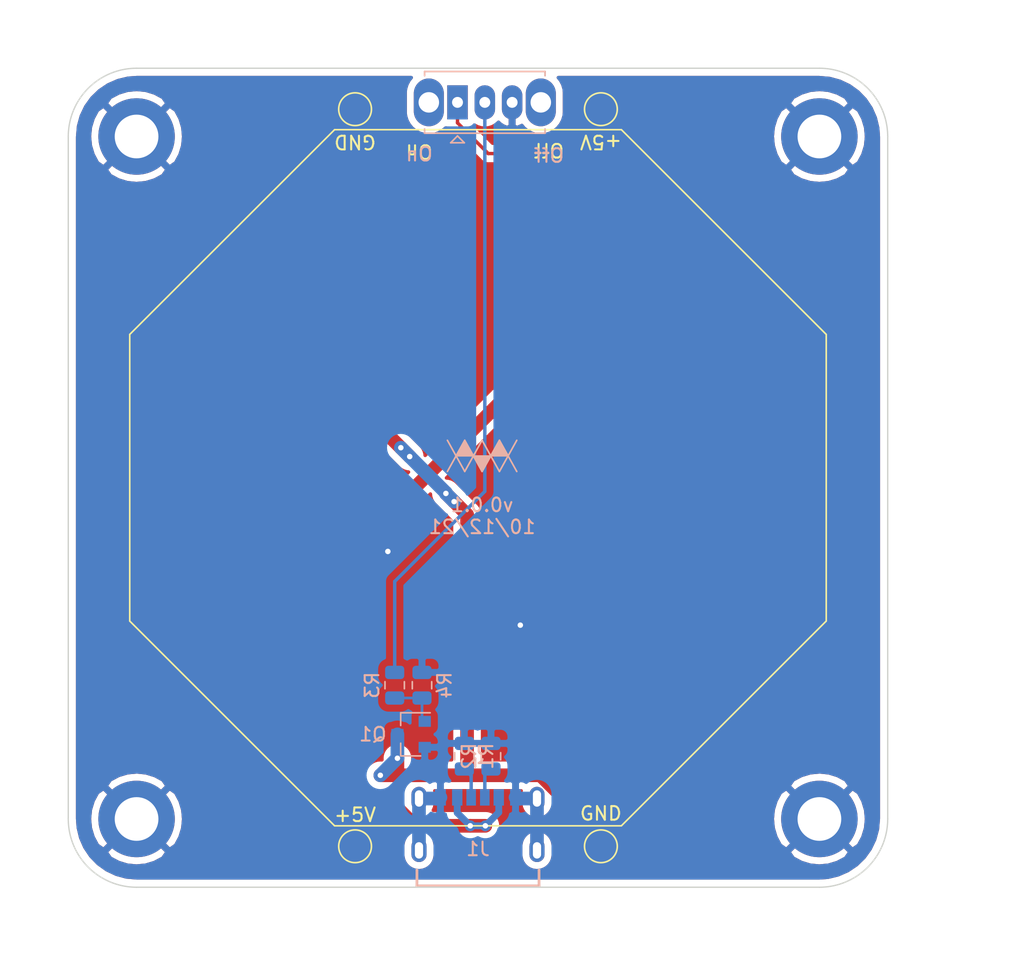
<source format=kicad_pcb>
(kicad_pcb (version 20171130) (host pcbnew "(5.1.6)-1")

  (general
    (thickness 1.6)
    (drawings 29)
    (tracks 66)
    (zones 0)
    (modules 16)
    (nets 8)
  )

  (page A4)
  (layers
    (0 F.Cu signal)
    (31 B.Cu signal)
    (32 B.Adhes user)
    (33 F.Adhes user)
    (34 B.Paste user)
    (35 F.Paste user)
    (36 B.SilkS user)
    (37 F.SilkS user)
    (38 B.Mask user)
    (39 F.Mask user)
    (40 Dwgs.User user)
    (41 Cmts.User user)
    (42 Eco1.User user)
    (43 Eco2.User user)
    (44 Edge.Cuts user)
    (45 Margin user)
    (46 B.CrtYd user)
    (47 F.CrtYd user)
    (48 B.Fab user)
    (49 F.Fab user)
  )

  (setup
    (last_trace_width 1)
    (user_trace_width 0.2)
    (user_trace_width 0.5)
    (user_trace_width 1)
    (trace_clearance 0.2)
    (zone_clearance 0.508)
    (zone_45_only no)
    (trace_min 0.2)
    (via_size 0.8)
    (via_drill 0.4)
    (via_min_size 0.4)
    (via_min_drill 0.3)
    (user_via 0.51 0.3)
    (user_via 1 0.5)
    (uvia_size 0.3)
    (uvia_drill 0.1)
    (uvias_allowed no)
    (uvia_min_size 0.2)
    (uvia_min_drill 0.1)
    (edge_width 0.05)
    (segment_width 0.2)
    (pcb_text_width 0.3)
    (pcb_text_size 1.5 1.5)
    (mod_edge_width 0.12)
    (mod_text_size 1 1)
    (mod_text_width 0.15)
    (pad_size 1.524 1.524)
    (pad_drill 0.762)
    (pad_to_mask_clearance 0.05)
    (aux_axis_origin 0 0)
    (visible_elements 7FFFFF7F)
    (pcbplotparams
      (layerselection 0x010fc_ffffffff)
      (usegerberextensions false)
      (usegerberattributes true)
      (usegerberadvancedattributes true)
      (creategerberjobfile true)
      (excludeedgelayer true)
      (linewidth 0.100000)
      (plotframeref false)
      (viasonmask false)
      (mode 1)
      (useauxorigin false)
      (hpglpennumber 1)
      (hpglpenspeed 20)
      (hpglpendiameter 15.000000)
      (psnegative false)
      (psa4output false)
      (plotreference true)
      (plotvalue true)
      (plotinvisibletext false)
      (padsonsilk false)
      (subtractmaskfromsilk false)
      (outputformat 1)
      (mirror false)
      (drillshape 0)
      (scaleselection 1)
      (outputdirectory "gbr/"))
  )

  (net 0 "")
  (net 1 /GND)
  (net 2 "Net-(J1-PadB5)")
  (net 3 "Net-(J1-PadA5)")
  (net 4 /+5V)
  (net 5 /SGND)
  (net 6 "Net-(Q1-Pad1)")
  (net 7 /SW)

  (net_class Default "This is the default net class."
    (clearance 0.2)
    (trace_width 0.25)
    (via_dia 0.8)
    (via_drill 0.4)
    (uvia_dia 0.3)
    (uvia_drill 0.1)
    (add_net /+5V)
    (add_net /GND)
    (add_net /SGND)
    (add_net /SW)
    (add_net "Net-(J1-PadA5)")
    (add_net "Net-(J1-PadB5)")
    (add_net "Net-(Q1-Pad1)")
  )

  (module WM_lib:Logo_WM (layer B.Cu) (tedit 5EA02B73) (tstamp 614EF207)
    (at 75.3 58.4)
    (fp_text reference REF** (at 0 2.286) (layer B.SilkS) hide
      (effects (font (size 1 1) (thickness 0.15)) (justify mirror))
    )
    (fp_text value Logo_WM (at 0 -2.032) (layer B.Fab)
      (effects (font (size 1 1) (thickness 0.15)) (justify mirror))
    )
    (fp_poly (pts (xy 0.635 0) (xy 1.905 0) (xy 1.27 -1.143)) (layer B.SilkS) (width 0.1))
    (fp_poly (pts (xy -0.635 0) (xy 0.635 0) (xy 0 1.143)) (layer B.SilkS) (width 0.1))
    (fp_poly (pts (xy -1.905 0) (xy -0.635 0) (xy -1.27 -1.143)) (layer B.SilkS) (width 0.1))
    (fp_line (start 1.905 0) (end 2.54 -1.143) (layer B.SilkS) (width 0.12))
    (fp_line (start 2.54 1.143) (end 1.905 0) (layer B.SilkS) (width 0.12))
    (fp_line (start -2.54 -1.143) (end -1.905 0) (layer B.SilkS) (width 0.12))
    (fp_line (start -1.905 0) (end -2.54 1.143) (layer B.SilkS) (width 0.12))
    (fp_line (start -0.635 0) (end -1.27 1.143) (layer B.SilkS) (width 0.12))
    (fp_line (start -1.905 0) (end -1.27 -1.143) (layer B.SilkS) (width 0.12))
    (fp_line (start -1.27 1.143) (end -1.905 0) (layer B.SilkS) (width 0.12))
    (fp_line (start -1.27 -1.143) (end -0.635 0) (layer B.SilkS) (width 0.12))
    (fp_line (start 1.27 1.143) (end 0.635 0) (layer B.SilkS) (width 0.12))
    (fp_line (start 0.635 0) (end 1.27 -1.143) (layer B.SilkS) (width 0.12))
    (fp_line (start 1.27 -1.143) (end 1.905 0) (layer B.SilkS) (width 0.12))
    (fp_line (start 1.905 0) (end 1.27 1.143) (layer B.SilkS) (width 0.12))
    (fp_line (start 0.635 0) (end 0 1.143) (layer B.SilkS) (width 0.12))
    (fp_line (start 0 -1.143) (end 0.635 0) (layer B.SilkS) (width 0.12))
    (fp_line (start -0.635 0) (end 0 -1.143) (layer B.SilkS) (width 0.12))
    (fp_line (start 0 1.143) (end -0.635 0) (layer B.SilkS) (width 0.12))
  )

  (module WM_lib:GCT_USB4125-GF-A_REVA2 (layer B.Cu) (tedit 6146869E) (tstamp 614EED2A)
    (at 75 86.5 180)
    (path /614ECA58)
    (fp_text reference J1 (at 0 -0.7) (layer B.SilkS)
      (effects (font (size 1 1) (thickness 0.15)) (justify mirror))
    )
    (fp_text value USB4125 (at 0 -4.5) (layer B.Fab)
      (effects (font (size 1 1) (thickness 0.15)) (justify mirror))
    )
    (fp_poly (pts (xy 4.32 3.95) (xy 4.286 3.949) (xy 4.252 3.946) (xy 4.218 3.942)
      (xy 4.185 3.936) (xy 4.152 3.928) (xy 4.119 3.918) (xy 4.087 3.907)
      (xy 4.056 3.894) (xy 4.025 3.879) (xy 3.995 3.863) (xy 3.966 3.845)
      (xy 3.938 3.826) (xy 3.911 3.805) (xy 3.885 3.783) (xy 3.86 3.76)
      (xy 3.837 3.735) (xy 3.815 3.709) (xy 3.794 3.682) (xy 3.775 3.654)
      (xy 3.757 3.625) (xy 3.741 3.595) (xy 3.726 3.564) (xy 3.713 3.533)
      (xy 3.702 3.501) (xy 3.692 3.468) (xy 3.684 3.435) (xy 3.678 3.402)
      (xy 3.674 3.368) (xy 3.671 3.334) (xy 3.67 3.3) (xy 3.67 2.7)
      (xy 3.671 2.666) (xy 3.674 2.632) (xy 3.678 2.598) (xy 3.684 2.565)
      (xy 3.692 2.532) (xy 3.702 2.499) (xy 3.713 2.467) (xy 3.726 2.436)
      (xy 3.741 2.405) (xy 3.757 2.375) (xy 3.775 2.346) (xy 3.794 2.318)
      (xy 3.815 2.291) (xy 3.837 2.265) (xy 3.86 2.24) (xy 3.885 2.217)
      (xy 3.911 2.195) (xy 3.938 2.174) (xy 3.966 2.155) (xy 3.995 2.137)
      (xy 4.025 2.121) (xy 4.056 2.106) (xy 4.087 2.093) (xy 4.119 2.082)
      (xy 4.152 2.072) (xy 4.185 2.064) (xy 4.218 2.058) (xy 4.252 2.054)
      (xy 4.286 2.051) (xy 4.32 2.05) (xy 4.354 2.051) (xy 4.388 2.054)
      (xy 4.422 2.058) (xy 4.455 2.064) (xy 4.488 2.072) (xy 4.521 2.082)
      (xy 4.553 2.093) (xy 4.584 2.106) (xy 4.615 2.121) (xy 4.645 2.137)
      (xy 4.674 2.155) (xy 4.702 2.174) (xy 4.729 2.195) (xy 4.755 2.217)
      (xy 4.78 2.24) (xy 4.803 2.265) (xy 4.825 2.291) (xy 4.846 2.318)
      (xy 4.865 2.346) (xy 4.883 2.375) (xy 4.899 2.405) (xy 4.914 2.436)
      (xy 4.927 2.467) (xy 4.938 2.499) (xy 4.948 2.532) (xy 4.956 2.565)
      (xy 4.962 2.598) (xy 4.966 2.632) (xy 4.969 2.666) (xy 4.97 2.7)
      (xy 4.97 3.3) (xy 4.969 3.334) (xy 4.966 3.368) (xy 4.962 3.402)
      (xy 4.956 3.435) (xy 4.948 3.468) (xy 4.938 3.501) (xy 4.927 3.533)
      (xy 4.914 3.564) (xy 4.899 3.595) (xy 4.883 3.625) (xy 4.865 3.654)
      (xy 4.846 3.682) (xy 4.825 3.709) (xy 4.803 3.735) (xy 4.78 3.76)
      (xy 4.755 3.783) (xy 4.729 3.805) (xy 4.702 3.826) (xy 4.674 3.845)
      (xy 4.645 3.863) (xy 4.615 3.879) (xy 4.584 3.894) (xy 4.553 3.907)
      (xy 4.521 3.918) (xy 4.488 3.928) (xy 4.455 3.936) (xy 4.422 3.942)
      (xy 4.388 3.946) (xy 4.354 3.949) (xy 4.32 3.95)) (layer B.Mask) (width 0.01))
    (fp_poly (pts (xy 4.32 3.95) (xy 4.286 3.949) (xy 4.252 3.946) (xy 4.218 3.942)
      (xy 4.185 3.936) (xy 4.152 3.928) (xy 4.119 3.918) (xy 4.087 3.907)
      (xy 4.056 3.894) (xy 4.025 3.879) (xy 3.995 3.863) (xy 3.966 3.845)
      (xy 3.938 3.826) (xy 3.911 3.805) (xy 3.885 3.783) (xy 3.86 3.76)
      (xy 3.837 3.735) (xy 3.815 3.709) (xy 3.794 3.682) (xy 3.775 3.654)
      (xy 3.757 3.625) (xy 3.741 3.595) (xy 3.726 3.564) (xy 3.713 3.533)
      (xy 3.702 3.501) (xy 3.692 3.468) (xy 3.684 3.435) (xy 3.678 3.402)
      (xy 3.674 3.368) (xy 3.671 3.334) (xy 3.67 3.3) (xy 3.67 2.7)
      (xy 3.671 2.666) (xy 3.674 2.632) (xy 3.678 2.598) (xy 3.684 2.565)
      (xy 3.692 2.532) (xy 3.702 2.499) (xy 3.713 2.467) (xy 3.726 2.436)
      (xy 3.741 2.405) (xy 3.757 2.375) (xy 3.775 2.346) (xy 3.794 2.318)
      (xy 3.815 2.291) (xy 3.837 2.265) (xy 3.86 2.24) (xy 3.885 2.217)
      (xy 3.911 2.195) (xy 3.938 2.174) (xy 3.966 2.155) (xy 3.995 2.137)
      (xy 4.025 2.121) (xy 4.056 2.106) (xy 4.087 2.093) (xy 4.119 2.082)
      (xy 4.152 2.072) (xy 4.185 2.064) (xy 4.218 2.058) (xy 4.252 2.054)
      (xy 4.286 2.051) (xy 4.32 2.05) (xy 4.354 2.051) (xy 4.388 2.054)
      (xy 4.422 2.058) (xy 4.455 2.064) (xy 4.488 2.072) (xy 4.521 2.082)
      (xy 4.553 2.093) (xy 4.584 2.106) (xy 4.615 2.121) (xy 4.645 2.137)
      (xy 4.674 2.155) (xy 4.702 2.174) (xy 4.729 2.195) (xy 4.755 2.217)
      (xy 4.78 2.24) (xy 4.803 2.265) (xy 4.825 2.291) (xy 4.846 2.318)
      (xy 4.865 2.346) (xy 4.883 2.375) (xy 4.899 2.405) (xy 4.914 2.436)
      (xy 4.927 2.467) (xy 4.938 2.499) (xy 4.948 2.532) (xy 4.956 2.565)
      (xy 4.962 2.598) (xy 4.966 2.632) (xy 4.969 2.666) (xy 4.97 2.7)
      (xy 4.97 3.3) (xy 4.969 3.334) (xy 4.966 3.368) (xy 4.962 3.402)
      (xy 4.956 3.435) (xy 4.948 3.468) (xy 4.938 3.501) (xy 4.927 3.533)
      (xy 4.914 3.564) (xy 4.899 3.595) (xy 4.883 3.625) (xy 4.865 3.654)
      (xy 4.846 3.682) (xy 4.825 3.709) (xy 4.803 3.735) (xy 4.78 3.76)
      (xy 4.755 3.783) (xy 4.729 3.805) (xy 4.702 3.826) (xy 4.674 3.845)
      (xy 4.645 3.863) (xy 4.615 3.879) (xy 4.584 3.894) (xy 4.553 3.907)
      (xy 4.521 3.918) (xy 4.488 3.928) (xy 4.455 3.936) (xy 4.422 3.942)
      (xy 4.388 3.946) (xy 4.354 3.949) (xy 4.32 3.95)) (layer F.Mask) (width 0.01))
    (fp_poly (pts (xy 4.32 3.85) (xy 4.291 3.849) (xy 4.263 3.847) (xy 4.234 3.843)
      (xy 4.206 3.838) (xy 4.178 3.831) (xy 4.15 3.823) (xy 4.123 3.813)
      (xy 4.096 3.802) (xy 4.07 3.79) (xy 4.045 3.776) (xy 4.02 3.761)
      (xy 3.997 3.745) (xy 3.974 3.727) (xy 3.952 3.709) (xy 3.931 3.689)
      (xy 3.911 3.668) (xy 3.893 3.646) (xy 3.875 3.623) (xy 3.859 3.6)
      (xy 3.844 3.575) (xy 3.83 3.55) (xy 3.818 3.524) (xy 3.807 3.497)
      (xy 3.797 3.47) (xy 3.789 3.442) (xy 3.782 3.414) (xy 3.777 3.386)
      (xy 3.773 3.357) (xy 3.771 3.329) (xy 3.77 3.3) (xy 3.77 2.7)
      (xy 3.771 2.671) (xy 3.773 2.643) (xy 3.777 2.614) (xy 3.782 2.586)
      (xy 3.789 2.558) (xy 3.797 2.53) (xy 3.807 2.503) (xy 3.818 2.476)
      (xy 3.83 2.45) (xy 3.844 2.425) (xy 3.859 2.4) (xy 3.875 2.377)
      (xy 3.893 2.354) (xy 3.911 2.332) (xy 3.931 2.311) (xy 3.952 2.291)
      (xy 3.974 2.273) (xy 3.997 2.255) (xy 4.02 2.239) (xy 4.045 2.224)
      (xy 4.07 2.21) (xy 4.096 2.198) (xy 4.123 2.187) (xy 4.15 2.177)
      (xy 4.178 2.169) (xy 4.206 2.162) (xy 4.234 2.157) (xy 4.263 2.153)
      (xy 4.291 2.151) (xy 4.32 2.15) (xy 4.349 2.151) (xy 4.377 2.153)
      (xy 4.406 2.157) (xy 4.434 2.162) (xy 4.462 2.169) (xy 4.49 2.177)
      (xy 4.517 2.187) (xy 4.544 2.198) (xy 4.57 2.21) (xy 4.595 2.224)
      (xy 4.62 2.239) (xy 4.643 2.255) (xy 4.666 2.273) (xy 4.688 2.291)
      (xy 4.709 2.311) (xy 4.729 2.332) (xy 4.747 2.354) (xy 4.765 2.377)
      (xy 4.781 2.4) (xy 4.796 2.425) (xy 4.81 2.45) (xy 4.822 2.476)
      (xy 4.833 2.503) (xy 4.843 2.53) (xy 4.851 2.558) (xy 4.858 2.586)
      (xy 4.863 2.614) (xy 4.867 2.643) (xy 4.869 2.671) (xy 4.87 2.7)
      (xy 4.87 3.3) (xy 4.869 3.329) (xy 4.867 3.357) (xy 4.863 3.386)
      (xy 4.858 3.414) (xy 4.851 3.442) (xy 4.843 3.47) (xy 4.833 3.497)
      (xy 4.822 3.524) (xy 4.81 3.55) (xy 4.796 3.575) (xy 4.781 3.6)
      (xy 4.765 3.623) (xy 4.747 3.646) (xy 4.729 3.668) (xy 4.709 3.689)
      (xy 4.688 3.709) (xy 4.666 3.727) (xy 4.643 3.745) (xy 4.62 3.761)
      (xy 4.595 3.776) (xy 4.57 3.79) (xy 4.544 3.802) (xy 4.517 3.813)
      (xy 4.49 3.823) (xy 4.462 3.831) (xy 4.434 3.838) (xy 4.406 3.843)
      (xy 4.377 3.847) (xy 4.349 3.849) (xy 4.32 3.85)) (layer B.Cu) (width 0.01))
    (fp_poly (pts (xy 4.32 3.85) (xy 4.291 3.849) (xy 4.263 3.847) (xy 4.234 3.843)
      (xy 4.206 3.838) (xy 4.178 3.831) (xy 4.15 3.823) (xy 4.123 3.813)
      (xy 4.096 3.802) (xy 4.07 3.79) (xy 4.045 3.776) (xy 4.02 3.761)
      (xy 3.997 3.745) (xy 3.974 3.727) (xy 3.952 3.709) (xy 3.931 3.689)
      (xy 3.911 3.668) (xy 3.893 3.646) (xy 3.875 3.623) (xy 3.859 3.6)
      (xy 3.844 3.575) (xy 3.83 3.55) (xy 3.818 3.524) (xy 3.807 3.497)
      (xy 3.797 3.47) (xy 3.789 3.442) (xy 3.782 3.414) (xy 3.777 3.386)
      (xy 3.773 3.357) (xy 3.771 3.329) (xy 3.77 3.3) (xy 3.77 2.7)
      (xy 3.771 2.671) (xy 3.773 2.643) (xy 3.777 2.614) (xy 3.782 2.586)
      (xy 3.789 2.558) (xy 3.797 2.53) (xy 3.807 2.503) (xy 3.818 2.476)
      (xy 3.83 2.45) (xy 3.844 2.425) (xy 3.859 2.4) (xy 3.875 2.377)
      (xy 3.893 2.354) (xy 3.911 2.332) (xy 3.931 2.311) (xy 3.952 2.291)
      (xy 3.974 2.273) (xy 3.997 2.255) (xy 4.02 2.239) (xy 4.045 2.224)
      (xy 4.07 2.21) (xy 4.096 2.198) (xy 4.123 2.187) (xy 4.15 2.177)
      (xy 4.178 2.169) (xy 4.206 2.162) (xy 4.234 2.157) (xy 4.263 2.153)
      (xy 4.291 2.151) (xy 4.32 2.15) (xy 4.349 2.151) (xy 4.377 2.153)
      (xy 4.406 2.157) (xy 4.434 2.162) (xy 4.462 2.169) (xy 4.49 2.177)
      (xy 4.517 2.187) (xy 4.544 2.198) (xy 4.57 2.21) (xy 4.595 2.224)
      (xy 4.62 2.239) (xy 4.643 2.255) (xy 4.666 2.273) (xy 4.688 2.291)
      (xy 4.709 2.311) (xy 4.729 2.332) (xy 4.747 2.354) (xy 4.765 2.377)
      (xy 4.781 2.4) (xy 4.796 2.425) (xy 4.81 2.45) (xy 4.822 2.476)
      (xy 4.833 2.503) (xy 4.843 2.53) (xy 4.851 2.558) (xy 4.858 2.586)
      (xy 4.863 2.614) (xy 4.867 2.643) (xy 4.869 2.671) (xy 4.87 2.7)
      (xy 4.87 3.3) (xy 4.869 3.329) (xy 4.867 3.357) (xy 4.863 3.386)
      (xy 4.858 3.414) (xy 4.851 3.442) (xy 4.843 3.47) (xy 4.833 3.497)
      (xy 4.822 3.524) (xy 4.81 3.55) (xy 4.796 3.575) (xy 4.781 3.6)
      (xy 4.765 3.623) (xy 4.747 3.646) (xy 4.729 3.668) (xy 4.709 3.689)
      (xy 4.688 3.709) (xy 4.666 3.727) (xy 4.643 3.745) (xy 4.62 3.761)
      (xy 4.595 3.776) (xy 4.57 3.79) (xy 4.544 3.802) (xy 4.517 3.813)
      (xy 4.49 3.823) (xy 4.462 3.831) (xy 4.434 3.838) (xy 4.406 3.843)
      (xy 4.377 3.847) (xy 4.349 3.849) (xy 4.32 3.85)) (layer F.Cu) (width 0.01))
    (fp_poly (pts (xy -4.32 3.95) (xy -4.354 3.949) (xy -4.388 3.946) (xy -4.422 3.942)
      (xy -4.455 3.936) (xy -4.488 3.928) (xy -4.521 3.918) (xy -4.553 3.907)
      (xy -4.584 3.894) (xy -4.615 3.879) (xy -4.645 3.863) (xy -4.674 3.845)
      (xy -4.702 3.826) (xy -4.729 3.805) (xy -4.755 3.783) (xy -4.78 3.76)
      (xy -4.803 3.735) (xy -4.825 3.709) (xy -4.846 3.682) (xy -4.865 3.654)
      (xy -4.883 3.625) (xy -4.899 3.595) (xy -4.914 3.564) (xy -4.927 3.533)
      (xy -4.938 3.501) (xy -4.948 3.468) (xy -4.956 3.435) (xy -4.962 3.402)
      (xy -4.966 3.368) (xy -4.969 3.334) (xy -4.97 3.3) (xy -4.97 2.7)
      (xy -4.969 2.666) (xy -4.966 2.632) (xy -4.962 2.598) (xy -4.956 2.565)
      (xy -4.948 2.532) (xy -4.938 2.499) (xy -4.927 2.467) (xy -4.914 2.436)
      (xy -4.899 2.405) (xy -4.883 2.375) (xy -4.865 2.346) (xy -4.846 2.318)
      (xy -4.825 2.291) (xy -4.803 2.265) (xy -4.78 2.24) (xy -4.755 2.217)
      (xy -4.729 2.195) (xy -4.702 2.174) (xy -4.674 2.155) (xy -4.645 2.137)
      (xy -4.615 2.121) (xy -4.584 2.106) (xy -4.553 2.093) (xy -4.521 2.082)
      (xy -4.488 2.072) (xy -4.455 2.064) (xy -4.422 2.058) (xy -4.388 2.054)
      (xy -4.354 2.051) (xy -4.32 2.05) (xy -4.286 2.051) (xy -4.252 2.054)
      (xy -4.218 2.058) (xy -4.185 2.064) (xy -4.152 2.072) (xy -4.119 2.082)
      (xy -4.087 2.093) (xy -4.056 2.106) (xy -4.025 2.121) (xy -3.995 2.137)
      (xy -3.966 2.155) (xy -3.938 2.174) (xy -3.911 2.195) (xy -3.885 2.217)
      (xy -3.86 2.24) (xy -3.837 2.265) (xy -3.815 2.291) (xy -3.794 2.318)
      (xy -3.775 2.346) (xy -3.757 2.375) (xy -3.741 2.405) (xy -3.726 2.436)
      (xy -3.713 2.467) (xy -3.702 2.499) (xy -3.692 2.532) (xy -3.684 2.565)
      (xy -3.678 2.598) (xy -3.674 2.632) (xy -3.671 2.666) (xy -3.67 2.7)
      (xy -3.67 3.3) (xy -3.671 3.334) (xy -3.674 3.368) (xy -3.678 3.402)
      (xy -3.684 3.435) (xy -3.692 3.468) (xy -3.702 3.501) (xy -3.713 3.533)
      (xy -3.726 3.564) (xy -3.741 3.595) (xy -3.757 3.625) (xy -3.775 3.654)
      (xy -3.794 3.682) (xy -3.815 3.709) (xy -3.837 3.735) (xy -3.86 3.76)
      (xy -3.885 3.783) (xy -3.911 3.805) (xy -3.938 3.826) (xy -3.966 3.845)
      (xy -3.995 3.863) (xy -4.025 3.879) (xy -4.056 3.894) (xy -4.087 3.907)
      (xy -4.119 3.918) (xy -4.152 3.928) (xy -4.185 3.936) (xy -4.218 3.942)
      (xy -4.252 3.946) (xy -4.286 3.949) (xy -4.32 3.95)) (layer B.Mask) (width 0.01))
    (fp_poly (pts (xy -4.32 3.95) (xy -4.354 3.949) (xy -4.388 3.946) (xy -4.422 3.942)
      (xy -4.455 3.936) (xy -4.488 3.928) (xy -4.521 3.918) (xy -4.553 3.907)
      (xy -4.584 3.894) (xy -4.615 3.879) (xy -4.645 3.863) (xy -4.674 3.845)
      (xy -4.702 3.826) (xy -4.729 3.805) (xy -4.755 3.783) (xy -4.78 3.76)
      (xy -4.803 3.735) (xy -4.825 3.709) (xy -4.846 3.682) (xy -4.865 3.654)
      (xy -4.883 3.625) (xy -4.899 3.595) (xy -4.914 3.564) (xy -4.927 3.533)
      (xy -4.938 3.501) (xy -4.948 3.468) (xy -4.956 3.435) (xy -4.962 3.402)
      (xy -4.966 3.368) (xy -4.969 3.334) (xy -4.97 3.3) (xy -4.97 2.7)
      (xy -4.969 2.666) (xy -4.966 2.632) (xy -4.962 2.598) (xy -4.956 2.565)
      (xy -4.948 2.532) (xy -4.938 2.499) (xy -4.927 2.467) (xy -4.914 2.436)
      (xy -4.899 2.405) (xy -4.883 2.375) (xy -4.865 2.346) (xy -4.846 2.318)
      (xy -4.825 2.291) (xy -4.803 2.265) (xy -4.78 2.24) (xy -4.755 2.217)
      (xy -4.729 2.195) (xy -4.702 2.174) (xy -4.674 2.155) (xy -4.645 2.137)
      (xy -4.615 2.121) (xy -4.584 2.106) (xy -4.553 2.093) (xy -4.521 2.082)
      (xy -4.488 2.072) (xy -4.455 2.064) (xy -4.422 2.058) (xy -4.388 2.054)
      (xy -4.354 2.051) (xy -4.32 2.05) (xy -4.286 2.051) (xy -4.252 2.054)
      (xy -4.218 2.058) (xy -4.185 2.064) (xy -4.152 2.072) (xy -4.119 2.082)
      (xy -4.087 2.093) (xy -4.056 2.106) (xy -4.025 2.121) (xy -3.995 2.137)
      (xy -3.966 2.155) (xy -3.938 2.174) (xy -3.911 2.195) (xy -3.885 2.217)
      (xy -3.86 2.24) (xy -3.837 2.265) (xy -3.815 2.291) (xy -3.794 2.318)
      (xy -3.775 2.346) (xy -3.757 2.375) (xy -3.741 2.405) (xy -3.726 2.436)
      (xy -3.713 2.467) (xy -3.702 2.499) (xy -3.692 2.532) (xy -3.684 2.565)
      (xy -3.678 2.598) (xy -3.674 2.632) (xy -3.671 2.666) (xy -3.67 2.7)
      (xy -3.67 3.3) (xy -3.671 3.334) (xy -3.674 3.368) (xy -3.678 3.402)
      (xy -3.684 3.435) (xy -3.692 3.468) (xy -3.702 3.501) (xy -3.713 3.533)
      (xy -3.726 3.564) (xy -3.741 3.595) (xy -3.757 3.625) (xy -3.775 3.654)
      (xy -3.794 3.682) (xy -3.815 3.709) (xy -3.837 3.735) (xy -3.86 3.76)
      (xy -3.885 3.783) (xy -3.911 3.805) (xy -3.938 3.826) (xy -3.966 3.845)
      (xy -3.995 3.863) (xy -4.025 3.879) (xy -4.056 3.894) (xy -4.087 3.907)
      (xy -4.119 3.918) (xy -4.152 3.928) (xy -4.185 3.936) (xy -4.218 3.942)
      (xy -4.252 3.946) (xy -4.286 3.949) (xy -4.32 3.95)) (layer F.Mask) (width 0.01))
    (fp_poly (pts (xy -4.32 3.85) (xy -4.349 3.849) (xy -4.377 3.847) (xy -4.406 3.843)
      (xy -4.434 3.838) (xy -4.462 3.831) (xy -4.49 3.823) (xy -4.517 3.813)
      (xy -4.544 3.802) (xy -4.57 3.79) (xy -4.595 3.776) (xy -4.62 3.761)
      (xy -4.643 3.745) (xy -4.666 3.727) (xy -4.688 3.709) (xy -4.709 3.689)
      (xy -4.729 3.668) (xy -4.747 3.646) (xy -4.765 3.623) (xy -4.781 3.6)
      (xy -4.796 3.575) (xy -4.81 3.55) (xy -4.822 3.524) (xy -4.833 3.497)
      (xy -4.843 3.47) (xy -4.851 3.442) (xy -4.858 3.414) (xy -4.863 3.386)
      (xy -4.867 3.357) (xy -4.869 3.329) (xy -4.87 3.3) (xy -4.87 2.7)
      (xy -4.869 2.671) (xy -4.867 2.643) (xy -4.863 2.614) (xy -4.858 2.586)
      (xy -4.851 2.558) (xy -4.843 2.53) (xy -4.833 2.503) (xy -4.822 2.476)
      (xy -4.81 2.45) (xy -4.796 2.425) (xy -4.781 2.4) (xy -4.765 2.377)
      (xy -4.747 2.354) (xy -4.729 2.332) (xy -4.709 2.311) (xy -4.688 2.291)
      (xy -4.666 2.273) (xy -4.643 2.255) (xy -4.62 2.239) (xy -4.595 2.224)
      (xy -4.57 2.21) (xy -4.544 2.198) (xy -4.517 2.187) (xy -4.49 2.177)
      (xy -4.462 2.169) (xy -4.434 2.162) (xy -4.406 2.157) (xy -4.377 2.153)
      (xy -4.349 2.151) (xy -4.32 2.15) (xy -4.291 2.151) (xy -4.263 2.153)
      (xy -4.234 2.157) (xy -4.206 2.162) (xy -4.178 2.169) (xy -4.15 2.177)
      (xy -4.123 2.187) (xy -4.096 2.198) (xy -4.07 2.21) (xy -4.045 2.224)
      (xy -4.02 2.239) (xy -3.997 2.255) (xy -3.974 2.273) (xy -3.952 2.291)
      (xy -3.931 2.311) (xy -3.911 2.332) (xy -3.893 2.354) (xy -3.875 2.377)
      (xy -3.859 2.4) (xy -3.844 2.425) (xy -3.83 2.45) (xy -3.818 2.476)
      (xy -3.807 2.503) (xy -3.797 2.53) (xy -3.789 2.558) (xy -3.782 2.586)
      (xy -3.777 2.614) (xy -3.773 2.643) (xy -3.771 2.671) (xy -3.77 2.7)
      (xy -3.77 3.3) (xy -3.771 3.329) (xy -3.773 3.357) (xy -3.777 3.386)
      (xy -3.782 3.414) (xy -3.789 3.442) (xy -3.797 3.47) (xy -3.807 3.497)
      (xy -3.818 3.524) (xy -3.83 3.55) (xy -3.844 3.575) (xy -3.859 3.6)
      (xy -3.875 3.623) (xy -3.893 3.646) (xy -3.911 3.668) (xy -3.931 3.689)
      (xy -3.952 3.709) (xy -3.974 3.727) (xy -3.997 3.745) (xy -4.02 3.761)
      (xy -4.045 3.776) (xy -4.07 3.79) (xy -4.096 3.802) (xy -4.123 3.813)
      (xy -4.15 3.823) (xy -4.178 3.831) (xy -4.206 3.838) (xy -4.234 3.843)
      (xy -4.263 3.847) (xy -4.291 3.849) (xy -4.32 3.85)) (layer B.Cu) (width 0.01))
    (fp_poly (pts (xy -4.32 3.85) (xy -4.349 3.849) (xy -4.377 3.847) (xy -4.406 3.843)
      (xy -4.434 3.838) (xy -4.462 3.831) (xy -4.49 3.823) (xy -4.517 3.813)
      (xy -4.544 3.802) (xy -4.57 3.79) (xy -4.595 3.776) (xy -4.62 3.761)
      (xy -4.643 3.745) (xy -4.666 3.727) (xy -4.688 3.709) (xy -4.709 3.689)
      (xy -4.729 3.668) (xy -4.747 3.646) (xy -4.765 3.623) (xy -4.781 3.6)
      (xy -4.796 3.575) (xy -4.81 3.55) (xy -4.822 3.524) (xy -4.833 3.497)
      (xy -4.843 3.47) (xy -4.851 3.442) (xy -4.858 3.414) (xy -4.863 3.386)
      (xy -4.867 3.357) (xy -4.869 3.329) (xy -4.87 3.3) (xy -4.87 2.7)
      (xy -4.869 2.671) (xy -4.867 2.643) (xy -4.863 2.614) (xy -4.858 2.586)
      (xy -4.851 2.558) (xy -4.843 2.53) (xy -4.833 2.503) (xy -4.822 2.476)
      (xy -4.81 2.45) (xy -4.796 2.425) (xy -4.781 2.4) (xy -4.765 2.377)
      (xy -4.747 2.354) (xy -4.729 2.332) (xy -4.709 2.311) (xy -4.688 2.291)
      (xy -4.666 2.273) (xy -4.643 2.255) (xy -4.62 2.239) (xy -4.595 2.224)
      (xy -4.57 2.21) (xy -4.544 2.198) (xy -4.517 2.187) (xy -4.49 2.177)
      (xy -4.462 2.169) (xy -4.434 2.162) (xy -4.406 2.157) (xy -4.377 2.153)
      (xy -4.349 2.151) (xy -4.32 2.15) (xy -4.291 2.151) (xy -4.263 2.153)
      (xy -4.234 2.157) (xy -4.206 2.162) (xy -4.178 2.169) (xy -4.15 2.177)
      (xy -4.123 2.187) (xy -4.096 2.198) (xy -4.07 2.21) (xy -4.045 2.224)
      (xy -4.02 2.239) (xy -3.997 2.255) (xy -3.974 2.273) (xy -3.952 2.291)
      (xy -3.931 2.311) (xy -3.911 2.332) (xy -3.893 2.354) (xy -3.875 2.377)
      (xy -3.859 2.4) (xy -3.844 2.425) (xy -3.83 2.45) (xy -3.818 2.476)
      (xy -3.807 2.503) (xy -3.797 2.53) (xy -3.789 2.558) (xy -3.782 2.586)
      (xy -3.777 2.614) (xy -3.773 2.643) (xy -3.771 2.671) (xy -3.77 2.7)
      (xy -3.77 3.3) (xy -3.771 3.329) (xy -3.773 3.357) (xy -3.777 3.386)
      (xy -3.782 3.414) (xy -3.789 3.442) (xy -3.797 3.47) (xy -3.807 3.497)
      (xy -3.818 3.524) (xy -3.83 3.55) (xy -3.844 3.575) (xy -3.859 3.6)
      (xy -3.875 3.623) (xy -3.893 3.646) (xy -3.911 3.668) (xy -3.931 3.689)
      (xy -3.952 3.709) (xy -3.974 3.727) (xy -3.997 3.745) (xy -4.02 3.761)
      (xy -4.045 3.776) (xy -4.07 3.79) (xy -4.096 3.802) (xy -4.123 3.813)
      (xy -4.15 3.823) (xy -4.178 3.831) (xy -4.206 3.838) (xy -4.234 3.843)
      (xy -4.263 3.847) (xy -4.291 3.849) (xy -4.32 3.85)) (layer F.Cu) (width 0.01))
    (fp_poly (pts (xy 4.32 0.15) (xy 4.286 0.149) (xy 4.252 0.146) (xy 4.218 0.142)
      (xy 4.185 0.136) (xy 4.152 0.128) (xy 4.119 0.118) (xy 4.087 0.107)
      (xy 4.056 0.094) (xy 4.025 0.079) (xy 3.995 0.063) (xy 3.966 0.045)
      (xy 3.938 0.026) (xy 3.911 0.005) (xy 3.885 -0.017) (xy 3.86 -0.04)
      (xy 3.837 -0.065) (xy 3.815 -0.091) (xy 3.794 -0.118) (xy 3.775 -0.146)
      (xy 3.757 -0.175) (xy 3.741 -0.205) (xy 3.726 -0.236) (xy 3.713 -0.267)
      (xy 3.702 -0.299) (xy 3.692 -0.332) (xy 3.684 -0.365) (xy 3.678 -0.398)
      (xy 3.674 -0.432) (xy 3.671 -0.466) (xy 3.67 -0.5) (xy 3.67 -1.1)
      (xy 3.671 -1.134) (xy 3.674 -1.168) (xy 3.678 -1.202) (xy 3.684 -1.235)
      (xy 3.692 -1.268) (xy 3.702 -1.301) (xy 3.713 -1.333) (xy 3.726 -1.364)
      (xy 3.741 -1.395) (xy 3.757 -1.425) (xy 3.775 -1.454) (xy 3.794 -1.482)
      (xy 3.815 -1.509) (xy 3.837 -1.535) (xy 3.86 -1.56) (xy 3.885 -1.583)
      (xy 3.911 -1.605) (xy 3.938 -1.626) (xy 3.966 -1.645) (xy 3.995 -1.663)
      (xy 4.025 -1.679) (xy 4.056 -1.694) (xy 4.087 -1.707) (xy 4.119 -1.718)
      (xy 4.152 -1.728) (xy 4.185 -1.736) (xy 4.218 -1.742) (xy 4.252 -1.746)
      (xy 4.286 -1.749) (xy 4.32 -1.75) (xy 4.354 -1.749) (xy 4.388 -1.746)
      (xy 4.422 -1.742) (xy 4.455 -1.736) (xy 4.488 -1.728) (xy 4.521 -1.718)
      (xy 4.553 -1.707) (xy 4.584 -1.694) (xy 4.615 -1.679) (xy 4.645 -1.663)
      (xy 4.674 -1.645) (xy 4.702 -1.626) (xy 4.729 -1.605) (xy 4.755 -1.583)
      (xy 4.78 -1.56) (xy 4.803 -1.535) (xy 4.825 -1.509) (xy 4.846 -1.482)
      (xy 4.865 -1.454) (xy 4.883 -1.425) (xy 4.899 -1.395) (xy 4.914 -1.364)
      (xy 4.927 -1.333) (xy 4.938 -1.301) (xy 4.948 -1.268) (xy 4.956 -1.235)
      (xy 4.962 -1.202) (xy 4.966 -1.168) (xy 4.969 -1.134) (xy 4.97 -1.1)
      (xy 4.97 -0.5) (xy 4.969 -0.466) (xy 4.966 -0.432) (xy 4.962 -0.398)
      (xy 4.956 -0.365) (xy 4.948 -0.332) (xy 4.938 -0.299) (xy 4.927 -0.267)
      (xy 4.914 -0.236) (xy 4.899 -0.205) (xy 4.883 -0.175) (xy 4.865 -0.146)
      (xy 4.846 -0.118) (xy 4.825 -0.091) (xy 4.803 -0.065) (xy 4.78 -0.04)
      (xy 4.755 -0.017) (xy 4.729 0.005) (xy 4.702 0.026) (xy 4.674 0.045)
      (xy 4.645 0.063) (xy 4.615 0.079) (xy 4.584 0.094) (xy 4.553 0.107)
      (xy 4.521 0.118) (xy 4.488 0.128) (xy 4.455 0.136) (xy 4.422 0.142)
      (xy 4.388 0.146) (xy 4.354 0.149) (xy 4.32 0.15)) (layer B.Mask) (width 0.01))
    (fp_poly (pts (xy 4.32 0.15) (xy 4.286 0.149) (xy 4.252 0.146) (xy 4.218 0.142)
      (xy 4.185 0.136) (xy 4.152 0.128) (xy 4.119 0.118) (xy 4.087 0.107)
      (xy 4.056 0.094) (xy 4.025 0.079) (xy 3.995 0.063) (xy 3.966 0.045)
      (xy 3.938 0.026) (xy 3.911 0.005) (xy 3.885 -0.017) (xy 3.86 -0.04)
      (xy 3.837 -0.065) (xy 3.815 -0.091) (xy 3.794 -0.118) (xy 3.775 -0.146)
      (xy 3.757 -0.175) (xy 3.741 -0.205) (xy 3.726 -0.236) (xy 3.713 -0.267)
      (xy 3.702 -0.299) (xy 3.692 -0.332) (xy 3.684 -0.365) (xy 3.678 -0.398)
      (xy 3.674 -0.432) (xy 3.671 -0.466) (xy 3.67 -0.5) (xy 3.67 -1.1)
      (xy 3.671 -1.134) (xy 3.674 -1.168) (xy 3.678 -1.202) (xy 3.684 -1.235)
      (xy 3.692 -1.268) (xy 3.702 -1.301) (xy 3.713 -1.333) (xy 3.726 -1.364)
      (xy 3.741 -1.395) (xy 3.757 -1.425) (xy 3.775 -1.454) (xy 3.794 -1.482)
      (xy 3.815 -1.509) (xy 3.837 -1.535) (xy 3.86 -1.56) (xy 3.885 -1.583)
      (xy 3.911 -1.605) (xy 3.938 -1.626) (xy 3.966 -1.645) (xy 3.995 -1.663)
      (xy 4.025 -1.679) (xy 4.056 -1.694) (xy 4.087 -1.707) (xy 4.119 -1.718)
      (xy 4.152 -1.728) (xy 4.185 -1.736) (xy 4.218 -1.742) (xy 4.252 -1.746)
      (xy 4.286 -1.749) (xy 4.32 -1.75) (xy 4.354 -1.749) (xy 4.388 -1.746)
      (xy 4.422 -1.742) (xy 4.455 -1.736) (xy 4.488 -1.728) (xy 4.521 -1.718)
      (xy 4.553 -1.707) (xy 4.584 -1.694) (xy 4.615 -1.679) (xy 4.645 -1.663)
      (xy 4.674 -1.645) (xy 4.702 -1.626) (xy 4.729 -1.605) (xy 4.755 -1.583)
      (xy 4.78 -1.56) (xy 4.803 -1.535) (xy 4.825 -1.509) (xy 4.846 -1.482)
      (xy 4.865 -1.454) (xy 4.883 -1.425) (xy 4.899 -1.395) (xy 4.914 -1.364)
      (xy 4.927 -1.333) (xy 4.938 -1.301) (xy 4.948 -1.268) (xy 4.956 -1.235)
      (xy 4.962 -1.202) (xy 4.966 -1.168) (xy 4.969 -1.134) (xy 4.97 -1.1)
      (xy 4.97 -0.5) (xy 4.969 -0.466) (xy 4.966 -0.432) (xy 4.962 -0.398)
      (xy 4.956 -0.365) (xy 4.948 -0.332) (xy 4.938 -0.299) (xy 4.927 -0.267)
      (xy 4.914 -0.236) (xy 4.899 -0.205) (xy 4.883 -0.175) (xy 4.865 -0.146)
      (xy 4.846 -0.118) (xy 4.825 -0.091) (xy 4.803 -0.065) (xy 4.78 -0.04)
      (xy 4.755 -0.017) (xy 4.729 0.005) (xy 4.702 0.026) (xy 4.674 0.045)
      (xy 4.645 0.063) (xy 4.615 0.079) (xy 4.584 0.094) (xy 4.553 0.107)
      (xy 4.521 0.118) (xy 4.488 0.128) (xy 4.455 0.136) (xy 4.422 0.142)
      (xy 4.388 0.146) (xy 4.354 0.149) (xy 4.32 0.15)) (layer F.Mask) (width 0.01))
    (fp_poly (pts (xy 4.32 0.05) (xy 4.291 0.049) (xy 4.263 0.047) (xy 4.234 0.043)
      (xy 4.206 0.038) (xy 4.178 0.031) (xy 4.15 0.023) (xy 4.123 0.013)
      (xy 4.096 0.002) (xy 4.07 -0.01) (xy 4.045 -0.024) (xy 4.02 -0.039)
      (xy 3.997 -0.055) (xy 3.974 -0.073) (xy 3.952 -0.091) (xy 3.931 -0.111)
      (xy 3.911 -0.132) (xy 3.893 -0.154) (xy 3.875 -0.177) (xy 3.859 -0.2)
      (xy 3.844 -0.225) (xy 3.83 -0.25) (xy 3.818 -0.276) (xy 3.807 -0.303)
      (xy 3.797 -0.33) (xy 3.789 -0.358) (xy 3.782 -0.386) (xy 3.777 -0.414)
      (xy 3.773 -0.443) (xy 3.771 -0.471) (xy 3.77 -0.5) (xy 3.77 -1.1)
      (xy 3.771 -1.129) (xy 3.773 -1.157) (xy 3.777 -1.186) (xy 3.782 -1.214)
      (xy 3.789 -1.242) (xy 3.797 -1.27) (xy 3.807 -1.297) (xy 3.818 -1.324)
      (xy 3.83 -1.35) (xy 3.844 -1.375) (xy 3.859 -1.4) (xy 3.875 -1.423)
      (xy 3.893 -1.446) (xy 3.911 -1.468) (xy 3.931 -1.489) (xy 3.952 -1.509)
      (xy 3.974 -1.527) (xy 3.997 -1.545) (xy 4.02 -1.561) (xy 4.045 -1.576)
      (xy 4.07 -1.59) (xy 4.096 -1.602) (xy 4.123 -1.613) (xy 4.15 -1.623)
      (xy 4.178 -1.631) (xy 4.206 -1.638) (xy 4.234 -1.643) (xy 4.263 -1.647)
      (xy 4.291 -1.649) (xy 4.32 -1.65) (xy 4.349 -1.649) (xy 4.377 -1.647)
      (xy 4.406 -1.643) (xy 4.434 -1.638) (xy 4.462 -1.631) (xy 4.49 -1.623)
      (xy 4.517 -1.613) (xy 4.544 -1.602) (xy 4.57 -1.59) (xy 4.595 -1.576)
      (xy 4.62 -1.561) (xy 4.643 -1.545) (xy 4.666 -1.527) (xy 4.688 -1.509)
      (xy 4.709 -1.489) (xy 4.729 -1.468) (xy 4.747 -1.446) (xy 4.765 -1.423)
      (xy 4.781 -1.4) (xy 4.796 -1.375) (xy 4.81 -1.35) (xy 4.822 -1.324)
      (xy 4.833 -1.297) (xy 4.843 -1.27) (xy 4.851 -1.242) (xy 4.858 -1.214)
      (xy 4.863 -1.186) (xy 4.867 -1.157) (xy 4.869 -1.129) (xy 4.87 -1.1)
      (xy 4.87 -0.5) (xy 4.869 -0.471) (xy 4.867 -0.443) (xy 4.863 -0.414)
      (xy 4.858 -0.386) (xy 4.851 -0.358) (xy 4.843 -0.33) (xy 4.833 -0.303)
      (xy 4.822 -0.276) (xy 4.81 -0.25) (xy 4.796 -0.225) (xy 4.781 -0.2)
      (xy 4.765 -0.177) (xy 4.747 -0.154) (xy 4.729 -0.132) (xy 4.709 -0.111)
      (xy 4.688 -0.091) (xy 4.666 -0.073) (xy 4.643 -0.055) (xy 4.62 -0.039)
      (xy 4.595 -0.024) (xy 4.57 -0.01) (xy 4.544 0.002) (xy 4.517 0.013)
      (xy 4.49 0.023) (xy 4.462 0.031) (xy 4.434 0.038) (xy 4.406 0.043)
      (xy 4.377 0.047) (xy 4.349 0.049) (xy 4.32 0.05)) (layer B.Cu) (width 0.01))
    (fp_poly (pts (xy 4.32 0.05) (xy 4.291 0.049) (xy 4.263 0.047) (xy 4.234 0.043)
      (xy 4.206 0.038) (xy 4.178 0.031) (xy 4.15 0.023) (xy 4.123 0.013)
      (xy 4.096 0.002) (xy 4.07 -0.01) (xy 4.045 -0.024) (xy 4.02 -0.039)
      (xy 3.997 -0.055) (xy 3.974 -0.073) (xy 3.952 -0.091) (xy 3.931 -0.111)
      (xy 3.911 -0.132) (xy 3.893 -0.154) (xy 3.875 -0.177) (xy 3.859 -0.2)
      (xy 3.844 -0.225) (xy 3.83 -0.25) (xy 3.818 -0.276) (xy 3.807 -0.303)
      (xy 3.797 -0.33) (xy 3.789 -0.358) (xy 3.782 -0.386) (xy 3.777 -0.414)
      (xy 3.773 -0.443) (xy 3.771 -0.471) (xy 3.77 -0.5) (xy 3.77 -1.1)
      (xy 3.771 -1.129) (xy 3.773 -1.157) (xy 3.777 -1.186) (xy 3.782 -1.214)
      (xy 3.789 -1.242) (xy 3.797 -1.27) (xy 3.807 -1.297) (xy 3.818 -1.324)
      (xy 3.83 -1.35) (xy 3.844 -1.375) (xy 3.859 -1.4) (xy 3.875 -1.423)
      (xy 3.893 -1.446) (xy 3.911 -1.468) (xy 3.931 -1.489) (xy 3.952 -1.509)
      (xy 3.974 -1.527) (xy 3.997 -1.545) (xy 4.02 -1.561) (xy 4.045 -1.576)
      (xy 4.07 -1.59) (xy 4.096 -1.602) (xy 4.123 -1.613) (xy 4.15 -1.623)
      (xy 4.178 -1.631) (xy 4.206 -1.638) (xy 4.234 -1.643) (xy 4.263 -1.647)
      (xy 4.291 -1.649) (xy 4.32 -1.65) (xy 4.349 -1.649) (xy 4.377 -1.647)
      (xy 4.406 -1.643) (xy 4.434 -1.638) (xy 4.462 -1.631) (xy 4.49 -1.623)
      (xy 4.517 -1.613) (xy 4.544 -1.602) (xy 4.57 -1.59) (xy 4.595 -1.576)
      (xy 4.62 -1.561) (xy 4.643 -1.545) (xy 4.666 -1.527) (xy 4.688 -1.509)
      (xy 4.709 -1.489) (xy 4.729 -1.468) (xy 4.747 -1.446) (xy 4.765 -1.423)
      (xy 4.781 -1.4) (xy 4.796 -1.375) (xy 4.81 -1.35) (xy 4.822 -1.324)
      (xy 4.833 -1.297) (xy 4.843 -1.27) (xy 4.851 -1.242) (xy 4.858 -1.214)
      (xy 4.863 -1.186) (xy 4.867 -1.157) (xy 4.869 -1.129) (xy 4.87 -1.1)
      (xy 4.87 -0.5) (xy 4.869 -0.471) (xy 4.867 -0.443) (xy 4.863 -0.414)
      (xy 4.858 -0.386) (xy 4.851 -0.358) (xy 4.843 -0.33) (xy 4.833 -0.303)
      (xy 4.822 -0.276) (xy 4.81 -0.25) (xy 4.796 -0.225) (xy 4.781 -0.2)
      (xy 4.765 -0.177) (xy 4.747 -0.154) (xy 4.729 -0.132) (xy 4.709 -0.111)
      (xy 4.688 -0.091) (xy 4.666 -0.073) (xy 4.643 -0.055) (xy 4.62 -0.039)
      (xy 4.595 -0.024) (xy 4.57 -0.01) (xy 4.544 0.002) (xy 4.517 0.013)
      (xy 4.49 0.023) (xy 4.462 0.031) (xy 4.434 0.038) (xy 4.406 0.043)
      (xy 4.377 0.047) (xy 4.349 0.049) (xy 4.32 0.05)) (layer F.Cu) (width 0.01))
    (fp_poly (pts (xy -4.32 0.15) (xy -4.354 0.149) (xy -4.388 0.146) (xy -4.422 0.142)
      (xy -4.455 0.136) (xy -4.488 0.128) (xy -4.521 0.118) (xy -4.553 0.107)
      (xy -4.584 0.094) (xy -4.615 0.079) (xy -4.645 0.063) (xy -4.674 0.045)
      (xy -4.702 0.026) (xy -4.729 0.005) (xy -4.755 -0.017) (xy -4.78 -0.04)
      (xy -4.803 -0.065) (xy -4.825 -0.091) (xy -4.846 -0.118) (xy -4.865 -0.146)
      (xy -4.883 -0.175) (xy -4.899 -0.205) (xy -4.914 -0.236) (xy -4.927 -0.267)
      (xy -4.938 -0.299) (xy -4.948 -0.332) (xy -4.956 -0.365) (xy -4.962 -0.398)
      (xy -4.966 -0.432) (xy -4.969 -0.466) (xy -4.97 -0.5) (xy -4.97 -1.1)
      (xy -4.969 -1.134) (xy -4.966 -1.168) (xy -4.962 -1.202) (xy -4.956 -1.235)
      (xy -4.948 -1.268) (xy -4.938 -1.301) (xy -4.927 -1.333) (xy -4.914 -1.364)
      (xy -4.899 -1.395) (xy -4.883 -1.425) (xy -4.865 -1.454) (xy -4.846 -1.482)
      (xy -4.825 -1.509) (xy -4.803 -1.535) (xy -4.78 -1.56) (xy -4.755 -1.583)
      (xy -4.729 -1.605) (xy -4.702 -1.626) (xy -4.674 -1.645) (xy -4.645 -1.663)
      (xy -4.615 -1.679) (xy -4.584 -1.694) (xy -4.553 -1.707) (xy -4.521 -1.718)
      (xy -4.488 -1.728) (xy -4.455 -1.736) (xy -4.422 -1.742) (xy -4.388 -1.746)
      (xy -4.354 -1.749) (xy -4.32 -1.75) (xy -4.286 -1.749) (xy -4.252 -1.746)
      (xy -4.218 -1.742) (xy -4.185 -1.736) (xy -4.152 -1.728) (xy -4.119 -1.718)
      (xy -4.087 -1.707) (xy -4.056 -1.694) (xy -4.025 -1.679) (xy -3.995 -1.663)
      (xy -3.966 -1.645) (xy -3.938 -1.626) (xy -3.911 -1.605) (xy -3.885 -1.583)
      (xy -3.86 -1.56) (xy -3.837 -1.535) (xy -3.815 -1.509) (xy -3.794 -1.482)
      (xy -3.775 -1.454) (xy -3.757 -1.425) (xy -3.741 -1.395) (xy -3.726 -1.364)
      (xy -3.713 -1.333) (xy -3.702 -1.301) (xy -3.692 -1.268) (xy -3.684 -1.235)
      (xy -3.678 -1.202) (xy -3.674 -1.168) (xy -3.671 -1.134) (xy -3.67 -1.1)
      (xy -3.67 -0.5) (xy -3.671 -0.466) (xy -3.674 -0.432) (xy -3.678 -0.398)
      (xy -3.684 -0.365) (xy -3.692 -0.332) (xy -3.702 -0.299) (xy -3.713 -0.267)
      (xy -3.726 -0.236) (xy -3.741 -0.205) (xy -3.757 -0.175) (xy -3.775 -0.146)
      (xy -3.794 -0.118) (xy -3.815 -0.091) (xy -3.837 -0.065) (xy -3.86 -0.04)
      (xy -3.885 -0.017) (xy -3.911 0.005) (xy -3.938 0.026) (xy -3.966 0.045)
      (xy -3.995 0.063) (xy -4.025 0.079) (xy -4.056 0.094) (xy -4.087 0.107)
      (xy -4.119 0.118) (xy -4.152 0.128) (xy -4.185 0.136) (xy -4.218 0.142)
      (xy -4.252 0.146) (xy -4.286 0.149) (xy -4.32 0.15)) (layer B.Mask) (width 0.01))
    (fp_poly (pts (xy -4.32 0.15) (xy -4.354 0.149) (xy -4.388 0.146) (xy -4.422 0.142)
      (xy -4.455 0.136) (xy -4.488 0.128) (xy -4.521 0.118) (xy -4.553 0.107)
      (xy -4.584 0.094) (xy -4.615 0.079) (xy -4.645 0.063) (xy -4.674 0.045)
      (xy -4.702 0.026) (xy -4.729 0.005) (xy -4.755 -0.017) (xy -4.78 -0.04)
      (xy -4.803 -0.065) (xy -4.825 -0.091) (xy -4.846 -0.118) (xy -4.865 -0.146)
      (xy -4.883 -0.175) (xy -4.899 -0.205) (xy -4.914 -0.236) (xy -4.927 -0.267)
      (xy -4.938 -0.299) (xy -4.948 -0.332) (xy -4.956 -0.365) (xy -4.962 -0.398)
      (xy -4.966 -0.432) (xy -4.969 -0.466) (xy -4.97 -0.5) (xy -4.97 -1.1)
      (xy -4.969 -1.134) (xy -4.966 -1.168) (xy -4.962 -1.202) (xy -4.956 -1.235)
      (xy -4.948 -1.268) (xy -4.938 -1.301) (xy -4.927 -1.333) (xy -4.914 -1.364)
      (xy -4.899 -1.395) (xy -4.883 -1.425) (xy -4.865 -1.454) (xy -4.846 -1.482)
      (xy -4.825 -1.509) (xy -4.803 -1.535) (xy -4.78 -1.56) (xy -4.755 -1.583)
      (xy -4.729 -1.605) (xy -4.702 -1.626) (xy -4.674 -1.645) (xy -4.645 -1.663)
      (xy -4.615 -1.679) (xy -4.584 -1.694) (xy -4.553 -1.707) (xy -4.521 -1.718)
      (xy -4.488 -1.728) (xy -4.455 -1.736) (xy -4.422 -1.742) (xy -4.388 -1.746)
      (xy -4.354 -1.749) (xy -4.32 -1.75) (xy -4.286 -1.749) (xy -4.252 -1.746)
      (xy -4.218 -1.742) (xy -4.185 -1.736) (xy -4.152 -1.728) (xy -4.119 -1.718)
      (xy -4.087 -1.707) (xy -4.056 -1.694) (xy -4.025 -1.679) (xy -3.995 -1.663)
      (xy -3.966 -1.645) (xy -3.938 -1.626) (xy -3.911 -1.605) (xy -3.885 -1.583)
      (xy -3.86 -1.56) (xy -3.837 -1.535) (xy -3.815 -1.509) (xy -3.794 -1.482)
      (xy -3.775 -1.454) (xy -3.757 -1.425) (xy -3.741 -1.395) (xy -3.726 -1.364)
      (xy -3.713 -1.333) (xy -3.702 -1.301) (xy -3.692 -1.268) (xy -3.684 -1.235)
      (xy -3.678 -1.202) (xy -3.674 -1.168) (xy -3.671 -1.134) (xy -3.67 -1.1)
      (xy -3.67 -0.5) (xy -3.671 -0.466) (xy -3.674 -0.432) (xy -3.678 -0.398)
      (xy -3.684 -0.365) (xy -3.692 -0.332) (xy -3.702 -0.299) (xy -3.713 -0.267)
      (xy -3.726 -0.236) (xy -3.741 -0.205) (xy -3.757 -0.175) (xy -3.775 -0.146)
      (xy -3.794 -0.118) (xy -3.815 -0.091) (xy -3.837 -0.065) (xy -3.86 -0.04)
      (xy -3.885 -0.017) (xy -3.911 0.005) (xy -3.938 0.026) (xy -3.966 0.045)
      (xy -3.995 0.063) (xy -4.025 0.079) (xy -4.056 0.094) (xy -4.087 0.107)
      (xy -4.119 0.118) (xy -4.152 0.128) (xy -4.185 0.136) (xy -4.218 0.142)
      (xy -4.252 0.146) (xy -4.286 0.149) (xy -4.32 0.15)) (layer F.Mask) (width 0.01))
    (fp_poly (pts (xy -4.32 0.05) (xy -4.349 0.049) (xy -4.377 0.047) (xy -4.406 0.043)
      (xy -4.434 0.038) (xy -4.462 0.031) (xy -4.49 0.023) (xy -4.517 0.013)
      (xy -4.544 0.002) (xy -4.57 -0.01) (xy -4.595 -0.024) (xy -4.62 -0.039)
      (xy -4.643 -0.055) (xy -4.666 -0.073) (xy -4.688 -0.091) (xy -4.709 -0.111)
      (xy -4.729 -0.132) (xy -4.747 -0.154) (xy -4.765 -0.177) (xy -4.781 -0.2)
      (xy -4.796 -0.225) (xy -4.81 -0.25) (xy -4.822 -0.276) (xy -4.833 -0.303)
      (xy -4.843 -0.33) (xy -4.851 -0.358) (xy -4.858 -0.386) (xy -4.863 -0.414)
      (xy -4.867 -0.443) (xy -4.869 -0.471) (xy -4.87 -0.5) (xy -4.87 -1.1)
      (xy -4.869 -1.129) (xy -4.867 -1.157) (xy -4.863 -1.186) (xy -4.858 -1.214)
      (xy -4.851 -1.242) (xy -4.843 -1.27) (xy -4.833 -1.297) (xy -4.822 -1.324)
      (xy -4.81 -1.35) (xy -4.796 -1.375) (xy -4.781 -1.4) (xy -4.765 -1.423)
      (xy -4.747 -1.446) (xy -4.729 -1.468) (xy -4.709 -1.489) (xy -4.688 -1.509)
      (xy -4.666 -1.527) (xy -4.643 -1.545) (xy -4.62 -1.561) (xy -4.595 -1.576)
      (xy -4.57 -1.59) (xy -4.544 -1.602) (xy -4.517 -1.613) (xy -4.49 -1.623)
      (xy -4.462 -1.631) (xy -4.434 -1.638) (xy -4.406 -1.643) (xy -4.377 -1.647)
      (xy -4.349 -1.649) (xy -4.32 -1.65) (xy -4.291 -1.649) (xy -4.263 -1.647)
      (xy -4.234 -1.643) (xy -4.206 -1.638) (xy -4.178 -1.631) (xy -4.15 -1.623)
      (xy -4.123 -1.613) (xy -4.096 -1.602) (xy -4.07 -1.59) (xy -4.045 -1.576)
      (xy -4.02 -1.561) (xy -3.997 -1.545) (xy -3.974 -1.527) (xy -3.952 -1.509)
      (xy -3.931 -1.489) (xy -3.911 -1.468) (xy -3.893 -1.446) (xy -3.875 -1.423)
      (xy -3.859 -1.4) (xy -3.844 -1.375) (xy -3.83 -1.35) (xy -3.818 -1.324)
      (xy -3.807 -1.297) (xy -3.797 -1.27) (xy -3.789 -1.242) (xy -3.782 -1.214)
      (xy -3.777 -1.186) (xy -3.773 -1.157) (xy -3.771 -1.129) (xy -3.77 -1.1)
      (xy -3.77 -0.5) (xy -3.771 -0.471) (xy -3.773 -0.443) (xy -3.777 -0.414)
      (xy -3.782 -0.386) (xy -3.789 -0.358) (xy -3.797 -0.33) (xy -3.807 -0.303)
      (xy -3.818 -0.276) (xy -3.83 -0.25) (xy -3.844 -0.225) (xy -3.859 -0.2)
      (xy -3.875 -0.177) (xy -3.893 -0.154) (xy -3.911 -0.132) (xy -3.931 -0.111)
      (xy -3.952 -0.091) (xy -3.974 -0.073) (xy -3.997 -0.055) (xy -4.02 -0.039)
      (xy -4.045 -0.024) (xy -4.07 -0.01) (xy -4.096 0.002) (xy -4.123 0.013)
      (xy -4.15 0.023) (xy -4.178 0.031) (xy -4.206 0.038) (xy -4.234 0.043)
      (xy -4.263 0.047) (xy -4.291 0.049) (xy -4.32 0.05)) (layer B.Cu) (width 0.01))
    (fp_poly (pts (xy -4.32 0.05) (xy -4.349 0.049) (xy -4.377 0.047) (xy -4.406 0.043)
      (xy -4.434 0.038) (xy -4.462 0.031) (xy -4.49 0.023) (xy -4.517 0.013)
      (xy -4.544 0.002) (xy -4.57 -0.01) (xy -4.595 -0.024) (xy -4.62 -0.039)
      (xy -4.643 -0.055) (xy -4.666 -0.073) (xy -4.688 -0.091) (xy -4.709 -0.111)
      (xy -4.729 -0.132) (xy -4.747 -0.154) (xy -4.765 -0.177) (xy -4.781 -0.2)
      (xy -4.796 -0.225) (xy -4.81 -0.25) (xy -4.822 -0.276) (xy -4.833 -0.303)
      (xy -4.843 -0.33) (xy -4.851 -0.358) (xy -4.858 -0.386) (xy -4.863 -0.414)
      (xy -4.867 -0.443) (xy -4.869 -0.471) (xy -4.87 -0.5) (xy -4.87 -1.1)
      (xy -4.869 -1.129) (xy -4.867 -1.157) (xy -4.863 -1.186) (xy -4.858 -1.214)
      (xy -4.851 -1.242) (xy -4.843 -1.27) (xy -4.833 -1.297) (xy -4.822 -1.324)
      (xy -4.81 -1.35) (xy -4.796 -1.375) (xy -4.781 -1.4) (xy -4.765 -1.423)
      (xy -4.747 -1.446) (xy -4.729 -1.468) (xy -4.709 -1.489) (xy -4.688 -1.509)
      (xy -4.666 -1.527) (xy -4.643 -1.545) (xy -4.62 -1.561) (xy -4.595 -1.576)
      (xy -4.57 -1.59) (xy -4.544 -1.602) (xy -4.517 -1.613) (xy -4.49 -1.623)
      (xy -4.462 -1.631) (xy -4.434 -1.638) (xy -4.406 -1.643) (xy -4.377 -1.647)
      (xy -4.349 -1.649) (xy -4.32 -1.65) (xy -4.291 -1.649) (xy -4.263 -1.647)
      (xy -4.234 -1.643) (xy -4.206 -1.638) (xy -4.178 -1.631) (xy -4.15 -1.623)
      (xy -4.123 -1.613) (xy -4.096 -1.602) (xy -4.07 -1.59) (xy -4.045 -1.576)
      (xy -4.02 -1.561) (xy -3.997 -1.545) (xy -3.974 -1.527) (xy -3.952 -1.509)
      (xy -3.931 -1.489) (xy -3.911 -1.468) (xy -3.893 -1.446) (xy -3.875 -1.423)
      (xy -3.859 -1.4) (xy -3.844 -1.375) (xy -3.83 -1.35) (xy -3.818 -1.324)
      (xy -3.807 -1.297) (xy -3.797 -1.27) (xy -3.789 -1.242) (xy -3.782 -1.214)
      (xy -3.777 -1.186) (xy -3.773 -1.157) (xy -3.771 -1.129) (xy -3.77 -1.1)
      (xy -3.77 -0.5) (xy -3.771 -0.471) (xy -3.773 -0.443) (xy -3.777 -0.414)
      (xy -3.782 -0.386) (xy -3.789 -0.358) (xy -3.797 -0.33) (xy -3.807 -0.303)
      (xy -3.818 -0.276) (xy -3.83 -0.25) (xy -3.844 -0.225) (xy -3.859 -0.2)
      (xy -3.875 -0.177) (xy -3.893 -0.154) (xy -3.911 -0.132) (xy -3.931 -0.111)
      (xy -3.952 -0.091) (xy -3.974 -0.073) (xy -3.997 -0.055) (xy -4.02 -0.039)
      (xy -4.045 -0.024) (xy -4.07 -0.01) (xy -4.096 0.002) (xy -4.123 0.013)
      (xy -4.15 0.023) (xy -4.178 0.031) (xy -4.206 0.038) (xy -4.234 0.043)
      (xy -4.263 0.047) (xy -4.291 0.049) (xy -4.32 0.05)) (layer F.Cu) (width 0.01))
    (fp_line (start -5.15 -3.65) (end -5.15 4.35) (layer B.CrtYd) (width 0.05))
    (fp_line (start 5.15 -3.65) (end -5.15 -3.65) (layer B.CrtYd) (width 0.05))
    (fp_line (start 5.15 4.35) (end 5.15 -3.65) (layer B.CrtYd) (width 0.05))
    (fp_line (start -5.15 4.35) (end 5.15 4.35) (layer B.CrtYd) (width 0.05))
    (fp_line (start 4.47 -3.4) (end 4.47 -2.25) (layer B.SilkS) (width 0.2))
    (fp_line (start -4.47 -3.4) (end 4.47 -3.4) (layer B.SilkS) (width 0.2))
    (fp_line (start -4.47 -2.25) (end -4.47 -3.4) (layer B.SilkS) (width 0.2))
    (fp_line (start -4.47 -3.4) (end -4.47 3.4) (layer B.Fab) (width 0.1))
    (fp_line (start 4.47 -3.4) (end -4.47 -3.4) (layer B.Fab) (width 0.1))
    (fp_line (start 4.47 3.4) (end 4.47 -3.4) (layer B.Fab) (width 0.1))
    (fp_line (start -4.47 3.4) (end 4.47 3.4) (layer B.Fab) (width 0.1))
    (pad Shield thru_hole oval (at 4.32 -0.8 180) (size 0.8 1.6) (drill oval 0.6 1.2) (layers *.Cu)
      (net 1 /GND))
    (pad Shield thru_hole oval (at -4.32 -0.8 180) (size 0.8 1.6) (drill oval 0.6 1.2) (layers *.Cu)
      (net 1 /GND))
    (pad Shield thru_hole oval (at 4.32 3 180) (size 0.8 1.6) (drill oval 0.6 1.2) (layers *.Cu)
      (net 1 /GND))
    (pad Shield thru_hole oval (at -4.32 3 180) (size 0.8 1.6) (drill oval 0.6 1.2) (layers *.Cu)
      (net 1 /GND))
    (pad B5 smd rect (at 0.5 3.08 180) (size 0.7 1.2) (layers B.Cu B.Paste B.Mask)
      (net 2 "Net-(J1-PadB5)"))
    (pad A5 smd rect (at -0.5 3.08 180) (size 0.7 1.2) (layers B.Cu B.Paste B.Mask)
      (net 3 "Net-(J1-PadA5)"))
    (pad A9 smd rect (at 1.52 3.08 180) (size 0.76 1.2) (layers B.Cu B.Paste B.Mask)
      (net 4 /+5V))
    (pad B9 smd rect (at -1.52 3.08 180) (size 0.76 1.2) (layers B.Cu B.Paste B.Mask)
      (net 4 /+5V))
    (pad A12 smd rect (at 2.75 3.08 180) (size 0.8 1.2) (layers B.Cu B.Paste B.Mask)
      (net 1 /GND))
    (pad B12 smd rect (at -2.75 3.08 180) (size 0.8 1.2) (layers B.Cu B.Paste B.Mask)
      (net 1 /GND))
    (model Z:/project/kicad/custom_libs/models/USB.3dshapes/USB4125-GF-A_REVA2.step
      (at (xyz 0 0 0))
      (scale (xyz 1 1 1))
      (rotate (xyz -90 0 0))
    )
  )

  (module MountingHole:MountingHole_3.2mm_M3_DIN965_Pad (layer F.Cu) (tedit 56D1B4CB) (tstamp 614BFA53)
    (at 100 85)
    (descr "Mounting Hole 3.2mm, M3, DIN965")
    (tags "mounting hole 3.2mm m3 din965")
    (path /614DE35F)
    (attr virtual)
    (fp_text reference H4 (at 0 -3.8) (layer F.SilkS) hide
      (effects (font (size 1 1) (thickness 0.15)))
    )
    (fp_text value G (at 0 3.8) (layer F.Fab)
      (effects (font (size 1 1) (thickness 0.15)))
    )
    (fp_circle (center 0 0) (end 3.05 0) (layer F.CrtYd) (width 0.05))
    (fp_circle (center 0 0) (end 2.8 0) (layer Cmts.User) (width 0.15))
    (fp_text user %R (at 0.3 0) (layer F.Fab)
      (effects (font (size 1 1) (thickness 0.15)))
    )
    (pad 1 thru_hole circle (at 0 0) (size 5.6 5.6) (drill 3.2) (layers *.Cu *.Mask)
      (net 1 /GND))
  )

  (module MountingHole:MountingHole_3.2mm_M3_DIN965_Pad (layer F.Cu) (tedit 56D1B4CB) (tstamp 614BFA4B)
    (at 50 35)
    (descr "Mounting Hole 3.2mm, M3, DIN965")
    (tags "mounting hole 3.2mm m3 din965")
    (path /614DDB8D)
    (attr virtual)
    (fp_text reference H3 (at 0 -3.8) (layer F.SilkS) hide
      (effects (font (size 1 1) (thickness 0.15)))
    )
    (fp_text value G (at 0 3.8) (layer F.Fab)
      (effects (font (size 1 1) (thickness 0.15)))
    )
    (fp_circle (center 0 0) (end 3.05 0) (layer F.CrtYd) (width 0.05))
    (fp_circle (center 0 0) (end 2.8 0) (layer Cmts.User) (width 0.15))
    (fp_text user %R (at 0.3 0) (layer F.Fab)
      (effects (font (size 1 1) (thickness 0.15)))
    )
    (pad 1 thru_hole circle (at 0 0) (size 5.6 5.6) (drill 3.2) (layers *.Cu *.Mask)
      (net 1 /GND))
  )

  (module MountingHole:MountingHole_3.2mm_M3_DIN965_Pad (layer F.Cu) (tedit 56D1B4CB) (tstamp 614BFA43)
    (at 50 85)
    (descr "Mounting Hole 3.2mm, M3, DIN965")
    (tags "mounting hole 3.2mm m3 din965")
    (path /614DD35E)
    (attr virtual)
    (fp_text reference H2 (at 0 -3.8) (layer F.SilkS) hide
      (effects (font (size 1 1) (thickness 0.15)))
    )
    (fp_text value G (at 0 3.8) (layer F.Fab)
      (effects (font (size 1 1) (thickness 0.15)))
    )
    (fp_circle (center 0 0) (end 3.05 0) (layer F.CrtYd) (width 0.05))
    (fp_circle (center 0 0) (end 2.8 0) (layer Cmts.User) (width 0.15))
    (fp_text user %R (at 0.3 0) (layer F.Fab)
      (effects (font (size 1 1) (thickness 0.15)))
    )
    (pad 1 thru_hole circle (at 0 0) (size 5.6 5.6) (drill 3.2) (layers *.Cu *.Mask)
      (net 1 /GND))
  )

  (module MountingHole:MountingHole_3.2mm_M3_DIN965_Pad (layer F.Cu) (tedit 56D1B4CB) (tstamp 614BFA3B)
    (at 100 35)
    (descr "Mounting Hole 3.2mm, M3, DIN965")
    (tags "mounting hole 3.2mm m3 din965")
    (path /614D8B16)
    (attr virtual)
    (fp_text reference H1 (at 0 -3.8) (layer F.SilkS) hide
      (effects (font (size 1 1) (thickness 0.15)))
    )
    (fp_text value G (at 0 3.8) (layer F.Fab)
      (effects (font (size 1 1) (thickness 0.15)))
    )
    (fp_circle (center 0 0) (end 3.05 0) (layer F.CrtYd) (width 0.05))
    (fp_circle (center 0 0) (end 2.8 0) (layer Cmts.User) (width 0.15))
    (fp_text user %R (at 0.3 0) (layer F.Fab)
      (effects (font (size 1 1) (thickness 0.15)))
    )
    (pad 1 thru_hole circle (at 0 0) (size 5.6 5.6) (drill 3.2) (layers *.Cu *.Mask)
      (net 1 /GND))
  )

  (module Button_Switch_THT:SW_Slide_1P2T_CK_OS102011MS2Q (layer B.Cu) (tedit 5C5044D5) (tstamp 614BF7A5)
    (at 73.5 32.5)
    (descr "CuK miniature slide switch, OS series, SPDT, https://www.ckswitches.com/media/1428/os.pdf")
    (tags "switch SPDT")
    (path /614BC4ED)
    (fp_text reference SW1 (at 3.99 2.99) (layer B.SilkS) hide
      (effects (font (size 1 1) (thickness 0.15)) (justify mirror))
    )
    (fp_text value SW_SPDT (at 2 -3) (layer B.Fab)
      (effects (font (size 1 1) (thickness 0.15)) (justify mirror))
    )
    (fp_line (start 0.5 2.15) (end 6.3 2.15) (layer B.Fab) (width 0.1))
    (fp_line (start 6.3 2.15) (end 6.3 -2.15) (layer B.Fab) (width 0.1))
    (fp_line (start 6.3 -2.15) (end -2.3 -2.15) (layer B.Fab) (width 0.1))
    (fp_line (start -2.3 -2.15) (end -2.3 2.15) (layer B.Fab) (width 0.1))
    (fp_line (start 0 1) (end 4 1) (layer B.Fab) (width 0.1))
    (fp_line (start 4 1) (end 4 -1) (layer B.Fab) (width 0.1))
    (fp_line (start 0 -1) (end 4 -1) (layer B.Fab) (width 0.1))
    (fp_line (start 0 1) (end 0 -1) (layer B.Fab) (width 0.1))
    (fp_line (start 0.66 1) (end 0.66 -1) (layer B.Fab) (width 0.1))
    (fp_line (start 1.34 1) (end 1.34 -1) (layer B.Fab) (width 0.1))
    (fp_line (start 2 1) (end 2 -1) (layer B.Fab) (width 0.1))
    (fp_line (start -2.3 2.15) (end -0.5 2.15) (layer B.Fab) (width 0.1))
    (fp_line (start -2.41 2.26) (end 6.41 2.26) (layer B.SilkS) (width 0.12))
    (fp_line (start 6.41 2.26) (end 6.41 1.95) (layer B.SilkS) (width 0.12))
    (fp_line (start 6.41 -2.26) (end -2.41 -2.26) (layer B.SilkS) (width 0.12))
    (fp_line (start -2.41 1.95) (end -2.41 2.26) (layer B.SilkS) (width 0.12))
    (fp_line (start -2.41 -2.26) (end -2.41 -1.95) (layer B.SilkS) (width 0.12))
    (fp_line (start 6.41 -2.26) (end 6.41 -1.95) (layer B.SilkS) (width 0.12))
    (fp_line (start -3.45 2.4) (end 7.45 2.4) (layer F.CrtYd) (width 0.05))
    (fp_line (start 7.45 2.4) (end 7.45 -2.4) (layer F.CrtYd) (width 0.05))
    (fp_line (start 7.45 -2.4) (end -3.45 -2.4) (layer F.CrtYd) (width 0.05))
    (fp_line (start -3.45 -2.4) (end -3.45 2.4) (layer F.CrtYd) (width 0.05))
    (fp_line (start -0.5 2.15) (end 0 1.65) (layer B.Fab) (width 0.1))
    (fp_line (start 0 1.65) (end 0.5 2.15) (layer B.Fab) (width 0.1))
    (fp_line (start -0.5 2.96) (end 0 2.46) (layer B.SilkS) (width 0.12))
    (fp_line (start 0 2.46) (end 0.5 2.96) (layer B.SilkS) (width 0.12))
    (fp_line (start 0.5 2.96) (end -0.5 2.96) (layer B.SilkS) (width 0.12))
    (fp_text user %R (at 3.99 2.99) (layer B.Fab)
      (effects (font (size 1 1) (thickness 0.15)) (justify mirror))
    )
    (pad "" thru_hole oval (at 6.1 0) (size 2.2 3.5) (drill 1.5) (layers *.Cu *.Mask))
    (pad "" thru_hole oval (at -2.1 0) (size 2.2 3.5) (drill 1.5) (layers *.Cu *.Mask))
    (pad 3 thru_hole oval (at 4 0) (size 1.5 2.5) (drill 0.8) (layers *.Cu *.Mask)
      (net 1 /GND))
    (pad 2 thru_hole oval (at 2 0) (size 1.5 2.5) (drill 0.8) (layers *.Cu *.Mask)
      (net 7 /SW))
    (pad 1 thru_hole rect (at 0 0) (size 1.5 2.5) (drill 0.8) (layers *.Cu *.Mask)
      (net 4 /+5V))
    (model ${KISYS3DMOD}/Button_Switch_THT.3dshapes/SW_Slide_1P2T_CK_OS102011MS2Q.wrl
      (at (xyz 0 0 0))
      (scale (xyz 1 1 1))
      (rotate (xyz 0 0 0))
    )
  )

  (module Resistor_SMD:R_0805_2012Metric (layer B.Cu) (tedit 5B36C52B) (tstamp 614BF780)
    (at 70.9 75.2 90)
    (descr "Resistor SMD 0805 (2012 Metric), square (rectangular) end terminal, IPC_7351 nominal, (Body size source: https://docs.google.com/spreadsheets/d/1BsfQQcO9C6DZCsRaXUlFlo91Tg2WpOkGARC1WS5S8t0/edit?usp=sharing), generated with kicad-footprint-generator")
    (tags resistor)
    (path /614BD71F)
    (attr smd)
    (fp_text reference R4 (at 0 1.65 90) (layer B.SilkS)
      (effects (font (size 1 1) (thickness 0.15)) (justify mirror))
    )
    (fp_text value 10kR (at 0 -1.65 90) (layer B.Fab)
      (effects (font (size 1 1) (thickness 0.15)) (justify mirror))
    )
    (fp_line (start -1 -0.6) (end -1 0.6) (layer B.Fab) (width 0.1))
    (fp_line (start -1 0.6) (end 1 0.6) (layer B.Fab) (width 0.1))
    (fp_line (start 1 0.6) (end 1 -0.6) (layer B.Fab) (width 0.1))
    (fp_line (start 1 -0.6) (end -1 -0.6) (layer B.Fab) (width 0.1))
    (fp_line (start -0.258578 0.71) (end 0.258578 0.71) (layer B.SilkS) (width 0.12))
    (fp_line (start -0.258578 -0.71) (end 0.258578 -0.71) (layer B.SilkS) (width 0.12))
    (fp_line (start -1.68 -0.95) (end -1.68 0.95) (layer B.CrtYd) (width 0.05))
    (fp_line (start -1.68 0.95) (end 1.68 0.95) (layer B.CrtYd) (width 0.05))
    (fp_line (start 1.68 0.95) (end 1.68 -0.95) (layer B.CrtYd) (width 0.05))
    (fp_line (start 1.68 -0.95) (end -1.68 -0.95) (layer B.CrtYd) (width 0.05))
    (fp_text user %R (at 0 0 90) (layer B.Fab)
      (effects (font (size 0.5 0.5) (thickness 0.08)) (justify mirror))
    )
    (pad 2 smd roundrect (at 0.9375 0 90) (size 0.975 1.4) (layers B.Cu B.Paste B.Mask) (roundrect_rratio 0.25)
      (net 1 /GND))
    (pad 1 smd roundrect (at -0.9375 0 90) (size 0.975 1.4) (layers B.Cu B.Paste B.Mask) (roundrect_rratio 0.25)
      (net 6 "Net-(Q1-Pad1)"))
    (model ${KISYS3DMOD}/Resistor_SMD.3dshapes/R_0805_2012Metric.wrl
      (at (xyz 0 0 0))
      (scale (xyz 1 1 1))
      (rotate (xyz 0 0 0))
    )
  )

  (module Resistor_SMD:R_0805_2012Metric (layer B.Cu) (tedit 5B36C52B) (tstamp 614BF76F)
    (at 68.9 75.2 270)
    (descr "Resistor SMD 0805 (2012 Metric), square (rectangular) end terminal, IPC_7351 nominal, (Body size source: https://docs.google.com/spreadsheets/d/1BsfQQcO9C6DZCsRaXUlFlo91Tg2WpOkGARC1WS5S8t0/edit?usp=sharing), generated with kicad-footprint-generator")
    (tags resistor)
    (path /614BD2AB)
    (attr smd)
    (fp_text reference R3 (at 0 1.65 90) (layer B.SilkS)
      (effects (font (size 1 1) (thickness 0.15)) (justify mirror))
    )
    (fp_text value 1kR (at 0 -1.65 90) (layer B.Fab)
      (effects (font (size 1 1) (thickness 0.15)) (justify mirror))
    )
    (fp_line (start -1 -0.6) (end -1 0.6) (layer B.Fab) (width 0.1))
    (fp_line (start -1 0.6) (end 1 0.6) (layer B.Fab) (width 0.1))
    (fp_line (start 1 0.6) (end 1 -0.6) (layer B.Fab) (width 0.1))
    (fp_line (start 1 -0.6) (end -1 -0.6) (layer B.Fab) (width 0.1))
    (fp_line (start -0.258578 0.71) (end 0.258578 0.71) (layer B.SilkS) (width 0.12))
    (fp_line (start -0.258578 -0.71) (end 0.258578 -0.71) (layer B.SilkS) (width 0.12))
    (fp_line (start -1.68 -0.95) (end -1.68 0.95) (layer B.CrtYd) (width 0.05))
    (fp_line (start -1.68 0.95) (end 1.68 0.95) (layer B.CrtYd) (width 0.05))
    (fp_line (start 1.68 0.95) (end 1.68 -0.95) (layer B.CrtYd) (width 0.05))
    (fp_line (start 1.68 -0.95) (end -1.68 -0.95) (layer B.CrtYd) (width 0.05))
    (fp_text user %R (at 0 0 90) (layer B.Fab)
      (effects (font (size 0.5 0.5) (thickness 0.08)) (justify mirror))
    )
    (pad 2 smd roundrect (at 0.9375 0 270) (size 0.975 1.4) (layers B.Cu B.Paste B.Mask) (roundrect_rratio 0.25)
      (net 6 "Net-(Q1-Pad1)"))
    (pad 1 smd roundrect (at -0.9375 0 270) (size 0.975 1.4) (layers B.Cu B.Paste B.Mask) (roundrect_rratio 0.25)
      (net 7 /SW))
    (model ${KISYS3DMOD}/Resistor_SMD.3dshapes/R_0805_2012Metric.wrl
      (at (xyz 0 0 0))
      (scale (xyz 1 1 1))
      (rotate (xyz 0 0 0))
    )
  )

  (module Resistor_SMD:R_0805_2012Metric (layer B.Cu) (tedit 5B36C52B) (tstamp 614BF75E)
    (at 75.95 80.4 90)
    (descr "Resistor SMD 0805 (2012 Metric), square (rectangular) end terminal, IPC_7351 nominal, (Body size source: https://docs.google.com/spreadsheets/d/1BsfQQcO9C6DZCsRaXUlFlo91Tg2WpOkGARC1WS5S8t0/edit?usp=sharing), generated with kicad-footprint-generator")
    (tags resistor)
    (path /614BEB61)
    (attr smd)
    (fp_text reference R2 (at 0 -1.6 90) (layer B.SilkS)
      (effects (font (size 1 1) (thickness 0.15)) (justify mirror))
    )
    (fp_text value 5.11kR (at 0 -1.65 90) (layer B.Fab)
      (effects (font (size 1 1) (thickness 0.15)) (justify mirror))
    )
    (fp_line (start -1 -0.6) (end -1 0.6) (layer B.Fab) (width 0.1))
    (fp_line (start -1 0.6) (end 1 0.6) (layer B.Fab) (width 0.1))
    (fp_line (start 1 0.6) (end 1 -0.6) (layer B.Fab) (width 0.1))
    (fp_line (start 1 -0.6) (end -1 -0.6) (layer B.Fab) (width 0.1))
    (fp_line (start -0.258578 0.71) (end 0.258578 0.71) (layer B.SilkS) (width 0.12))
    (fp_line (start -0.258578 -0.71) (end 0.258578 -0.71) (layer B.SilkS) (width 0.12))
    (fp_line (start -1.68 -0.95) (end -1.68 0.95) (layer B.CrtYd) (width 0.05))
    (fp_line (start -1.68 0.95) (end 1.68 0.95) (layer B.CrtYd) (width 0.05))
    (fp_line (start 1.68 0.95) (end 1.68 -0.95) (layer B.CrtYd) (width 0.05))
    (fp_line (start 1.68 -0.95) (end -1.68 -0.95) (layer B.CrtYd) (width 0.05))
    (fp_text user %R (at 0 0 90) (layer B.Fab)
      (effects (font (size 0.5 0.5) (thickness 0.08)) (justify mirror))
    )
    (pad 2 smd roundrect (at 0.9375 0 90) (size 0.975 1.4) (layers B.Cu B.Paste B.Mask) (roundrect_rratio 0.25)
      (net 1 /GND))
    (pad 1 smd roundrect (at -0.9375 0 90) (size 0.975 1.4) (layers B.Cu B.Paste B.Mask) (roundrect_rratio 0.25)
      (net 3 "Net-(J1-PadA5)"))
    (model ${KISYS3DMOD}/Resistor_SMD.3dshapes/R_0805_2012Metric.wrl
      (at (xyz 0 0 0))
      (scale (xyz 1 1 1))
      (rotate (xyz 0 0 0))
    )
  )

  (module Resistor_SMD:R_0805_2012Metric (layer B.Cu) (tedit 5B36C52B) (tstamp 614BF74D)
    (at 74 80.4 270)
    (descr "Resistor SMD 0805 (2012 Metric), square (rectangular) end terminal, IPC_7351 nominal, (Body size source: https://docs.google.com/spreadsheets/d/1BsfQQcO9C6DZCsRaXUlFlo91Tg2WpOkGARC1WS5S8t0/edit?usp=sharing), generated with kicad-footprint-generator")
    (tags resistor)
    (path /614BEC94)
    (attr smd)
    (fp_text reference R1 (at 0 -1.6 90) (layer B.SilkS)
      (effects (font (size 1 1) (thickness 0.15)) (justify mirror))
    )
    (fp_text value 5.11kR (at 0 -1.65 90) (layer B.Fab)
      (effects (font (size 1 1) (thickness 0.15)) (justify mirror))
    )
    (fp_line (start -1 -0.6) (end -1 0.6) (layer B.Fab) (width 0.1))
    (fp_line (start -1 0.6) (end 1 0.6) (layer B.Fab) (width 0.1))
    (fp_line (start 1 0.6) (end 1 -0.6) (layer B.Fab) (width 0.1))
    (fp_line (start 1 -0.6) (end -1 -0.6) (layer B.Fab) (width 0.1))
    (fp_line (start -0.258578 0.71) (end 0.258578 0.71) (layer B.SilkS) (width 0.12))
    (fp_line (start -0.258578 -0.71) (end 0.258578 -0.71) (layer B.SilkS) (width 0.12))
    (fp_line (start -1.68 -0.95) (end -1.68 0.95) (layer B.CrtYd) (width 0.05))
    (fp_line (start -1.68 0.95) (end 1.68 0.95) (layer B.CrtYd) (width 0.05))
    (fp_line (start 1.68 0.95) (end 1.68 -0.95) (layer B.CrtYd) (width 0.05))
    (fp_line (start 1.68 -0.95) (end -1.68 -0.95) (layer B.CrtYd) (width 0.05))
    (fp_text user %R (at 0 0 90) (layer B.Fab)
      (effects (font (size 0.5 0.5) (thickness 0.08)) (justify mirror))
    )
    (pad 2 smd roundrect (at 0.9375 0 270) (size 0.975 1.4) (layers B.Cu B.Paste B.Mask) (roundrect_rratio 0.25)
      (net 2 "Net-(J1-PadB5)"))
    (pad 1 smd roundrect (at -0.9375 0 270) (size 0.975 1.4) (layers B.Cu B.Paste B.Mask) (roundrect_rratio 0.25)
      (net 1 /GND))
    (model ${KISYS3DMOD}/Resistor_SMD.3dshapes/R_0805_2012Metric.wrl
      (at (xyz 0 0 0))
      (scale (xyz 1 1 1))
      (rotate (xyz 0 0 0))
    )
  )

  (module Package_TO_SOT_SMD:SOT-23 (layer B.Cu) (tedit 5A02FF57) (tstamp 614BF73C)
    (at 70.1 78.8 180)
    (descr "SOT-23, Standard")
    (tags SOT-23)
    (path /614BCD62)
    (attr smd)
    (fp_text reference Q1 (at 2.8 0) (layer B.SilkS)
      (effects (font (size 1 1) (thickness 0.15)) (justify mirror))
    )
    (fp_text value DMG2302U (at 0 -2.5) (layer B.Fab)
      (effects (font (size 1 1) (thickness 0.15)) (justify mirror))
    )
    (fp_line (start -0.7 0.95) (end -0.7 -1.5) (layer B.Fab) (width 0.1))
    (fp_line (start -0.15 1.52) (end 0.7 1.52) (layer B.Fab) (width 0.1))
    (fp_line (start -0.7 0.95) (end -0.15 1.52) (layer B.Fab) (width 0.1))
    (fp_line (start 0.7 1.52) (end 0.7 -1.52) (layer B.Fab) (width 0.1))
    (fp_line (start -0.7 -1.52) (end 0.7 -1.52) (layer B.Fab) (width 0.1))
    (fp_line (start 0.76 -1.58) (end 0.76 -0.65) (layer B.SilkS) (width 0.12))
    (fp_line (start 0.76 1.58) (end 0.76 0.65) (layer B.SilkS) (width 0.12))
    (fp_line (start -1.7 1.75) (end 1.7 1.75) (layer B.CrtYd) (width 0.05))
    (fp_line (start 1.7 1.75) (end 1.7 -1.75) (layer B.CrtYd) (width 0.05))
    (fp_line (start 1.7 -1.75) (end -1.7 -1.75) (layer B.CrtYd) (width 0.05))
    (fp_line (start -1.7 -1.75) (end -1.7 1.75) (layer B.CrtYd) (width 0.05))
    (fp_line (start 0.76 1.58) (end -1.4 1.58) (layer B.SilkS) (width 0.12))
    (fp_line (start 0.76 -1.58) (end -0.7 -1.58) (layer B.SilkS) (width 0.12))
    (fp_text user %R (at 0 0 270) (layer B.Fab)
      (effects (font (size 0.5 0.5) (thickness 0.075)) (justify mirror))
    )
    (pad 3 smd rect (at 1 0 180) (size 0.9 0.8) (layers B.Cu B.Paste B.Mask)
      (net 5 /SGND))
    (pad 2 smd rect (at -1 -0.95 180) (size 0.9 0.8) (layers B.Cu B.Paste B.Mask)
      (net 1 /GND))
    (pad 1 smd rect (at -1 0.95 180) (size 0.9 0.8) (layers B.Cu B.Paste B.Mask)
      (net 6 "Net-(Q1-Pad1)"))
    (model ${KISYS3DMOD}/Package_TO_SOT_SMD.3dshapes/SOT-23.wrl
      (at (xyz 0 0 0))
      (scale (xyz 1 1 1))
      (rotate (xyz 0 0 0))
    )
  )

  (module TestPoint:TestPoint_Pad_D2.0mm (layer F.Cu) (tedit 5A0F774F) (tstamp 614BF727)
    (at 84 87)
    (descr "SMD pad as test Point, diameter 2.0mm")
    (tags "test point SMD pad")
    (path /614BB54F)
    (attr virtual)
    (fp_text reference J5 (at 0 -1.998) (layer F.SilkS) hide
      (effects (font (size 1 1) (thickness 0.15)))
    )
    (fp_text value GND (at 0 2.05) (layer F.Fab)
      (effects (font (size 1 1) (thickness 0.15)))
    )
    (fp_circle (center 0 0) (end 1.5 0) (layer F.CrtYd) (width 0.05))
    (fp_circle (center 0 0) (end 0 1.2) (layer F.SilkS) (width 0.12))
    (fp_text user %R (at 0 -2) (layer F.Fab)
      (effects (font (size 1 1) (thickness 0.15)))
    )
    (pad 1 smd circle (at 0 0) (size 2 2) (layers F.Cu F.Mask)
      (net 5 /SGND))
  )

  (module TestPoint:TestPoint_Pad_D2.0mm (layer F.Cu) (tedit 5A0F774F) (tstamp 614BF71F)
    (at 66 33)
    (descr "SMD pad as test Point, diameter 2.0mm")
    (tags "test point SMD pad")
    (path /614BB34A)
    (attr virtual)
    (fp_text reference J4 (at 0 -1.998) (layer F.SilkS) hide
      (effects (font (size 1 1) (thickness 0.15)))
    )
    (fp_text value GND (at 0 2.05) (layer F.Fab)
      (effects (font (size 1 1) (thickness 0.15)))
    )
    (fp_circle (center 0 0) (end 1.5 0) (layer F.CrtYd) (width 0.05))
    (fp_circle (center 0 0) (end 0 1.2) (layer F.SilkS) (width 0.12))
    (fp_text user %R (at 0 -2) (layer F.Fab)
      (effects (font (size 1 1) (thickness 0.15)))
    )
    (pad 1 smd circle (at 0 0) (size 2 2) (layers F.Cu F.Mask)
      (net 5 /SGND))
  )

  (module TestPoint:TestPoint_Pad_D2.0mm (layer F.Cu) (tedit 5A0F774F) (tstamp 614BF717)
    (at 66 87)
    (descr "SMD pad as test Point, diameter 2.0mm")
    (tags "test point SMD pad")
    (path /614BB100)
    (attr virtual)
    (fp_text reference J3 (at 0 -1.998) (layer F.SilkS) hide
      (effects (font (size 1 1) (thickness 0.15)))
    )
    (fp_text value +5V (at 0 2.05) (layer F.Fab)
      (effects (font (size 1 1) (thickness 0.15)))
    )
    (fp_circle (center 0 0) (end 1.5 0) (layer F.CrtYd) (width 0.05))
    (fp_circle (center 0 0) (end 0 1.2) (layer F.SilkS) (width 0.12))
    (fp_text user %R (at 0 -2) (layer F.Fab)
      (effects (font (size 1 1) (thickness 0.15)))
    )
    (pad 1 smd circle (at 0 0) (size 2 2) (layers F.Cu F.Mask)
      (net 4 /+5V))
  )

  (module TestPoint:TestPoint_Pad_D2.0mm (layer F.Cu) (tedit 5A0F774F) (tstamp 614BF70F)
    (at 84 33)
    (descr "SMD pad as test Point, diameter 2.0mm")
    (tags "test point SMD pad")
    (path /614BA97D)
    (attr virtual)
    (fp_text reference J2 (at 0 -1.998) (layer F.SilkS) hide
      (effects (font (size 1 1) (thickness 0.15)))
    )
    (fp_text value +5V (at 0 2.05) (layer F.Fab)
      (effects (font (size 1 1) (thickness 0.15)))
    )
    (fp_circle (center 0 0) (end 1.5 0) (layer F.CrtYd) (width 0.05))
    (fp_circle (center 0 0) (end 0 1.2) (layer F.SilkS) (width 0.12))
    (fp_text user %R (at 0 -2) (layer F.Fab)
      (effects (font (size 1 1) (thickness 0.15)))
    )
    (pad 1 smd circle (at 0 0) (size 2 2) (layers F.Cu F.Mask)
      (net 4 /+5V))
  )

  (gr_text "v0.0.1\n10/12/21" (at 75.3 62.8) (layer B.SilkS)
    (effects (font (size 1 1) (thickness 0.15)) (justify mirror))
  )
  (gr_text Off (at 80.2 36.4) (layer B.SilkS) (tstamp 614EF055)
    (effects (font (size 1 1) (thickness 0.15)) (justify mirror))
  )
  (gr_text On (at 70.7 36.3) (layer B.SilkS) (tstamp 614EF054)
    (effects (font (size 1 1) (thickness 0.15)) (justify mirror))
  )
  (gr_text Off (at 80.2 36 180) (layer F.SilkS)
    (effects (font (size 1 1) (thickness 0.15)))
  )
  (gr_text On (at 70.7 36.1 180) (layer F.SilkS)
    (effects (font (size 1 1) (thickness 0.15)))
  )
  (gr_line (start 49.5 60) (end 100.5 60) (layer Cmts.User) (width 0.15) (tstamp 614C044F))
  (gr_line (start 75 34.5) (end 75 85.5) (layer Cmts.User) (width 0.15))
  (gr_line (start 64.5 85.5) (end 49.5 70.5) (layer F.SilkS) (width 0.12) (tstamp 614C0441))
  (gr_line (start 100.5 70.5) (end 85.5 85.5) (layer F.SilkS) (width 0.12) (tstamp 614C0440))
  (gr_line (start 85.5 85.5) (end 64.5 85.5) (layer F.SilkS) (width 0.12) (tstamp 614C043F))
  (gr_line (start 100.5 49.5) (end 100.5 70.5) (layer F.SilkS) (width 0.12) (tstamp 614C043E))
  (gr_line (start 49.5 49.5) (end 64.5 34.5) (layer F.SilkS) (width 0.12) (tstamp 614C0437))
  (gr_line (start 49.5 70.5) (end 49.5 49.5) (layer F.SilkS) (width 0.12) (tstamp 614C0436))
  (gr_line (start 85.5 34.5) (end 100.5 49.5) (layer F.SilkS) (width 0.12))
  (gr_line (start 64.5 34.5) (end 85.5 34.5) (layer F.SilkS) (width 0.12))
  (gr_text GND (at 66 35.4 180) (layer F.SilkS) (tstamp 614C028B)
    (effects (font (size 1 1) (thickness 0.15)))
  )
  (gr_text +5V (at 84 35.4 180) (layer F.SilkS) (tstamp 614C0287)
    (effects (font (size 1 1) (thickness 0.15)))
  )
  (gr_text +5V (at 66 84.7) (layer F.SilkS)
    (effects (font (size 1 1) (thickness 0.15)))
  )
  (gr_text GND (at 84 84.6) (layer F.SilkS)
    (effects (font (size 1 1) (thickness 0.15)))
  )
  (gr_arc (start 100 35) (end 105 35) (angle -90) (layer Edge.Cuts) (width 0.1))
  (gr_arc (start 100 85) (end 100 90) (angle -90) (layer Edge.Cuts) (width 0.1))
  (gr_arc (start 50 85) (end 45 85) (angle -90) (layer Edge.Cuts) (width 0.1))
  (gr_arc (start 50 35) (end 50 30) (angle -90) (layer Edge.Cuts) (width 0.1))
  (gr_line (start 45 85) (end 45 35) (layer Edge.Cuts) (width 0.1) (tstamp 614BF60F))
  (gr_line (start 100 90) (end 50 90) (layer Edge.Cuts) (width 0.1))
  (gr_line (start 105 35) (end 105 85) (layer Edge.Cuts) (width 0.1))
  (gr_line (start 50 30) (end 100 30) (layer Edge.Cuts) (width 0.1))
  (gr_line (start 45 60) (end 105 60) (layer Cmts.User) (width 0.15))
  (gr_line (start 75 30) (end 75 90) (layer Cmts.User) (width 0.15))

  (via (at 78.1 70.8) (size 0.8) (drill 0.4) (layers F.Cu B.Cu) (net 1))
  (via (at 68.4 65.4) (size 0.8) (drill 0.4) (layers F.Cu B.Cu) (net 1))
  (segment (start 70.68 83.5) (end 70.68 87.3) (width 1) (layer B.Cu) (net 1))
  (segment (start 79.32 83.5) (end 79.32 87.3) (width 1) (layer B.Cu) (net 1))
  (segment (start 77.83 83.5) (end 77.75 83.42) (width 1) (layer B.Cu) (net 1))
  (segment (start 79.32 83.5) (end 77.83 83.5) (width 1) (layer B.Cu) (net 1))
  (segment (start 72.17 83.5) (end 72.25 83.42) (width 1) (layer B.Cu) (net 1))
  (segment (start 70.68 83.5) (end 72.17 83.5) (width 1) (layer B.Cu) (net 1))
  (segment (start 74.5 81.8375) (end 74 81.3375) (width 0.25) (layer B.Cu) (net 2))
  (segment (start 74.5 83.42) (end 74.5 81.8375) (width 0.25) (layer B.Cu) (net 2))
  (segment (start 75.5 81.7875) (end 75.95 81.3375) (width 0.25) (layer B.Cu) (net 3))
  (segment (start 75.5 83.42) (end 75.5 81.7875) (width 0.25) (layer B.Cu) (net 3))
  (segment (start 75.54 85.5) (end 75 85.5) (width 0.5) (layer B.Cu) (net 4))
  (segment (start 76.52 83.42) (end 76.52 84.52) (width 0.5) (layer B.Cu) (net 4))
  (segment (start 76.52 84.52) (end 75.54 85.5) (width 0.5) (layer B.Cu) (net 4))
  (segment (start 74.434315 85.5) (end 74.434315 85.5) (width 0.5) (layer B.Cu) (net 4))
  (segment (start 73.48 83.42) (end 73.48 84.545685) (width 0.5) (layer B.Cu) (net 4))
  (segment (start 73.48 84.545685) (end 74.434315 85.5) (width 0.5) (layer B.Cu) (net 4))
  (segment (start 84 47.1) (end 66 65.1) (width 1) (layer F.Cu) (net 4))
  (segment (start 75.54 85.5) (end 75.54 85.5) (width 0.5) (layer B.Cu) (net 4) (tstamp 61656A42))
  (via (at 75.54 85.5) (size 0.8) (drill 0.4) (layers F.Cu B.Cu) (net 4))
  (segment (start 74.434315 85.5) (end 75 85.5) (width 0.5) (layer B.Cu) (net 4) (tstamp 61656A44))
  (via (at 74.434315 85.5) (size 0.8) (drill 0.4) (layers F.Cu B.Cu) (net 4))
  (segment (start 75.54 85.5) (end 74.434315 85.5) (width 1) (layer F.Cu) (net 4))
  (segment (start 66 85.6) (end 66 87) (width 1) (layer F.Cu) (net 4))
  (segment (start 75.75 36.25) (end 84 36.25) (width 0.25) (layer F.Cu) (net 4))
  (segment (start 73.5 32.5) (end 73.5 34) (width 0.25) (layer F.Cu) (net 4))
  (segment (start 84 33) (end 84 36.25) (width 1) (layer F.Cu) (net 4))
  (segment (start 73.5 34) (end 75.75 36.25) (width 0.25) (layer F.Cu) (net 4))
  (segment (start 84 36.25) (end 84 47.1) (width 1) (layer F.Cu) (net 4))
  (segment (start 74.434315 85.5) (end 70.4 85.5) (width 1) (layer F.Cu) (net 4))
  (segment (start 68.4 83.5) (end 66 83.5) (width 1) (layer F.Cu) (net 4))
  (segment (start 70.4 85.5) (end 68.4 83.5) (width 1) (layer F.Cu) (net 4))
  (segment (start 66 65.1) (end 66 83.5) (width 1) (layer F.Cu) (net 4))
  (segment (start 66 83.5) (end 66 85.6) (width 1) (layer F.Cu) (net 4))
  (via (at 67.85 81.8) (size 0.8) (drill 0.4) (layers F.Cu B.Cu) (net 5))
  (segment (start 69.1 78.8) (end 69.1 80.55) (width 1) (layer B.Cu) (net 5))
  (segment (start 69.1 80.55) (end 67.85 81.8) (width 1) (layer B.Cu) (net 5))
  (segment (start 84 86.224351) (end 84 87) (width 1) (layer F.Cu) (net 5))
  (segment (start 79.575649 81.8) (end 84 86.224351) (width 1) (layer F.Cu) (net 5))
  (segment (start 69.1 80.55) (end 69.1 80.55) (width 1) (layer B.Cu) (net 5) (tstamp 61656ACA))
  (via (at 69.1 80.55) (size 0.8) (drill 0.4) (layers F.Cu B.Cu) (net 5))
  (segment (start 69.1 80.55) (end 69.1 81.8) (width 1) (layer F.Cu) (net 5))
  (segment (start 67.85 81.8) (end 69.1 81.8) (width 1) (layer F.Cu) (net 5))
  (via (at 72.65 61.15) (size 0.8) (drill 0.4) (layers F.Cu B.Cu) (net 5))
  (segment (start 74.2 81.8) (end 74.2 62.7) (width 1) (layer F.Cu) (net 5))
  (segment (start 74.2 81.8) (end 79.575649 81.8) (width 1) (layer F.Cu) (net 5))
  (segment (start 74.2 62.7) (end 73.25 61.75) (width 1) (layer F.Cu) (net 5))
  (segment (start 69.1 81.8) (end 74.2 81.8) (width 1) (layer F.Cu) (net 5))
  (via (at 69.35 57.8) (size 0.8) (drill 0.4) (layers F.Cu B.Cu) (net 5))
  (segment (start 72.65 61.15) (end 72.65 61.1) (width 1) (layer B.Cu) (net 5))
  (segment (start 72.65 61.1) (end 70 58.45) (width 1) (layer B.Cu) (net 5))
  (segment (start 66 54.45) (end 66 33) (width 1) (layer F.Cu) (net 5))
  (segment (start 69.35 57.8) (end 66 54.45) (width 1) (layer F.Cu) (net 5))
  (segment (start 70 58.45) (end 69.35 57.8) (width 1) (layer B.Cu) (net 5) (tstamp 61656AE9))
  (via (at 70 58.45) (size 0.8) (drill 0.4) (layers F.Cu B.Cu) (net 5))
  (segment (start 73.25 61.75) (end 72.65 61.15) (width 1) (layer F.Cu) (net 5) (tstamp 61656AEB))
  (via (at 73.25 61.75) (size 0.8) (drill 0.4) (layers F.Cu B.Cu) (net 5))
  (segment (start 72.65 61.15) (end 73.25 61.75) (width 1) (layer B.Cu) (net 5))
  (segment (start 69.35 57.8) (end 70 58.45) (width 1) (layer F.Cu) (net 5))
  (segment (start 68.9 76.1375) (end 70.9 76.1375) (width 0.2) (layer B.Cu) (net 6))
  (segment (start 70.9 77.65) (end 71.1 77.85) (width 0.2) (layer B.Cu) (net 6))
  (segment (start 70.9 76.1375) (end 70.9 77.65) (width 0.2) (layer B.Cu) (net 6))
  (segment (start 75.5 32.5) (end 75.5 61) (width 0.25) (layer B.Cu) (net 7))
  (segment (start 68.9 67.6) (end 68.9 74.2625) (width 0.25) (layer B.Cu) (net 7))
  (segment (start 75.5 61) (end 68.9 67.6) (width 0.25) (layer B.Cu) (net 7))

  (zone (net 1) (net_name /GND) (layer F.Cu) (tstamp 614EF27C) (hatch edge 0.508)
    (connect_pads (clearance 0.508))
    (min_thickness 0.254)
    (fill yes (arc_segments 32) (thermal_gap 0.508) (thermal_bridge_width 0.508))
    (polygon
      (pts
        (xy 115 35) (xy 110 35) (xy 110 95) (xy 40 95) (xy 40 25)
        (xy 115 25)
      )
    )
    (filled_polygon
      (pts
        (xy 69.950421 30.881423) (xy 69.789314 31.182833) (xy 69.690105 31.509882) (xy 69.665 31.764776) (xy 69.665 33.235225)
        (xy 69.690105 33.490119) (xy 69.789315 33.817168) (xy 69.950422 34.118578) (xy 70.167235 34.382766) (xy 70.431423 34.599579)
        (xy 70.732833 34.760686) (xy 71.059882 34.859895) (xy 71.4 34.893394) (xy 71.740119 34.859895) (xy 72.067168 34.760686)
        (xy 72.368578 34.599579) (xy 72.632766 34.382766) (xy 72.637504 34.376992) (xy 72.75 34.388072) (xy 72.845674 34.388072)
        (xy 72.865026 34.424276) (xy 72.909596 34.478584) (xy 72.96 34.540001) (xy 72.988998 34.563799) (xy 75.186201 36.761003)
        (xy 75.209999 36.790001) (xy 75.238997 36.813799) (xy 75.325724 36.884974) (xy 75.457753 36.955546) (xy 75.601014 36.999003)
        (xy 75.75 37.013677) (xy 75.787333 37.01) (xy 82.865 37.01) (xy 82.865001 46.629867) (xy 71.131918 58.362951)
        (xy 71.118577 58.227501) (xy 71.053676 58.013553) (xy 70.948284 57.816377) (xy 70.841988 57.686857) (xy 70.191993 57.036862)
        (xy 70.191988 57.036856) (xy 67.135 53.979869) (xy 67.135 34.177239) (xy 67.269987 34.042252) (xy 67.448918 33.774463)
        (xy 67.572168 33.476912) (xy 67.635 33.161033) (xy 67.635 32.838967) (xy 67.572168 32.523088) (xy 67.448918 32.225537)
        (xy 67.269987 31.957748) (xy 67.042252 31.730013) (xy 66.774463 31.551082) (xy 66.476912 31.427832) (xy 66.161033 31.365)
        (xy 65.838967 31.365) (xy 65.523088 31.427832) (xy 65.225537 31.551082) (xy 64.957748 31.730013) (xy 64.730013 31.957748)
        (xy 64.551082 32.225537) (xy 64.427832 32.523088) (xy 64.365 32.838967) (xy 64.365 33.161033) (xy 64.427832 33.476912)
        (xy 64.551082 33.774463) (xy 64.730013 34.042252) (xy 64.865001 34.17724) (xy 64.865 54.394249) (xy 64.859509 54.45)
        (xy 64.865 54.505751) (xy 64.881423 54.672498) (xy 64.946324 54.886446) (xy 65.051716 55.083623) (xy 65.193551 55.256449)
        (xy 65.236865 55.291996) (xy 68.586856 58.641988) (xy 68.586862 58.641993) (xy 69.236857 59.291988) (xy 69.366377 59.398284)
        (xy 69.563553 59.503676) (xy 69.777501 59.568577) (xy 69.912951 59.581918) (xy 65.236865 64.258004) (xy 65.193551 64.293551)
        (xy 65.051716 64.466377) (xy 64.946325 64.663553) (xy 64.946324 64.663554) (xy 64.881423 64.877502) (xy 64.859509 65.1)
        (xy 64.865 65.155751) (xy 64.865001 83.444238) (xy 64.859509 83.5) (xy 64.865 83.555752) (xy 64.865001 85.544239)
        (xy 64.865 85.544249) (xy 64.865 85.822761) (xy 64.730013 85.957748) (xy 64.551082 86.225537) (xy 64.427832 86.523088)
        (xy 64.365 86.838967) (xy 64.365 87.161033) (xy 64.427832 87.476912) (xy 64.551082 87.774463) (xy 64.730013 88.042252)
        (xy 64.957748 88.269987) (xy 65.225537 88.448918) (xy 65.523088 88.572168) (xy 65.838967 88.635) (xy 66.161033 88.635)
        (xy 66.476912 88.572168) (xy 66.774463 88.448918) (xy 67.042252 88.269987) (xy 67.269987 88.042252) (xy 67.448918 87.774463)
        (xy 67.572168 87.476912) (xy 67.635 87.161033) (xy 67.635 86.838967) (xy 67.572168 86.523088) (xy 67.448918 86.225537)
        (xy 67.269987 85.957748) (xy 67.135 85.822761) (xy 67.135 84.635) (xy 67.929869 84.635) (xy 69.558009 86.263141)
        (xy 69.593551 86.306449) (xy 69.67076 86.369813) (xy 69.670205 86.370723) (xy 69.655205 86.395723) (xy 69.653009 86.400354)
        (xy 69.650016 86.404528) (xy 69.645596 86.412294) (xy 69.631596 86.437294) (xy 69.623351 86.456123) (xy 69.612707 86.473715)
        (xy 69.608906 86.481802) (xy 69.596906 86.507803) (xy 69.593577 86.517375) (xy 69.58873 86.526278) (xy 69.585301 86.53453)
        (xy 69.574301 86.56153) (xy 69.572634 86.567132) (xy 69.570002 86.572361) (xy 69.566841 86.580719) (xy 69.556841 86.607719)
        (xy 69.551754 86.627078) (xy 69.544139 86.645604) (xy 69.541625 86.654179) (xy 69.533625 86.682178) (xy 69.532509 86.688292)
        (xy 69.530336 86.694123) (xy 69.528109 86.702777) (xy 69.521109 86.730777) (xy 69.518554 86.748004) (xy 69.513598 86.764708)
        (xy 69.511966 86.773494) (xy 69.506966 86.801494) (xy 69.506315 86.809715) (xy 69.504285 86.817708) (xy 69.503003 86.826552)
        (xy 69.499002 86.855552) (xy 69.498349 86.872156) (xy 69.495325 86.888493) (xy 69.494626 86.897402) (xy 69.492626 86.925402)
        (xy 69.49282 86.932747) (xy 69.49175 86.940016) (xy 69.49138 86.948944) (xy 69.49038 86.977944) (xy 69.490796 86.984517)
        (xy 69.490062 86.991064) (xy 69.49 87) (xy 69.49 87.6) (xy 69.490643 87.606553) (xy 69.490134 87.613123)
        (xy 69.49038 87.622056) (xy 69.49138 87.651056) (xy 69.492349 87.65834) (xy 69.492052 87.66568) (xy 69.492626 87.674598)
        (xy 69.494626 87.702598) (xy 69.497422 87.718978) (xy 69.497843 87.735587) (xy 69.499002 87.744448) (xy 69.503003 87.773448)
        (xy 69.504921 87.781466) (xy 69.505457 87.789698) (xy 69.506966 87.798506) (xy 69.511966 87.826506) (xy 69.516688 87.843276)
        (xy 69.519002 87.860539) (xy 69.521109 87.869223) (xy 69.528109 87.897223) (xy 69.530197 87.903075) (xy 69.531229 87.909212)
        (xy 69.533625 87.917822) (xy 69.541625 87.945821) (xy 69.548975 87.964438) (xy 69.553795 87.98388) (xy 69.556841 87.992281)
        (xy 69.566841 88.019281) (xy 69.569397 88.02454) (xy 69.570987 88.030171) (xy 69.574301 88.03847) (xy 69.585301 88.06547)
        (xy 69.590023 88.074438) (xy 69.593218 88.084058) (xy 69.596906 88.092197) (xy 69.608906 88.118198) (xy 69.619302 88.135934)
        (xy 69.627284 88.154879) (xy 69.631596 88.162706) (xy 69.645596 88.187706) (xy 69.648526 88.191914) (xy 69.65066 88.196583)
        (xy 69.655205 88.204277) (xy 69.670205 88.229277) (xy 69.680411 88.243038) (xy 69.688569 88.25811) (xy 69.693621 88.265481)
        (xy 69.709621 88.288481) (xy 69.718415 88.298805) (xy 69.725538 88.310362) (xy 69.730997 88.317437) (xy 69.748997 88.340437)
        (xy 69.750708 88.342231) (xy 69.752057 88.344317) (xy 69.757667 88.351272) (xy 69.775667 88.373272) (xy 69.789543 88.387201)
        (xy 69.801434 88.402866) (xy 69.807552 88.409379) (xy 69.827552 88.430379) (xy 69.836008 88.437677) (xy 69.843193 88.446241)
        (xy 69.849621 88.452448) (xy 69.870621 88.472448) (xy 69.886112 88.484552) (xy 69.899851 88.498626) (xy 69.906728 88.504333)
        (xy 69.928728 88.522332) (xy 69.930789 88.523706) (xy 69.932564 88.525447) (xy 69.939563 88.531003) (xy 69.962563 88.549003)
        (xy 69.974013 88.556282) (xy 69.984219 88.565225) (xy 69.991519 88.570379) (xy 70.014519 88.586379) (xy 70.029468 88.594742)
        (xy 70.043092 88.605145) (xy 70.050723 88.609795) (xy 70.075723 88.624796) (xy 70.080356 88.626992) (xy 70.084527 88.629984)
        (xy 70.092294 88.634404) (xy 70.117294 88.648404) (xy 70.136123 88.656649) (xy 70.153715 88.667293) (xy 70.161803 88.671094)
        (xy 70.187803 88.683094) (xy 70.197375 88.686423) (xy 70.206278 88.69127) (xy 70.21453 88.694699) (xy 70.24153 88.705699)
        (xy 70.247137 88.707367) (xy 70.252361 88.709997) (xy 70.260719 88.713159) (xy 70.287718 88.723159) (xy 70.307081 88.728247)
        (xy 70.325603 88.735861) (xy 70.334178 88.738375) (xy 70.362178 88.746375) (xy 70.368292 88.747491) (xy 70.374123 88.749664)
        (xy 70.382777 88.751891) (xy 70.410777 88.758891) (xy 70.428004 88.761446) (xy 70.444708 88.766402) (xy 70.453494 88.768034)
        (xy 70.481494 88.773034) (xy 70.489715 88.773685) (xy 70.497708 88.775715) (xy 70.506552 88.776998) (xy 70.535552 88.780998)
        (xy 70.552156 88.781651) (xy 70.568493 88.784675) (xy 70.577402 88.785374) (xy 70.605402 88.787374) (xy 70.612747 88.78718)
        (xy 70.620016 88.78825) (xy 70.628944 88.78862) (xy 70.657944 88.78962) (xy 70.67554 88.788505) (xy 70.693123 88.789866)
        (xy 70.702056 88.78962) (xy 70.731056 88.78862) (xy 70.73834 88.787651) (xy 70.74568 88.787948) (xy 70.754598 88.787374)
        (xy 70.782598 88.785374) (xy 70.798978 88.782578) (xy 70.815587 88.782157) (xy 70.824448 88.780998) (xy 70.853448 88.776997)
        (xy 70.861466 88.775079) (xy 70.869698 88.774543) (xy 70.878506 88.773034) (xy 70.906506 88.768034) (xy 70.923276 88.763312)
        (xy 70.940539 88.760998) (xy 70.949223 88.758891) (xy 70.977223 88.751891) (xy 70.983075 88.749803) (xy 70.989212 88.748771)
        (xy 70.997822 88.746375) (xy 71.025821 88.738375) (xy 71.044438 88.731025) (xy 71.06388 88.726205) (xy 71.072281 88.723159)
        (xy 71.099281 88.713159) (xy 71.10454 88.710603) (xy 71.110171 88.709013) (xy 71.11847 88.705699) (xy 71.14547 88.694699)
        (xy 71.154438 88.689977) (xy 71.164058 88.686782) (xy 71.172197 88.683094) (xy 71.198198 88.671094) (xy 71.215934 88.660698)
        (xy 71.234879 88.652716) (xy 71.242706 88.648404) (xy 71.267706 88.634404) (xy 71.271914 88.631474) (xy 71.276583 88.62934)
        (xy 71.284277 88.624795) (xy 71.309277 88.609795) (xy 71.323038 88.599589) (xy 71.33811 88.591431) (xy 71.345481 88.586379)
        (xy 71.368481 88.570379) (xy 71.378805 88.561585) (xy 71.390362 88.554462) (xy 71.397437 88.549003) (xy 71.420437 88.531003)
        (xy 71.422231 88.529292) (xy 71.424317 88.527943) (xy 71.431272 88.522333) (xy 71.453272 88.504333) (xy 71.467201 88.490457)
        (xy 71.482866 88.478566) (xy 71.489379 88.472448) (xy 71.510379 88.452448) (xy 71.517677 88.443992) (xy 71.526241 88.436807)
        (xy 71.532448 88.430379) (xy 71.552448 88.409379) (xy 71.564552 88.393888) (xy 71.578626 88.380149) (xy 71.584333 88.373272)
        (xy 71.602332 88.351272) (xy 71.603706 88.349211) (xy 71.605447 88.347436) (xy 71.611003 88.340437) (xy 71.629003 88.317437)
        (xy 71.636282 88.305987) (xy 71.645225 88.295781) (xy 71.650379 88.288481) (xy 71.666379 88.265481) (xy 71.674742 88.250532)
        (xy 71.685145 88.236908) (xy 71.689795 88.229277) (xy 71.704796 88.204277) (xy 71.706992 88.199644) (xy 71.709984 88.195473)
        (xy 71.714404 88.187706) (xy 71.728404 88.162706) (xy 71.736649 88.143877) (xy 71.747293 88.126285) (xy 71.751094 88.118197)
        (xy 71.763094 88.092197) (xy 71.766423 88.082625) (xy 71.77127 88.073722) (xy 71.774699 88.06547) (xy 71.785699 88.03847)
        (xy 71.787367 88.032863) (xy 71.789997 88.027639) (xy 71.793159 88.019281) (xy 71.803159 87.992282) (xy 71.808247 87.972919)
        (xy 71.815861 87.954397) (xy 71.818375 87.945822) (xy 71.826375 87.917822) (xy 71.827491 87.911708) (xy 71.829664 87.905877)
        (xy 71.831891 87.897223) (xy 71.838891 87.869223) (xy 71.841446 87.851996) (xy 71.846402 87.835292) (xy 71.848034 87.826506)
        (xy 71.853034 87.798506) (xy 71.853685 87.790285) (xy 71.855715 87.782292) (xy 71.856998 87.773448) (xy 71.860998 87.744448)
        (xy 71.861651 87.727844) (xy 71.864675 87.711507) (xy 71.865374 87.702598) (xy 71.867374 87.674598) (xy 71.86718 87.667253)
        (xy 71.86825 87.659984) (xy 71.86862 87.651056) (xy 71.86962 87.622056) (xy 71.869204 87.615483) (xy 71.869938 87.608936)
        (xy 71.87 87.6) (xy 71.87 87) (xy 78.13 87) (xy 78.13 87.6) (xy 78.130643 87.606553)
        (xy 78.130134 87.613123) (xy 78.13038 87.622056) (xy 78.13138 87.651056) (xy 78.132349 87.65834) (xy 78.132052 87.66568)
        (xy 78.132626 87.674598) (xy 78.134626 87.702598) (xy 78.137422 87.718978) (xy 78.137843 87.735587) (xy 78.139002 87.744448)
        (xy 78.143003 87.773448) (xy 78.144921 87.781466) (xy 78.145457 87.789698) (xy 78.146966 87.798506) (xy 78.151966 87.826506)
        (xy 78.156688 87.843276) (xy 78.159002 87.860539) (xy 78.161109 87.869223) (xy 78.168109 87.897223) (xy 78.170197 87.903075)
        (xy 78.171229 87.909212) (xy 78.173625 87.917822) (xy 78.181625 87.945821) (xy 78.188975 87.964438) (xy 78.193795 87.98388)
        (xy 78.196841 87.992281) (xy 78.206841 88.019281) (xy 78.209397 88.02454) (xy 78.210987 88.030171) (xy 78.214301 88.03847)
        (xy 78.225301 88.06547) (xy 78.230023 88.074438) (xy 78.233218 88.084058) (xy 78.236906 88.092197) (xy 78.248906 88.118198)
        (xy 78.259302 88.135934) (xy 78.267284 88.154879) (xy 78.271596 88.162706) (xy 78.285596 88.187706) (xy 78.288526 88.191914)
        (xy 78.29066 88.196583) (xy 78.295205 88.204277) (xy 78.310205 88.229277) (xy 78.320411 88.243038) (xy 78.328569 88.25811)
        (xy 78.333621 88.265481) (xy 78.349621 88.288481) (xy 78.358415 88.298805) (xy 78.365538 88.310362) (xy 78.370997 88.317437)
        (xy 78.388997 88.340437) (xy 78.390708 88.342231) (xy 78.392057 88.344317) (xy 78.397667 88.351272) (xy 78.415667 88.373272)
        (xy 78.429543 88.387201) (xy 78.441434 88.402866) (xy 78.447552 88.409379) (xy 78.467552 88.430379) (xy 78.476008 88.437677)
        (xy 78.483193 88.446241) (xy 78.489621 88.452448) (xy 78.510621 88.472448) (xy 78.526112 88.484552) (xy 78.539851 88.498626)
        (xy 78.546728 88.504333) (xy 78.568728 88.522332) (xy 78.570789 88.523706) (xy 78.572564 88.525447) (xy 78.579563 88.531003)
        (xy 78.602563 88.549003) (xy 78.614013 88.556282) (xy 78.624219 88.565225) (xy 78.631519 88.570379) (xy 78.654519 88.586379)
        (xy 78.669468 88.594742) (xy 78.683092 88.605145) (xy 78.690723 88.609795) (xy 78.715723 88.624796) (xy 78.720356 88.626992)
        (xy 78.724527 88.629984) (xy 78.732294 88.634404) (xy 78.757294 88.648404) (xy 78.776123 88.656649) (xy 78.793715 88.667293)
        (xy 78.801803 88.671094) (xy 78.827803 88.683094) (xy 78.837375 88.686423) (xy 78.846278 88.69127) (xy 78.85453 88.694699)
        (xy 78.88153 88.705699) (xy 78.887137 88.707367) (xy 78.892361 88.709997) (xy 78.900719 88.713159) (xy 78.927718 88.723159)
        (xy 78.947081 88.728247) (xy 78.965603 88.735861) (xy 78.974178 88.738375) (xy 79.002178 88.746375) (xy 79.008292 88.747491)
        (xy 79.014123 88.749664) (xy 79.022777 88.751891) (xy 79.050777 88.758891) (xy 79.068004 88.761446) (xy 79.084708 88.766402)
        (xy 79.093494 88.768034) (xy 79.121494 88.773034) (xy 79.129715 88.773685) (xy 79.137708 88.775715) (xy 79.146552 88.776998)
        (xy 79.175552 88.780998) (xy 79.192156 88.781651) (xy 79.208493 88.784675) (xy 79.217402 88.785374) (xy 79.245402 88.787374)
        (xy 79.252747 88.78718) (xy 79.260016 88.78825) (xy 79.268944 88.78862) (xy 79.297944 88.78962) (xy 79.31554 88.788505)
        (xy 79.333123 88.789866) (xy 79.342056 88.78962) (xy 79.371056 88.78862) (xy 79.37834 88.787651) (xy 79.38568 88.787948)
        (xy 79.394598 88.787374) (xy 79.422598 88.785374) (xy 79.438978 88.782578) (xy 79.455587 88.782157) (xy 79.464448 88.780998)
        (xy 79.493448 88.776997) (xy 79.501466 88.775079) (xy 79.509698 88.774543) (xy 79.518506 88.773034) (xy 79.546506 88.768034)
        (xy 79.563276 88.763312) (xy 79.580539 88.760998) (xy 79.589223 88.758891) (xy 79.617223 88.751891) (xy 79.623075 88.749803)
        (xy 79.629212 88.748771) (xy 79.637822 88.746375) (xy 79.665821 88.738375) (xy 79.684438 88.731025) (xy 79.70388 88.726205)
        (xy 79.712281 88.723159) (xy 79.739281 88.713159) (xy 79.74454 88.710603) (xy 79.750171 88.709013) (xy 79.75847 88.705699)
        (xy 79.78547 88.694699) (xy 79.794438 88.689977) (xy 79.804058 88.686782) (xy 79.812197 88.683094) (xy 79.838198 88.671094)
        (xy 79.855934 88.660698) (xy 79.874879 88.652716) (xy 79.882706 88.648404) (xy 79.907706 88.634404) (xy 79.911914 88.631474)
        (xy 79.916583 88.62934) (xy 79.924277 88.624795) (xy 79.949277 88.609795) (xy 79.963038 88.599589) (xy 79.97811 88.591431)
        (xy 79.985481 88.586379) (xy 80.008481 88.570379) (xy 80.018805 88.561585) (xy 80.030362 88.554462) (xy 80.037437 88.549003)
        (xy 80.060437 88.531003) (xy 80.062231 88.529292) (xy 80.064317 88.527943) (xy 80.071272 88.522333) (xy 80.093272 88.504333)
        (xy 80.107201 88.490457) (xy 80.122866 88.478566) (xy 80.129379 88.472448) (xy 80.150379 88.452448) (xy 80.157677 88.443992)
        (xy 80.166241 88.436807) (xy 80.172448 88.430379) (xy 80.192448 88.409379) (xy 80.204552 88.393888) (xy 80.218626 88.380149)
        (xy 80.224333 88.373272) (xy 80.242332 88.351272) (xy 80.243706 88.349211) (xy 80.245447 88.347436) (xy 80.251003 88.340437)
        (xy 80.269003 88.317437) (xy 80.276282 88.305987) (xy 80.285225 88.295781) (xy 80.290379 88.288481) (xy 80.306379 88.265481)
        (xy 80.314742 88.250532) (xy 80.325145 88.236908) (xy 80.329795 88.229277) (xy 80.344796 88.204277) (xy 80.346992 88.199644)
        (xy 80.349984 88.195473) (xy 80.354404 88.187706) (xy 80.368404 88.162706) (xy 80.376649 88.143877) (xy 80.387293 88.126285)
        (xy 80.391094 88.118197) (xy 80.403094 88.092197) (xy 80.406423 88.082625) (xy 80.41127 88.073722) (xy 80.414699 88.06547)
        (xy 80.425699 88.03847) (xy 80.427367 88.032863) (xy 80.429997 88.027639) (xy 80.433159 88.019281) (xy 80.443159 87.992282)
        (xy 80.448247 87.972919) (xy 80.455861 87.954397) (xy 80.458375 87.945822) (xy 80.466375 87.917822) (xy 80.467491 87.911708)
        (xy 80.469664 87.905877) (xy 80.471891 87.897223) (xy 80.478891 87.869223) (xy 80.481446 87.851996) (xy 80.486402 87.835292)
        (xy 80.488034 87.826506) (xy 80.493034 87.798506) (xy 80.493685 87.790285) (xy 80.495715 87.782292) (xy 80.496998 87.773448)
        (xy 80.500998 87.744448) (xy 80.501651 87.727844) (xy 80.504675 87.711507) (xy 80.505374 87.702598) (xy 80.507374 87.674598)
        (xy 80.50718 87.667253) (xy 80.50825 87.659984) (xy 80.50862 87.651056) (xy 80.50962 87.622056) (xy 80.509204 87.615483)
        (xy 80.509938 87.608936) (xy 80.51 87.6) (xy 80.51 87) (xy 80.509357 86.993447) (xy 80.509866 86.986877)
        (xy 80.50962 86.977944) (xy 80.50862 86.948944) (xy 80.507651 86.94166) (xy 80.507948 86.934319) (xy 80.507374 86.925402)
        (xy 80.505374 86.897402) (xy 80.502578 86.881022) (xy 80.502157 86.864413) (xy 80.500998 86.855552) (xy 80.496998 86.826552)
        (xy 80.495079 86.818528) (xy 80.494543 86.810302) (xy 80.493034 86.801494) (xy 80.488034 86.773494) (xy 80.483312 86.756724)
        (xy 80.480998 86.739462) (xy 80.478891 86.730777) (xy 80.471891 86.702777) (xy 80.469801 86.69692) (xy 80.46877 86.690787)
        (xy 80.466375 86.682178) (xy 80.458375 86.654178) (xy 80.451024 86.635559) (xy 80.446205 86.61612) (xy 80.443159 86.607718)
        (xy 80.433159 86.580719) (xy 80.430603 86.57546) (xy 80.429013 86.569829) (xy 80.425699 86.56153) (xy 80.414699 86.53453)
        (xy 80.409979 86.525566) (xy 80.406783 86.515943) (xy 80.403094 86.507803) (xy 80.391094 86.481803) (xy 80.3807 86.464069)
        (xy 80.372716 86.445121) (xy 80.368404 86.437294) (xy 80.354404 86.412294) (xy 80.351474 86.408086) (xy 80.34934 86.403417)
        (xy 80.344796 86.395723) (xy 80.329795 86.370723) (xy 80.319592 86.356966) (xy 80.311432 86.34189) (xy 80.306379 86.334519)
        (xy 80.290379 86.311519) (xy 80.281585 86.301195) (xy 80.274462 86.289638) (xy 80.269003 86.282563) (xy 80.251003 86.259563)
        (xy 80.249292 86.257769) (xy 80.247943 86.255683) (xy 80.242332 86.248728) (xy 80.224333 86.226728) (xy 80.210457 86.212799)
        (xy 80.198566 86.197134) (xy 80.192448 86.190621) (xy 80.172448 86.169621) (xy 80.163992 86.162323) (xy 80.156807 86.153759)
        (xy 80.150379 86.147552) (xy 80.129379 86.127552) (xy 80.113888 86.115448) (xy 80.100149 86.101374) (xy 80.093272 86.095667)
        (xy 80.071272 86.077667) (xy 80.069208 86.076291) (xy 80.067436 86.074553) (xy 80.060437 86.068997) (xy 80.037437 86.050997)
        (xy 80.02599 86.04372) (xy 80.015782 86.034775) (xy 80.008481 86.029621) (xy 79.985481 86.013621) (xy 79.970532 86.005258)
        (xy 79.956908 85.994855) (xy 79.949277 85.990205) (xy 79.924277 85.975205) (xy 79.919646 85.973009) (xy 79.915472 85.970016)
        (xy 79.907706 85.965596) (xy 79.882706 85.951596) (xy 79.863877 85.943351) (xy 79.846285 85.932707) (xy 79.838198 85.928906)
        (xy 79.812197 85.916906) (xy 79.802625 85.913577) (xy 79.793722 85.90873) (xy 79.78547 85.905301) (xy 79.75847 85.894301)
        (xy 79.752868 85.892634) (xy 79.747639 85.890002) (xy 79.739281 85.886841) (xy 79.712281 85.876841) (xy 79.692918 85.871753)
        (xy 79.674396 85.864139) (xy 79.665821 85.861625) (xy 79.637822 85.853625) (xy 79.631708 85.852509) (xy 79.625877 85.850336)
        (xy 79.617223 85.848109) (xy 79.589223 85.841109) (xy 79.571996 85.838554) (xy 79.555292 85.833598) (xy 79.546506 85.831966)
        (xy 79.518506 85.826966) (xy 79.510285 85.826315) (xy 79.502292 85.824285) (xy 79.493448 85.823003) (xy 79.464448 85.819002)
        (xy 79.447844 85.818349) (xy 79.431507 85.815325) (xy 79.422598 85.814626) (xy 79.394598 85.812626) (xy 79.387253 85.81282)
        (xy 79.379984 85.81175) (xy 79.371056 85.81138) (xy 79.342056 85.81038) (xy 79.32446 85.811495) (xy 79.306877 85.810134)
        (xy 79.297944 85.81038) (xy 79.268944 85.81138) (xy 79.26166 85.812349) (xy 79.254319 85.812052) (xy 79.245402 85.812626)
        (xy 79.217402 85.814626) (xy 79.201022 85.817422) (xy 79.184413 85.817843) (xy 79.175552 85.819002) (xy 79.146552 85.823002)
        (xy 79.138528 85.824921) (xy 79.130302 85.825457) (xy 79.121494 85.826966) (xy 79.093494 85.831966) (xy 79.076724 85.836688)
        (xy 79.059462 85.839002) (xy 79.050777 85.841109) (xy 79.022777 85.848109) (xy 79.01692 85.850199) (xy 79.010787 85.85123)
        (xy 79.002178 85.853625) (xy 78.974178 85.861625) (xy 78.955559 85.868976) (xy 78.93612 85.873795) (xy 78.927718 85.876841)
        (xy 78.900719 85.886841) (xy 78.89546 85.889397) (xy 78.889829 85.890987) (xy 78.88153 85.894301) (xy 78.85453 85.905301)
        (xy 78.845566 85.910021) (xy 78.835943 85.913217) (xy 78.827803 85.916906) (xy 78.801803 85.928906) (xy 78.784069 85.9393)
        (xy 78.765121 85.947284) (xy 78.757294 85.951596) (xy 78.732294 85.965596) (xy 78.728086 85.968526) (xy 78.723417 85.97066)
        (xy 78.715723 85.975204) (xy 78.690723 85.990205) (xy 78.676966 86.000408) (xy 78.66189 86.008568) (xy 78.654519 86.013621)
        (xy 78.631519 86.029621) (xy 78.621195 86.038415) (xy 78.609638 86.045538) (xy 78.602563 86.050997) (xy 78.579563 86.068997)
        (xy 78.577769 86.070708) (xy 78.575683 86.072057) (xy 78.568728 86.077668) (xy 78.546728 86.095667) (xy 78.532799 86.109543)
        (xy 78.517134 86.121434) (xy 78.510621 86.127552) (xy 78.489621 86.147552) (xy 78.482323 86.156008) (xy 78.473759 86.163193)
        (xy 78.467552 86.169621) (xy 78.447552 86.190621) (xy 78.435448 86.206112) (xy 78.421374 86.219851) (xy 78.415667 86.226728)
        (xy 78.397667 86.248728) (xy 78.396291 86.250792) (xy 78.394553 86.252564) (xy 78.388997 86.259563) (xy 78.370997 86.282563)
        (xy 78.36372 86.29401) (xy 78.354775 86.304218) (xy 78.349621 86.311519) (xy 78.333621 86.334519) (xy 78.325258 86.349468)
        (xy 78.314855 86.363092) (xy 78.310205 86.370723) (xy 78.295205 86.395723) (xy 78.293009 86.400354) (xy 78.290016 86.404528)
        (xy 78.285596 86.412294) (xy 78.271596 86.437294) (xy 78.263351 86.456123) (xy 78.252707 86.473715) (xy 78.248906 86.481802)
        (xy 78.236906 86.507803) (xy 78.233577 86.517375) (xy 78.22873 86.526278) (xy 78.225301 86.53453) (xy 78.214301 86.56153)
        (xy 78.212634 86.567132) (xy 78.210002 86.572361) (xy 78.206841 86.580719) (xy 78.196841 86.607719) (xy 78.191754 86.627078)
        (xy 78.184139 86.645604) (xy 78.181625 86.654179) (xy 78.173625 86.682178) (xy 78.172509 86.688292) (xy 78.170336 86.694123)
        (xy 78.168109 86.702777) (xy 78.161109 86.730777) (xy 78.158554 86.748004) (xy 78.153598 86.764708) (xy 78.151966 86.773494)
        (xy 78.146966 86.801494) (xy 78.146315 86.809715) (xy 78.144285 86.817708) (xy 78.143003 86.826552) (xy 78.139002 86.855552)
        (xy 78.138349 86.872156) (xy 78.135325 86.888493) (xy 78.134626 86.897402) (xy 78.132626 86.925402) (xy 78.13282 86.932747)
        (xy 78.13175 86.940016) (xy 78.13138 86.948944) (xy 78.13038 86.977944) (xy 78.130796 86.984517) (xy 78.130062 86.991064)
        (xy 78.13 87) (xy 71.87 87) (xy 71.869357 86.993447) (xy 71.869866 86.986877) (xy 71.86962 86.977944)
        (xy 71.86862 86.948944) (xy 71.867651 86.94166) (xy 71.867948 86.934319) (xy 71.867374 86.925402) (xy 71.865374 86.897402)
        (xy 71.862578 86.881022) (xy 71.862157 86.864413) (xy 71.860998 86.855552) (xy 71.856998 86.826552) (xy 71.855079 86.818528)
        (xy 71.854543 86.810302) (xy 71.853034 86.801494) (xy 71.848034 86.773494) (xy 71.843312 86.756724) (xy 71.840998 86.739462)
        (xy 71.838891 86.730777) (xy 71.831891 86.702777) (xy 71.829801 86.69692) (xy 71.82877 86.690787) (xy 71.826375 86.682178)
        (xy 71.818375 86.654178) (xy 71.811024 86.635559) (xy 71.810885 86.635) (xy 75.595752 86.635) (xy 75.762499 86.618577)
        (xy 75.976447 86.553676) (xy 76.173623 86.448284) (xy 76.346449 86.306449) (xy 76.488284 86.133623) (xy 76.593676 85.936447)
        (xy 76.658577 85.722499) (xy 76.680491 85.5) (xy 76.658577 85.277501) (xy 76.593676 85.063553) (xy 76.488284 84.866377)
        (xy 76.346449 84.693551) (xy 76.173623 84.551716) (xy 75.976447 84.446324) (xy 75.762499 84.381423) (xy 75.595752 84.365)
        (xy 71.727119 84.365) (xy 71.728404 84.362706) (xy 71.736649 84.343877) (xy 71.747293 84.326285) (xy 71.751094 84.318197)
        (xy 71.763094 84.292197) (xy 71.766423 84.282625) (xy 71.77127 84.273722) (xy 71.774699 84.26547) (xy 71.785699 84.23847)
        (xy 71.787367 84.232863) (xy 71.789997 84.227639) (xy 71.793159 84.219281) (xy 71.803159 84.192282) (xy 71.808247 84.172919)
        (xy 71.815861 84.154397) (xy 71.818375 84.145822) (xy 71.826375 84.117822) (xy 71.827491 84.111708) (xy 71.829664 84.105877)
        (xy 71.831891 84.097223) (xy 71.838891 84.069223) (xy 71.841446 84.051996) (xy 71.846402 84.035292) (xy 71.848034 84.026506)
        (xy 71.853034 83.998506) (xy 71.853685 83.990285) (xy 71.855715 83.982292) (xy 71.856998 83.973448) (xy 71.860998 83.944448)
        (xy 71.861651 83.927844) (xy 71.864675 83.911507) (xy 71.865374 83.902598) (xy 71.867374 83.874598) (xy 71.86718 83.867253)
        (xy 71.86825 83.859984) (xy 71.86862 83.851056) (xy 71.86962 83.822056) (xy 71.869204 83.815483) (xy 71.869938 83.808936)
        (xy 71.87 83.8) (xy 71.87 83.2) (xy 71.869357 83.193447) (xy 71.869866 83.186877) (xy 71.86962 83.177944)
        (xy 71.86862 83.148944) (xy 71.867651 83.14166) (xy 71.867948 83.134319) (xy 71.867374 83.125402) (xy 71.865374 83.097402)
        (xy 71.862578 83.081022) (xy 71.862157 83.064413) (xy 71.860998 83.055552) (xy 71.856998 83.026552) (xy 71.855079 83.018528)
        (xy 71.854543 83.010302) (xy 71.853034 83.001494) (xy 71.848034 82.973494) (xy 71.843312 82.956724) (xy 71.840998 82.939462)
        (xy 71.839916 82.935) (xy 74.144248 82.935) (xy 74.2 82.940491) (xy 74.255751 82.935) (xy 78.160483 82.935)
        (xy 78.158554 82.948004) (xy 78.153598 82.964708) (xy 78.151966 82.973494) (xy 78.146966 83.001494) (xy 78.146315 83.009715)
        (xy 78.144285 83.017708) (xy 78.143003 83.026552) (xy 78.139002 83.055552) (xy 78.138349 83.072156) (xy 78.135325 83.088493)
        (xy 78.134626 83.097402) (xy 78.132626 83.125402) (xy 78.13282 83.132747) (xy 78.13175 83.140016) (xy 78.13138 83.148944)
        (xy 78.13038 83.177944) (xy 78.130796 83.184517) (xy 78.130062 83.191064) (xy 78.13 83.2) (xy 78.13 83.8)
        (xy 78.130643 83.806553) (xy 78.130134 83.813123) (xy 78.13038 83.822056) (xy 78.13138 83.851056) (xy 78.132349 83.85834)
        (xy 78.132052 83.86568) (xy 78.132626 83.874598) (xy 78.134626 83.902598) (xy 78.137422 83.918978) (xy 78.137843 83.935587)
        (xy 78.139002 83.944448) (xy 78.143003 83.973448) (xy 78.144921 83.981466) (xy 78.145457 83.989698) (xy 78.146966 83.998506)
        (xy 78.151966 84.026506) (xy 78.156688 84.043276) (xy 78.159002 84.060539) (xy 78.161109 84.069223) (xy 78.168109 84.097223)
        (xy 78.170197 84.103075) (xy 78.171229 84.109212) (xy 78.173625 84.117822) (xy 78.181625 84.145821) (xy 78.188975 84.164438)
        (xy 78.193795 84.18388) (xy 78.196841 84.192281) (xy 78.206841 84.219281) (xy 78.209397 84.22454) (xy 78.210987 84.230171)
        (xy 78.214301 84.23847) (xy 78.225301 84.26547) (xy 78.230023 84.274438) (xy 78.233218 84.284058) (xy 78.236906 84.292197)
        (xy 78.248906 84.318198) (xy 78.259302 84.335934) (xy 78.267284 84.354879) (xy 78.271596 84.362706) (xy 78.285596 84.387706)
        (xy 78.288526 84.391914) (xy 78.29066 84.396583) (xy 78.295205 84.404277) (xy 78.310205 84.429277) (xy 78.320411 84.443038)
        (xy 78.328569 84.45811) (xy 78.333621 84.465481) (xy 78.349621 84.488481) (xy 78.358415 84.498805) (xy 78.365538 84.510362)
        (xy 78.370997 84.517437) (xy 78.388997 84.540437) (xy 78.390708 84.542231) (xy 78.392057 84.544317) (xy 78.397667 84.551272)
        (xy 78.415667 84.573272) (xy 78.429543 84.587201) (xy 78.441434 84.602866) (xy 78.447552 84.609379) (xy 78.467552 84.630379)
        (xy 78.476008 84.637677) (xy 78.483193 84.646241) (xy 78.489621 84.652448) (xy 78.510621 84.672448) (xy 78.526112 84.684552)
        (xy 78.539851 84.698626) (xy 78.546728 84.704333) (xy 78.568728 84.722332) (xy 78.570789 84.723706) (xy 78.572564 84.725447)
        (xy 78.579563 84.731003) (xy 78.602563 84.749003) (xy 78.614013 84.756282) (xy 78.624219 84.765225) (xy 78.631519 84.770379)
        (xy 78.654519 84.786379) (xy 78.669468 84.794742) (xy 78.683092 84.805145) (xy 78.690723 84.809795) (xy 78.715723 84.824796)
        (xy 78.720356 84.826992) (xy 78.724527 84.829984) (xy 78.732294 84.834404) (xy 78.757294 84.848404) (xy 78.776123 84.856649)
        (xy 78.793715 84.867293) (xy 78.801803 84.871094) (xy 78.827803 84.883094) (xy 78.837375 84.886423) (xy 78.846278 84.89127)
        (xy 78.85453 84.894699) (xy 78.88153 84.905699) (xy 78.887137 84.907367) (xy 78.892361 84.909997) (xy 78.900719 84.913159)
        (xy 78.927718 84.923159) (xy 78.947081 84.928247) (xy 78.965603 84.935861) (xy 78.974178 84.938375) (xy 79.002178 84.946375)
        (xy 79.008292 84.947491) (xy 79.014123 84.949664) (xy 79.022777 84.951891) (xy 79.050777 84.958891) (xy 79.068004 84.961446)
        (xy 79.084708 84.966402) (xy 79.093494 84.968034) (xy 79.121494 84.973034) (xy 79.129715 84.973685) (xy 79.137708 84.975715)
        (xy 79.146552 84.976998) (xy 79.175552 84.980998) (xy 79.192156 84.981651) (xy 79.208493 84.984675) (xy 79.217402 84.985374)
        (xy 79.245402 84.987374) (xy 79.252747 84.98718) (xy 79.260016 84.98825) (xy 79.268944 84.98862) (xy 79.297944 84.98962)
        (xy 79.31554 84.988505) (xy 79.333123 84.989866) (xy 79.342056 84.98962) (xy 79.371056 84.98862) (xy 79.37834 84.987651)
        (xy 79.38568 84.987948) (xy 79.394598 84.987374) (xy 79.422598 84.985374) (xy 79.438978 84.982578) (xy 79.455587 84.982157)
        (xy 79.464448 84.980998) (xy 79.493448 84.976997) (xy 79.501466 84.975079) (xy 79.509698 84.974543) (xy 79.518506 84.973034)
        (xy 79.546506 84.968034) (xy 79.563276 84.963312) (xy 79.580539 84.960998) (xy 79.589223 84.958891) (xy 79.617223 84.951891)
        (xy 79.623075 84.949803) (xy 79.629212 84.948771) (xy 79.637822 84.946375) (xy 79.665821 84.938375) (xy 79.684438 84.931025)
        (xy 79.70388 84.926205) (xy 79.712281 84.923159) (xy 79.739281 84.913159) (xy 79.74454 84.910603) (xy 79.750171 84.909013)
        (xy 79.75847 84.905699) (xy 79.78547 84.894699) (xy 79.794438 84.889977) (xy 79.804058 84.886782) (xy 79.812197 84.883094)
        (xy 79.838198 84.871094) (xy 79.855934 84.860698) (xy 79.874879 84.852716) (xy 79.882706 84.848404) (xy 79.907706 84.834404)
        (xy 79.911914 84.831474) (xy 79.916583 84.82934) (xy 79.924277 84.824795) (xy 79.949277 84.809795) (xy 79.963038 84.799589)
        (xy 79.97811 84.791431) (xy 79.985481 84.786379) (xy 80.008481 84.770379) (xy 80.018805 84.761585) (xy 80.030362 84.754462)
        (xy 80.037437 84.749003) (xy 80.060437 84.731003) (xy 80.062231 84.729292) (xy 80.064317 84.727943) (xy 80.071272 84.722333)
        (xy 80.093272 84.704333) (xy 80.107201 84.690457) (xy 80.122866 84.678566) (xy 80.129379 84.672448) (xy 80.150379 84.652448)
        (xy 80.157677 84.643992) (xy 80.166241 84.636807) (xy 80.172448 84.630379) (xy 80.192448 84.609379) (xy 80.204552 84.593888)
        (xy 80.218626 84.580149) (xy 80.224333 84.573272) (xy 80.242332 84.551272) (xy 80.243706 84.549211) (xy 80.245447 84.547436)
        (xy 80.251003 84.540437) (xy 80.269003 84.517437) (xy 80.276282 84.505987) (xy 80.285225 84.495781) (xy 80.290379 84.488481)
        (xy 80.306379 84.465481) (xy 80.314742 84.450532) (xy 80.325145 84.436908) (xy 80.329795 84.429277) (xy 80.344796 84.404277)
        (xy 80.346992 84.399644) (xy 80.349984 84.395473) (xy 80.354404 84.387706) (xy 80.368404 84.362706) (xy 80.376649 84.343877)
        (xy 80.387293 84.326285) (xy 80.391094 84.318197) (xy 80.403094 84.292197) (xy 80.406423 84.282625) (xy 80.41127 84.273722)
        (xy 80.414699 84.26547) (xy 80.420861 84.250344) (xy 82.505675 86.335158) (xy 82.427832 86.523088) (xy 82.365 86.838967)
        (xy 82.365 87.161033) (xy 82.427832 87.476912) (xy 82.551082 87.774463) (xy 82.730013 88.042252) (xy 82.957748 88.269987)
        (xy 83.225537 88.448918) (xy 83.523088 88.572168) (xy 83.838967 88.635) (xy 84.161033 88.635) (xy 84.476912 88.572168)
        (xy 84.774463 88.448918) (xy 85.042252 88.269987) (xy 85.269987 88.042252) (xy 85.448918 87.774463) (xy 85.572168 87.476912)
        (xy 85.584188 87.416481) (xy 97.763124 87.416481) (xy 98.075308 87.865177) (xy 98.671259 88.185612) (xy 99.318273 88.383626)
        (xy 99.991484 88.45161) (xy 100.665023 88.386949) (xy 101.313006 88.19213) (xy 101.91053 87.874639) (xy 101.924692 87.865177)
        (xy 102.236876 87.416481) (xy 100 85.179605) (xy 97.763124 87.416481) (xy 85.584188 87.416481) (xy 85.635 87.161033)
        (xy 85.635 86.838967) (xy 85.572168 86.523088) (xy 85.448918 86.225537) (xy 85.269987 85.957748) (xy 85.042252 85.730013)
        (xy 85.011889 85.709725) (xy 84.948284 85.590728) (xy 84.806449 85.417902) (xy 84.763141 85.38236) (xy 84.372265 84.991484)
        (xy 96.54839 84.991484) (xy 96.613051 85.665023) (xy 96.80787 86.313006) (xy 97.125361 86.91053) (xy 97.134823 86.924692)
        (xy 97.583519 87.236876) (xy 99.820395 85) (xy 100.179605 85) (xy 102.416481 87.236876) (xy 102.865177 86.924692)
        (xy 103.185612 86.328741) (xy 103.383626 85.681727) (xy 103.45161 85.008516) (xy 103.386949 84.334977) (xy 103.19213 83.686994)
        (xy 102.874639 83.08947) (xy 102.865177 83.075308) (xy 102.416481 82.763124) (xy 100.179605 85) (xy 99.820395 85)
        (xy 97.583519 82.763124) (xy 97.134823 83.075308) (xy 96.814388 83.671259) (xy 96.616374 84.318273) (xy 96.54839 84.991484)
        (xy 84.372265 84.991484) (xy 81.9643 82.583519) (xy 97.763124 82.583519) (xy 100 84.820395) (xy 102.236876 82.583519)
        (xy 101.924692 82.134823) (xy 101.328741 81.814388) (xy 100.681727 81.616374) (xy 100.008516 81.54839) (xy 99.334977 81.613051)
        (xy 98.686994 81.80787) (xy 98.08947 82.125361) (xy 98.075308 82.134823) (xy 97.763124 82.583519) (xy 81.9643 82.583519)
        (xy 80.417645 81.036865) (xy 80.382098 80.993551) (xy 80.209272 80.851716) (xy 80.012096 80.746324) (xy 79.798148 80.681423)
        (xy 79.631401 80.665) (xy 79.6314 80.665) (xy 79.575649 80.659509) (xy 79.519898 80.665) (xy 75.335 80.665)
        (xy 75.335 62.755752) (xy 75.340491 62.7) (xy 75.318577 62.477501) (xy 75.253676 62.263553) (xy 75.148284 62.066377)
        (xy 75.071239 61.972498) (xy 75.006449 61.893551) (xy 74.96314 61.858008) (xy 74.013143 60.908012) (xy 73.413143 60.308012)
        (xy 73.283622 60.201717) (xy 73.086446 60.096324) (xy 72.872498 60.031423) (xy 72.691532 60.0136) (xy 84.763141 47.941991)
        (xy 84.806449 47.906449) (xy 84.948284 47.733623) (xy 85.053676 47.536447) (xy 85.118577 47.322499) (xy 85.135 47.155752)
        (xy 85.140491 47.100001) (xy 85.135 47.044249) (xy 85.135 37.416481) (xy 97.763124 37.416481) (xy 98.075308 37.865177)
        (xy 98.671259 38.185612) (xy 99.318273 38.383626) (xy 99.991484 38.45161) (xy 100.665023 38.386949) (xy 101.313006 38.19213)
        (xy 101.91053 37.874639) (xy 101.924692 37.865177) (xy 102.236876 37.416481) (xy 100 35.179605) (xy 97.763124 37.416481)
        (xy 85.135 37.416481) (xy 85.135 34.991484) (xy 96.54839 34.991484) (xy 96.613051 35.665023) (xy 96.80787 36.313006)
        (xy 97.125361 36.91053) (xy 97.134823 36.924692) (xy 97.583519 37.236876) (xy 99.820395 35) (xy 100.179605 35)
        (xy 102.416481 37.236876) (xy 102.865177 36.924692) (xy 103.185612 36.328741) (xy 103.383626 35.681727) (xy 103.45161 35.008516)
        (xy 103.386949 34.334977) (xy 103.19213 33.686994) (xy 102.874639 33.08947) (xy 102.865177 33.075308) (xy 102.416481 32.763124)
        (xy 100.179605 35) (xy 99.820395 35) (xy 97.583519 32.763124) (xy 97.134823 33.075308) (xy 96.814388 33.671259)
        (xy 96.616374 34.318273) (xy 96.54839 34.991484) (xy 85.135 34.991484) (xy 85.135 34.177239) (xy 85.269987 34.042252)
        (xy 85.448918 33.774463) (xy 85.572168 33.476912) (xy 85.635 33.161033) (xy 85.635 32.838967) (xy 85.584189 32.583519)
        (xy 97.763124 32.583519) (xy 100 34.820395) (xy 102.236876 32.583519) (xy 101.924692 32.134823) (xy 101.328741 31.814388)
        (xy 100.681727 31.616374) (xy 100.008516 31.54839) (xy 99.334977 31.613051) (xy 98.686994 31.80787) (xy 98.08947 32.125361)
        (xy 98.075308 32.134823) (xy 97.763124 32.583519) (xy 85.584189 32.583519) (xy 85.572168 32.523088) (xy 85.448918 32.225537)
        (xy 85.269987 31.957748) (xy 85.042252 31.730013) (xy 84.774463 31.551082) (xy 84.476912 31.427832) (xy 84.161033 31.365)
        (xy 83.838967 31.365) (xy 83.523088 31.427832) (xy 83.225537 31.551082) (xy 82.957748 31.730013) (xy 82.730013 31.957748)
        (xy 82.551082 32.225537) (xy 82.427832 32.523088) (xy 82.365 32.838967) (xy 82.365 33.161033) (xy 82.427832 33.476912)
        (xy 82.551082 33.774463) (xy 82.730013 34.042252) (xy 82.865 34.177239) (xy 82.865001 35.49) (xy 76.064802 35.49)
        (xy 74.737867 34.163065) (xy 74.96742 34.285764) (xy 75.228494 34.36496) (xy 75.5 34.391701) (xy 75.771507 34.36496)
        (xy 76.032581 34.285764) (xy 76.273188 34.157157) (xy 76.484081 33.984081) (xy 76.503358 33.960591) (xy 76.61046 34.069145)
        (xy 76.836132 34.222142) (xy 77.087316 34.328173) (xy 77.158815 34.342318) (xy 77.373 34.219656) (xy 77.373 32.627)
        (xy 77.353 32.627) (xy 77.353 32.373) (xy 77.373 32.373) (xy 77.373 32.353) (xy 77.627 32.353)
        (xy 77.627 32.373) (xy 77.647 32.373) (xy 77.647 32.627) (xy 77.627 32.627) (xy 77.627 34.219656)
        (xy 77.841185 34.342318) (xy 77.912684 34.328173) (xy 78.163868 34.222142) (xy 78.209838 34.190976) (xy 78.367235 34.382766)
        (xy 78.631423 34.599579) (xy 78.932833 34.760686) (xy 79.259882 34.859895) (xy 79.6 34.893394) (xy 79.940119 34.859895)
        (xy 80.267168 34.760686) (xy 80.568578 34.599579) (xy 80.832766 34.382766) (xy 81.049579 34.118578) (xy 81.210686 33.817168)
        (xy 81.309895 33.490119) (xy 81.335 33.235225) (xy 81.335 31.764775) (xy 81.309895 31.509881) (xy 81.210686 31.182832)
        (xy 81.049579 30.881422) (xy 80.88838 30.685) (xy 99.969494 30.685) (xy 100.763637 30.755875) (xy 101.50314 30.95818)
        (xy 102.195128 31.288242) (xy 102.817733 31.735629) (xy 103.351268 32.286195) (xy 103.778876 32.922544) (xy 104.087041 33.624561)
        (xy 104.267283 34.37532) (xy 104.315 35.025112) (xy 104.315001 84.969483) (xy 104.244125 85.763637) (xy 104.04182 86.50314)
        (xy 103.711758 87.195128) (xy 103.264371 87.817733) (xy 102.713808 88.351266) (xy 102.077456 88.778876) (xy 101.375437 89.087042)
        (xy 100.624681 89.267282) (xy 99.974888 89.315) (xy 50.030505 89.315) (xy 49.236363 89.244125) (xy 48.49686 89.04182)
        (xy 47.804872 88.711758) (xy 47.182267 88.264371) (xy 46.648734 87.713808) (xy 46.448939 87.416481) (xy 47.763124 87.416481)
        (xy 48.075308 87.865177) (xy 48.671259 88.185612) (xy 49.318273 88.383626) (xy 49.991484 88.45161) (xy 50.665023 88.386949)
        (xy 51.313006 88.19213) (xy 51.91053 87.874639) (xy 51.924692 87.865177) (xy 52.236876 87.416481) (xy 50 85.179605)
        (xy 47.763124 87.416481) (xy 46.448939 87.416481) (xy 46.221124 87.077456) (xy 45.912958 86.375437) (xy 45.732718 85.624681)
        (xy 45.686219 84.991484) (xy 46.54839 84.991484) (xy 46.613051 85.665023) (xy 46.80787 86.313006) (xy 47.125361 86.91053)
        (xy 47.134823 86.924692) (xy 47.583519 87.236876) (xy 49.820395 85) (xy 50.179605 85) (xy 52.416481 87.236876)
        (xy 52.865177 86.924692) (xy 53.185612 86.328741) (xy 53.383626 85.681727) (xy 53.45161 85.008516) (xy 53.386949 84.334977)
        (xy 53.19213 83.686994) (xy 52.874639 83.08947) (xy 52.865177 83.075308) (xy 52.416481 82.763124) (xy 50.179605 85)
        (xy 49.820395 85) (xy 47.583519 82.763124) (xy 47.134823 83.075308) (xy 46.814388 83.671259) (xy 46.616374 84.318273)
        (xy 46.54839 84.991484) (xy 45.686219 84.991484) (xy 45.685 84.974888) (xy 45.685 82.583519) (xy 47.763124 82.583519)
        (xy 50 84.820395) (xy 52.236876 82.583519) (xy 51.924692 82.134823) (xy 51.328741 81.814388) (xy 50.681727 81.616374)
        (xy 50.008516 81.54839) (xy 49.334977 81.613051) (xy 48.686994 81.80787) (xy 48.08947 82.125361) (xy 48.075308 82.134823)
        (xy 47.763124 82.583519) (xy 45.685 82.583519) (xy 45.685 37.416481) (xy 47.763124 37.416481) (xy 48.075308 37.865177)
        (xy 48.671259 38.185612) (xy 49.318273 38.383626) (xy 49.991484 38.45161) (xy 50.665023 38.386949) (xy 51.313006 38.19213)
        (xy 51.91053 37.874639) (xy 51.924692 37.865177) (xy 52.236876 37.416481) (xy 50 35.179605) (xy 47.763124 37.416481)
        (xy 45.685 37.416481) (xy 45.685 35.030506) (xy 45.688482 34.991484) (xy 46.54839 34.991484) (xy 46.613051 35.665023)
        (xy 46.80787 36.313006) (xy 47.125361 36.91053) (xy 47.134823 36.924692) (xy 47.583519 37.236876) (xy 49.820395 35)
        (xy 50.179605 35) (xy 52.416481 37.236876) (xy 52.865177 36.924692) (xy 53.185612 36.328741) (xy 53.383626 35.681727)
        (xy 53.45161 35.008516) (xy 53.386949 34.334977) (xy 53.19213 33.686994) (xy 52.874639 33.08947) (xy 52.865177 33.075308)
        (xy 52.416481 32.763124) (xy 50.179605 35) (xy 49.820395 35) (xy 47.583519 32.763124) (xy 47.134823 33.075308)
        (xy 46.814388 33.671259) (xy 46.616374 34.318273) (xy 46.54839 34.991484) (xy 45.688482 34.991484) (xy 45.755875 34.236363)
        (xy 45.95818 33.49686) (xy 46.288242 32.804872) (xy 46.4473 32.583519) (xy 47.763124 32.583519) (xy 50 34.820395)
        (xy 52.236876 32.583519) (xy 51.924692 32.134823) (xy 51.328741 31.814388) (xy 50.681727 31.616374) (xy 50.008516 31.54839)
        (xy 49.334977 31.613051) (xy 48.686994 31.80787) (xy 48.08947 32.125361) (xy 48.075308 32.134823) (xy 47.763124 32.583519)
        (xy 46.4473 32.583519) (xy 46.735629 32.182267) (xy 47.286195 31.648732) (xy 47.922544 31.221124) (xy 48.624561 30.912959)
        (xy 49.37532 30.732717) (xy 50.025112 30.685) (xy 70.11162 30.685)
      )
    )
    (filled_polygon
      (pts
        (xy 71.531423 61.372498) (xy 71.596324 61.586446) (xy 71.701717 61.783622) (xy 71.808012 61.913143) (xy 72.408012 62.513143)
        (xy 73.065001 63.170133) (xy 73.065 80.665) (xy 70.235 80.665) (xy 70.235 80.494248) (xy 70.218577 80.327501)
        (xy 70.153676 80.113553) (xy 70.048284 79.916377) (xy 69.906449 79.743551) (xy 69.733623 79.601716) (xy 69.536446 79.496324)
        (xy 69.322498 79.431423) (xy 69.1 79.409509) (xy 68.877501 79.431423) (xy 68.663553 79.496324) (xy 68.466377 79.601716)
        (xy 68.293551 79.743551) (xy 68.151716 79.916377) (xy 68.046324 80.113554) (xy 67.981423 80.327502) (xy 67.965 80.494249)
        (xy 67.965 80.665) (xy 67.794248 80.665) (xy 67.627501 80.681423) (xy 67.413553 80.746324) (xy 67.216377 80.851716)
        (xy 67.135 80.918501) (xy 67.135 65.570131) (xy 71.513599 61.191532)
      )
    )
  )
  (zone (net 1) (net_name /GND) (layer B.Cu) (tstamp 614EF279) (hatch edge 0.508)
    (connect_pads (clearance 0.508))
    (min_thickness 0.254)
    (fill yes (arc_segments 32) (thermal_gap 0.508) (thermal_bridge_width 0.508))
    (polygon
      (pts
        (xy 110 35) (xy 115 35) (xy 115 45) (xy 110 45) (xy 110 95)
        (xy 40 95) (xy 40 25) (xy 110 25)
      )
    )
    (filled_polygon
      (pts
        (xy 69.950421 30.881423) (xy 69.789314 31.182833) (xy 69.690105 31.509882) (xy 69.665 31.764776) (xy 69.665 33.235225)
        (xy 69.690105 33.490119) (xy 69.789315 33.817168) (xy 69.950422 34.118578) (xy 70.167235 34.382766) (xy 70.431423 34.599579)
        (xy 70.732833 34.760686) (xy 71.059882 34.859895) (xy 71.4 34.893394) (xy 71.740119 34.859895) (xy 72.067168 34.760686)
        (xy 72.368578 34.599579) (xy 72.632766 34.382766) (xy 72.637504 34.376992) (xy 72.75 34.388072) (xy 74.25 34.388072)
        (xy 74.374482 34.375812) (xy 74.49418 34.339502) (xy 74.604494 34.280537) (xy 74.701185 34.201185) (xy 74.734115 34.16106)
        (xy 74.74 34.164206) (xy 74.740001 60.685197) (xy 74.236786 61.188412) (xy 74.198283 61.116378) (xy 74.091988 60.986857)
        (xy 73.62903 60.523899) (xy 73.598284 60.466377) (xy 73.456449 60.293551) (xy 73.413141 60.258009) (xy 70.763143 57.608012)
        (xy 70.113143 56.958012) (xy 69.983622 56.851717) (xy 69.786446 56.746324) (xy 69.572498 56.681423) (xy 69.35 56.659509)
        (xy 69.127502 56.681423) (xy 68.913554 56.746324) (xy 68.716378 56.851717) (xy 68.543552 56.993552) (xy 68.401717 57.166378)
        (xy 68.296324 57.363554) (xy 68.231423 57.577502) (xy 68.209509 57.8) (xy 68.231423 58.022498) (xy 68.296324 58.236446)
        (xy 68.401717 58.433622) (xy 68.508012 58.563143) (xy 71.670972 61.726103) (xy 71.701716 61.783623) (xy 71.843551 61.956449)
        (xy 71.886865 61.991996) (xy 72.486857 62.591988) (xy 72.616378 62.698283) (xy 72.688412 62.736786) (xy 68.389003 67.036196)
        (xy 68.359999 67.059999) (xy 68.304871 67.127174) (xy 68.265026 67.175724) (xy 68.194455 67.307753) (xy 68.194454 67.307754)
        (xy 68.150997 67.451015) (xy 68.14 67.562668) (xy 68.14 67.562678) (xy 68.136324 67.6) (xy 68.14 67.637323)
        (xy 68.140001 73.193827) (xy 68.106291 73.204053) (xy 67.953836 73.285542) (xy 67.820208 73.395208) (xy 67.710542 73.528836)
        (xy 67.629053 73.681291) (xy 67.578872 73.846715) (xy 67.561928 74.01875) (xy 67.561928 74.50625) (xy 67.578872 74.678285)
        (xy 67.629053 74.843709) (xy 67.710542 74.996164) (xy 67.820208 75.129792) (xy 67.905756 75.2) (xy 67.820208 75.270208)
        (xy 67.710542 75.403836) (xy 67.629053 75.556291) (xy 67.578872 75.721715) (xy 67.561928 75.89375) (xy 67.561928 76.38125)
        (xy 67.578872 76.553285) (xy 67.629053 76.718709) (xy 67.710542 76.871164) (xy 67.820208 77.004792) (xy 67.953836 77.114458)
        (xy 68.106291 77.195947) (xy 68.271715 77.246128) (xy 68.44375 77.263072) (xy 69.35625 77.263072) (xy 69.528285 77.246128)
        (xy 69.693709 77.195947) (xy 69.846164 77.114458) (xy 69.9 77.070276) (xy 69.953836 77.114458) (xy 70.074779 77.179103)
        (xy 70.060498 77.20582) (xy 70.024188 77.325518) (xy 70.011928 77.45) (xy 70.011928 77.961905) (xy 70.001185 77.948815)
        (xy 69.904494 77.869463) (xy 69.79418 77.810498) (xy 69.674482 77.774188) (xy 69.569172 77.763816) (xy 69.536446 77.746324)
        (xy 69.322498 77.681423) (xy 69.1 77.659509) (xy 68.877501 77.681423) (xy 68.663553 77.746324) (xy 68.630827 77.763816)
        (xy 68.525518 77.774188) (xy 68.40582 77.810498) (xy 68.295506 77.869463) (xy 68.198815 77.948815) (xy 68.119463 78.045506)
        (xy 68.060498 78.15582) (xy 68.024188 78.275518) (xy 68.011928 78.4) (xy 68.011928 78.476941) (xy 67.981423 78.577502)
        (xy 67.965 78.744249) (xy 67.965 80.079868) (xy 67.008012 81.036857) (xy 66.901717 81.166378) (xy 66.796324 81.363554)
        (xy 66.731423 81.577502) (xy 66.709509 81.8) (xy 66.731423 82.022498) (xy 66.796324 82.236446) (xy 66.901717 82.433622)
        (xy 67.043552 82.606448) (xy 67.216378 82.748283) (xy 67.413554 82.853676) (xy 67.627502 82.918577) (xy 67.85 82.940491)
        (xy 68.072498 82.918577) (xy 68.286446 82.853676) (xy 68.483622 82.748283) (xy 68.613143 82.641988) (xy 69.86314 81.391992)
        (xy 69.906449 81.356449) (xy 70.048284 81.183623) (xy 70.153676 80.986447) (xy 70.218577 80.772499) (xy 70.23271 80.629002)
        (xy 70.295506 80.680537) (xy 70.40582 80.739502) (xy 70.525518 80.775812) (xy 70.65 80.788072) (xy 70.81425 80.785)
        (xy 70.973 80.62625) (xy 70.973 79.877) (xy 71.227 79.877) (xy 71.227 80.62625) (xy 71.38575 80.785)
        (xy 71.55 80.788072) (xy 71.674482 80.775812) (xy 71.79418 80.739502) (xy 71.904494 80.680537) (xy 72.001185 80.601185)
        (xy 72.080537 80.504494) (xy 72.139502 80.39418) (xy 72.175812 80.274482) (xy 72.188072 80.15) (xy 72.185 80.03575)
        (xy 72.02625 79.877) (xy 71.227 79.877) (xy 70.973 79.877) (xy 70.953 79.877) (xy 70.953 79.623)
        (xy 70.973 79.623) (xy 70.973 79.603) (xy 71.227 79.603) (xy 71.227 79.623) (xy 72.02625 79.623)
        (xy 72.185 79.46425) (xy 72.188072 79.35) (xy 72.175812 79.225518) (xy 72.139502 79.10582) (xy 72.080537 78.995506)
        (xy 72.063709 78.975) (xy 72.661928 78.975) (xy 72.665 79.17675) (xy 72.82375 79.3355) (xy 73.873 79.3355)
        (xy 73.873 78.49875) (xy 74.127 78.49875) (xy 74.127 79.3355) (xy 75.823 79.3355) (xy 75.823 78.49875)
        (xy 76.077 78.49875) (xy 76.077 79.3355) (xy 77.12625 79.3355) (xy 77.285 79.17675) (xy 77.288072 78.975)
        (xy 77.275812 78.850518) (xy 77.239502 78.73082) (xy 77.180537 78.620506) (xy 77.101185 78.523815) (xy 77.004494 78.444463)
        (xy 76.89418 78.385498) (xy 76.774482 78.349188) (xy 76.65 78.336928) (xy 76.23575 78.34) (xy 76.077 78.49875)
        (xy 75.823 78.49875) (xy 75.66425 78.34) (xy 75.25 78.336928) (xy 75.125518 78.349188) (xy 75.00582 78.385498)
        (xy 74.975 78.401972) (xy 74.94418 78.385498) (xy 74.824482 78.349188) (xy 74.7 78.336928) (xy 74.28575 78.34)
        (xy 74.127 78.49875) (xy 73.873 78.49875) (xy 73.71425 78.34) (xy 73.3 78.336928) (xy 73.175518 78.349188)
        (xy 73.05582 78.385498) (xy 72.945506 78.444463) (xy 72.848815 78.523815) (xy 72.769463 78.620506) (xy 72.710498 78.73082)
        (xy 72.674188 78.850518) (xy 72.661928 78.975) (xy 72.063709 78.975) (xy 72.001185 78.898815) (xy 71.904494 78.819463)
        (xy 71.868082 78.8) (xy 71.904494 78.780537) (xy 72.001185 78.701185) (xy 72.080537 78.604494) (xy 72.139502 78.49418)
        (xy 72.175812 78.374482) (xy 72.188072 78.25) (xy 72.188072 77.45) (xy 72.175812 77.325518) (xy 72.139502 77.20582)
        (xy 72.080537 77.095506) (xy 72.001185 76.998815) (xy 71.991333 76.99073) (xy 72.089458 76.871164) (xy 72.170947 76.718709)
        (xy 72.221128 76.553285) (xy 72.238072 76.38125) (xy 72.238072 75.89375) (xy 72.221128 75.721715) (xy 72.170947 75.556291)
        (xy 72.089458 75.403836) (xy 71.979792 75.270208) (xy 71.973436 75.264992) (xy 72.051185 75.201185) (xy 72.130537 75.104494)
        (xy 72.189502 74.99418) (xy 72.225812 74.874482) (xy 72.238072 74.75) (xy 72.235 74.54825) (xy 72.07625 74.3895)
        (xy 71.027 74.3895) (xy 71.027 74.4095) (xy 70.773 74.4095) (xy 70.773 74.3895) (xy 70.753 74.3895)
        (xy 70.753 74.1355) (xy 70.773 74.1355) (xy 70.773 73.29875) (xy 71.027 73.29875) (xy 71.027 74.1355)
        (xy 72.07625 74.1355) (xy 72.235 73.97675) (xy 72.238072 73.775) (xy 72.225812 73.650518) (xy 72.189502 73.53082)
        (xy 72.130537 73.420506) (xy 72.051185 73.323815) (xy 71.954494 73.244463) (xy 71.84418 73.185498) (xy 71.724482 73.149188)
        (xy 71.6 73.136928) (xy 71.18575 73.14) (xy 71.027 73.29875) (xy 70.773 73.29875) (xy 70.61425 73.14)
        (xy 70.2 73.136928) (xy 70.075518 73.149188) (xy 69.95582 73.185498) (xy 69.845506 73.244463) (xy 69.815453 73.269127)
        (xy 69.693709 73.204053) (xy 69.66 73.193827) (xy 69.66 67.914801) (xy 76.011003 61.563799) (xy 76.040001 61.540001)
        (xy 76.134974 61.424276) (xy 76.205546 61.292247) (xy 76.249003 61.148986) (xy 76.26 61.037333) (xy 76.263677 61)
        (xy 76.26 60.962667) (xy 76.26 37.416481) (xy 97.763124 37.416481) (xy 98.075308 37.865177) (xy 98.671259 38.185612)
        (xy 99.318273 38.383626) (xy 99.991484 38.45161) (xy 100.665023 38.386949) (xy 101.313006 38.19213) (xy 101.91053 37.874639)
        (xy 101.924692 37.865177) (xy 102.236876 37.416481) (xy 100 35.179605) (xy 97.763124 37.416481) (xy 76.26 37.416481)
        (xy 76.26 34.991484) (xy 96.54839 34.991484) (xy 96.613051 35.665023) (xy 96.80787 36.313006) (xy 97.125361 36.91053)
        (xy 97.134823 36.924692) (xy 97.583519 37.236876) (xy 99.820395 35) (xy 100.179605 35) (xy 102.416481 37.236876)
        (xy 102.865177 36.924692) (xy 103.185612 36.328741) (xy 103.383626 35.681727) (xy 103.45161 35.008516) (xy 103.386949 34.334977)
        (xy 103.19213 33.686994) (xy 102.874639 33.08947) (xy 102.865177 33.075308) (xy 102.416481 32.763124) (xy 100.179605 35)
        (xy 99.820395 35) (xy 97.583519 32.763124) (xy 97.134823 33.075308) (xy 96.814388 33.671259) (xy 96.616374 34.318273)
        (xy 96.54839 34.991484) (xy 76.26 34.991484) (xy 76.26 34.164206) (xy 76.273188 34.157157) (xy 76.484081 33.984081)
        (xy 76.503358 33.960591) (xy 76.61046 34.069145) (xy 76.836132 34.222142) (xy 77.087316 34.328173) (xy 77.158815 34.342318)
        (xy 77.373 34.219656) (xy 77.373 32.627) (xy 77.353 32.627) (xy 77.353 32.373) (xy 77.373 32.373)
        (xy 77.373 32.353) (xy 77.627 32.353) (xy 77.627 32.373) (xy 77.647 32.373) (xy 77.647 32.627)
        (xy 77.627 32.627) (xy 77.627 34.219656) (xy 77.841185 34.342318) (xy 77.912684 34.328173) (xy 78.163868 34.222142)
        (xy 78.209838 34.190976) (xy 78.367235 34.382766) (xy 78.631423 34.599579) (xy 78.932833 34.760686) (xy 79.259882 34.859895)
        (xy 79.6 34.893394) (xy 79.940119 34.859895) (xy 80.267168 34.760686) (xy 80.568578 34.599579) (xy 80.832766 34.382766)
        (xy 81.049579 34.118578) (xy 81.210686 33.817168) (xy 81.309895 33.490119) (xy 81.335 33.235225) (xy 81.335 32.583519)
        (xy 97.763124 32.583519) (xy 100 34.820395) (xy 102.236876 32.583519) (xy 101.924692 32.134823) (xy 101.328741 31.814388)
        (xy 100.681727 31.616374) (xy 100.008516 31.54839) (xy 99.334977 31.613051) (xy 98.686994 31.80787) (xy 98.08947 32.125361)
        (xy 98.075308 32.134823) (xy 97.763124 32.583519) (xy 81.335 32.583519) (xy 81.335 31.764775) (xy 81.309895 31.509881)
        (xy 81.210686 31.182832) (xy 81.049579 30.881422) (xy 80.88838 30.685) (xy 99.969494 30.685) (xy 100.763637 30.755875)
        (xy 101.50314 30.95818) (xy 102.195128 31.288242) (xy 102.817733 31.735629) (xy 103.351268 32.286195) (xy 103.778876 32.922544)
        (xy 104.087041 33.624561) (xy 104.267283 34.37532) (xy 104.315 35.025112) (xy 104.315001 84.969483) (xy 104.244125 85.763637)
        (xy 104.04182 86.50314) (xy 103.711758 87.195128) (xy 103.264371 87.817733) (xy 102.713808 88.351266) (xy 102.077456 88.778876)
        (xy 101.375437 89.087042) (xy 100.624681 89.267282) (xy 99.974888 89.315) (xy 50.030505 89.315) (xy 49.236363 89.244125)
        (xy 48.49686 89.04182) (xy 47.804872 88.711758) (xy 47.182267 88.264371) (xy 46.648734 87.713808) (xy 46.448939 87.416481)
        (xy 47.763124 87.416481) (xy 48.075308 87.865177) (xy 48.671259 88.185612) (xy 49.318273 88.383626) (xy 49.991484 88.45161)
        (xy 50.665023 88.386949) (xy 51.313006 88.19213) (xy 51.91053 87.874639) (xy 51.924692 87.865177) (xy 52.236876 87.416481)
        (xy 50 85.179605) (xy 47.763124 87.416481) (xy 46.448939 87.416481) (xy 46.221124 87.077456) (xy 45.912958 86.375437)
        (xy 45.732718 85.624681) (xy 45.686219 84.991484) (xy 46.54839 84.991484) (xy 46.613051 85.665023) (xy 46.80787 86.313006)
        (xy 47.125361 86.91053) (xy 47.134823 86.924692) (xy 47.583519 87.236876) (xy 49.820395 85) (xy 50.179605 85)
        (xy 52.416481 87.236876) (xy 52.756938 87) (xy 69.49 87) (xy 69.49 87.6) (xy 69.490643 87.606553)
        (xy 69.490134 87.613123) (xy 69.49038 87.622056) (xy 69.49138 87.651056) (xy 69.492349 87.65834) (xy 69.492052 87.66568)
        (xy 69.492626 87.674598) (xy 69.494626 87.702598) (xy 69.497422 87.718978) (xy 69.497843 87.735587) (xy 69.499002 87.744448)
        (xy 69.503003 87.773448) (xy 69.504921 87.781466) (xy 69.505457 87.789698) (xy 69.506966 87.798506) (xy 69.511966 87.826506)
        (xy 69.516688 87.843276) (xy 69.519002 87.860539) (xy 69.521109 87.869223) (xy 69.528109 87.897223) (xy 69.530197 87.903075)
        (xy 69.531229 87.909212) (xy 69.533625 87.917822) (xy 69.541625 87.945821) (xy 69.548975 87.964438) (xy 69.553795 87.98388)
        (xy 69.556841 87.992281) (xy 69.566841 88.019281) (xy 69.569397 88.02454) (xy 69.570987 88.030171) (xy 69.574301 88.03847)
        (xy 69.585301 88.06547) (xy 69.590023 88.074438) (xy 69.593218 88.084058) (xy 69.596906 88.092197) (xy 69.608906 88.118198)
        (xy 69.619302 88.135934) (xy 69.627284 88.154879) (xy 69.631596 88.162706) (xy 69.645596 88.187706) (xy 69.648526 88.191914)
        (xy 69.65066 88.196583) (xy 69.655205 88.204277) (xy 69.670205 88.229277) (xy 69.680411 88.243038) (xy 69.688569 88.25811)
        (xy 69.693621 88.265481) (xy 69.709621 88.288481) (xy 69.718415 88.298805) (xy 69.725538 88.310362) (xy 69.730997 88.317437)
        (xy 69.748997 88.340437) (xy 69.750708 88.342231) (xy 69.752057 88.344317) (xy 69.757667 88.351272) (xy 69.775667 88.373272)
        (xy 69.789543 88.387201) (xy 69.801434 88.402866) (xy 69.807552 88.409379) (xy 69.827552 88.430379) (xy 69.836008 88.437677)
        (xy 69.843193 88.446241) (xy 69.849621 88.452448) (xy 69.870621 88.472448) (xy 69.886112 88.484552) (xy 69.899851 88.498626)
        (xy 69.906728 88.504333) (xy 69.928728 88.522332) (xy 69.930789 88.523706) (xy 69.932564 88.525447) (xy 69.939563 88.531003)
        (xy 69.962563 88.549003) (xy 69.974013 88.556282) (xy 69.984219 88.565225) (xy 69.991519 88.570379) (xy 70.014519 88.586379)
        (xy 70.029468 88.594742) (xy 70.043092 88.605145) (xy 70.050723 88.609795) (xy 70.075723 88.624796) (xy 70.080356 88.626992)
        (xy 70.084527 88.629984) (xy 70.092294 88.634404) (xy 70.117294 88.648404) (xy 70.136123 88.656649) (xy 70.153715 88.667293)
        (xy 70.161803 88.671094) (xy 70.187803 88.683094) (xy 70.197375 88.686423) (xy 70.206278 88.69127) (xy 70.21453 88.694699)
        (xy 70.24153 88.705699) (xy 70.247137 88.707367) (xy 70.252361 88.709997) (xy 70.260719 88.713159) (xy 70.287718 88.723159)
        (xy 70.307081 88.728247) (xy 70.325603 88.735861) (xy 70.334178 88.738375) (xy 70.362178 88.746375) (xy 70.368292 88.747491)
        (xy 70.374123 88.749664) (xy 70.382777 88.751891) (xy 70.410777 88.758891) (xy 70.428004 88.761446) (xy 70.444708 88.766402)
        (xy 70.453494 88.768034) (xy 70.481494 88.773034) (xy 70.489715 88.773685) (xy 70.497708 88.775715) (xy 70.506552 88.776998)
        (xy 70.535552 88.780998) (xy 70.552156 88.781651) (xy 70.568493 88.784675) (xy 70.577402 88.785374) (xy 70.605402 88.787374)
        (xy 70.612747 88.78718) (xy 70.620016 88.78825) (xy 70.628944 88.78862) (xy 70.657944 88.78962) (xy 70.67554 88.788505)
        (xy 70.693123 88.789866) (xy 70.702056 88.78962) (xy 70.731056 88.78862) (xy 70.73834 88.787651) (xy 70.74568 88.787948)
        (xy 70.754598 88.787374) (xy 70.782598 88.785374) (xy 70.798978 88.782578) (xy 70.815587 88.782157) (xy 70.824448 88.780998)
        (xy 70.853448 88.776997) (xy 70.861466 88.775079) (xy 70.869698 88.774543) (xy 70.878506 88.773034) (xy 70.906506 88.768034)
        (xy 70.923276 88.763312) (xy 70.940539 88.760998) (xy 70.949223 88.758891) (xy 70.977223 88.751891) (xy 70.983075 88.749803)
        (xy 70.989212 88.748771) (xy 70.997822 88.746375) (xy 71.025821 88.738375) (xy 71.044438 88.731025) (xy 71.06388 88.726205)
        (xy 71.072281 88.723159) (xy 71.099281 88.713159) (xy 71.10454 88.710603) (xy 71.110171 88.709013) (xy 71.11847 88.705699)
        (xy 71.14547 88.694699) (xy 71.154438 88.689977) (xy 71.164058 88.686782) (xy 71.172197 88.683094) (xy 71.198198 88.671094)
        (xy 71.215934 88.660698) (xy 71.234879 88.652716) (xy 71.242706 88.648404) (xy 71.267706 88.634404) (xy 71.271914 88.631474)
        (xy 71.276583 88.62934) (xy 71.284277 88.624795) (xy 71.309277 88.609795) (xy 71.323038 88.599589) (xy 71.33811 88.591431)
        (xy 71.345481 88.586379) (xy 71.368481 88.570379) (xy 71.378805 88.561585) (xy 71.390362 88.554462) (xy 71.397437 88.549003)
        (xy 71.420437 88.531003) (xy 71.422231 88.529292) (xy 71.424317 88.527943) (xy 71.431272 88.522333) (xy 71.453272 88.504333)
        (xy 71.467201 88.490457) (xy 71.482866 88.478566) (xy 71.489379 88.472448) (xy 71.510379 88.452448) (xy 71.517677 88.443992)
        (xy 71.526241 88.436807) (xy 71.532448 88.430379) (xy 71.552448 88.409379) (xy 71.564552 88.393888) (xy 71.578626 88.380149)
        (xy 71.584333 88.373272) (xy 71.602332 88.351272) (xy 71.603706 88.349211) (xy 71.605447 88.347436) (xy 71.611003 88.340437)
        (xy 71.629003 88.317437) (xy 71.636282 88.305987) (xy 71.645225 88.295781) (xy 71.650379 88.288481) (xy 71.666379 88.265481)
        (xy 71.674742 88.250532) (xy 71.685145 88.236908) (xy 71.689795 88.229277) (xy 71.704796 88.204277) (xy 71.706992 88.199644)
        (xy 71.709984 88.195473) (xy 71.714404 88.187706) (xy 71.728404 88.162706) (xy 71.736649 88.143877) (xy 71.747293 88.126285)
        (xy 71.751094 88.118197) (xy 71.763094 88.092197) (xy 71.766423 88.082625) (xy 71.77127 88.073722) (xy 71.774699 88.06547)
        (xy 71.785699 88.03847) (xy 71.787367 88.032863) (xy 71.789997 88.027639) (xy 71.793159 88.019281) (xy 71.803159 87.992282)
        (xy 71.808247 87.972919) (xy 71.815861 87.954397) (xy 71.818375 87.945822) (xy 71.826375 87.917822) (xy 71.827491 87.911708)
        (xy 71.829664 87.905877) (xy 71.831891 87.897223) (xy 71.838891 87.869223) (xy 71.841446 87.851996) (xy 71.846402 87.835292)
        (xy 71.848034 87.826506) (xy 71.853034 87.798506) (xy 71.853685 87.790285) (xy 71.855715 87.782292) (xy 71.856998 87.773448)
        (xy 71.860998 87.744448) (xy 71.861651 87.727844) (xy 71.864675 87.711507) (xy 71.865374 87.702598) (xy 71.867374 87.674598)
        (xy 71.86718 87.667253) (xy 71.86825 87.659984) (xy 71.86862 87.651056) (xy 71.86962 87.622056) (xy 71.869204 87.615483)
        (xy 71.869938 87.608936) (xy 71.87 87.6) (xy 71.87 87) (xy 78.13 87) (xy 78.13 87.6)
        (xy 78.130643 87.606553) (xy 78.130134 87.613123) (xy 78.13038 87.622056) (xy 78.13138 87.651056) (xy 78.132349 87.65834)
        (xy 78.132052 87.66568) (xy 78.132626 87.674598) (xy 78.134626 87.702598) (xy 78.137422 87.718978) (xy 78.137843 87.735587)
        (xy 78.139002 87.744448) (xy 78.143003 87.773448) (xy 78.144921 87.781466) (xy 78.145457 87.789698) (xy 78.146966 87.798506)
        (xy 78.151966 87.826506) (xy 78.156688 87.843276) (xy 78.159002 87.860539) (xy 78.161109 87.869223) (xy 78.168109 87.897223)
        (xy 78.170197 87.903075) (xy 78.171229 87.909212) (xy 78.173625 87.917822) (xy 78.181625 87.945821) (xy 78.188975 87.964438)
        (xy 78.193795 87.98388) (xy 78.196841 87.992281) (xy 78.206841 88.019281) (xy 78.209397 88.02454) (xy 78.210987 88.030171)
        (xy 78.214301 88.03847) (xy 78.225301 88.06547) (xy 78.230023 88.074438) (xy 78.233218 88.084058) (xy 78.236906 88.092197)
        (xy 78.248906 88.118198) (xy 78.259302 88.135934) (xy 78.267284 88.154879) (xy 78.271596 88.162706) (xy 78.285596 88.187706)
        (xy 78.288526 88.191914) (xy 78.29066 88.196583) (xy 78.295205 88.204277) (xy 78.310205 88.229277) (xy 78.320411 88.243038)
        (xy 78.328569 88.25811) (xy 78.333621 88.265481) (xy 78.349621 88.288481) (xy 78.358415 88.298805) (xy 78.365538 88.310362)
        (xy 78.370997 88.317437) (xy 78.388997 88.340437) (xy 78.390708 88.342231) (xy 78.392057 88.344317) (xy 78.397667 88.351272)
        (xy 78.415667 88.373272) (xy 78.429543 88.387201) (xy 78.441434 88.402866) (xy 78.447552 88.409379) (xy 78.467552 88.430379)
        (xy 78.476008 88.437677) (xy 78.483193 88.446241) (xy 78.489621 88.452448) (xy 78.510621 88.472448) (xy 78.526112 88.484552)
        (xy 78.539851 88.498626) (xy 78.546728 88.504333) (xy 78.568728 88.522332) (xy 78.570789 88.523706) (xy 78.572564 88.525447)
        (xy 78.579563 88.531003) (xy 78.602563 88.549003) (xy 78.614013 88.556282) (xy 78.624219 88.565225) (xy 78.631519 88.570379)
        (xy 78.654519 88.586379) (xy 78.669468 88.594742) (xy 78.683092 88.605145) (xy 78.690723 88.609795) (xy 78.715723 88.624796)
        (xy 78.720356 88.626992) (xy 78.724527 88.629984) (xy 78.732294 88.634404) (xy 78.757294 88.648404) (xy 78.776123 88.656649)
        (xy 78.793715 88.667293) (xy 78.801803 88.671094) (xy 78.827803 88.683094) (xy 78.837375 88.686423) (xy 78.846278 88.69127)
        (xy 78.85453 88.694699) (xy 78.88153 88.705699) (xy 78.887137 88.707367) (xy 78.892361 88.709997) (xy 78.900719 88.713159)
        (xy 78.927718 88.723159) (xy 78.947081 88.728247) (xy 78.965603 88.735861) (xy 78.974178 88.738375) (xy 79.002178 88.746375)
        (xy 79.008292 88.747491) (xy 79.014123 88.749664) (xy 79.022777 88.751891) (xy 79.050777 88.758891) (xy 79.068004 88.761446)
        (xy 79.084708 88.766402) (xy 79.093494 88.768034) (xy 79.121494 88.773034) (xy 79.129715 88.773685) (xy 79.137708 88.775715)
        (xy 79.146552 88.776998) (xy 79.175552 88.780998) (xy 79.192156 88.781651) (xy 79.208493 88.784675) (xy 79.217402 88.785374)
        (xy 79.245402 88.787374) (xy 79.252747 88.78718) (xy 79.260016 88.78825) (xy 79.268944 88.78862) (xy 79.297944 88.78962)
        (xy 79.31554 88.788505) (xy 79.333123 88.789866) (xy 79.342056 88.78962) (xy 79.371056 88.78862) (xy 79.37834 88.787651)
        (xy 79.38568 88.787948) (xy 79.394598 88.787374) (xy 79.422598 88.785374) (xy 79.438978 88.782578) (xy 79.455587 88.782157)
        (xy 79.464448 88.780998) (xy 79.493448 88.776997) (xy 79.501466 88.775079) (xy 79.509698 88.774543) (xy 79.518506 88.773034)
        (xy 79.546506 88.768034) (xy 79.563276 88.763312) (xy 79.580539 88.760998) (xy 79.589223 88.758891) (xy 79.617223 88.751891)
        (xy 79.623075 88.749803) (xy 79.629212 88.748771) (xy 79.637822 88.746375) (xy 79.665821 88.738375) (xy 79.684438 88.731025)
        (xy 79.70388 88.726205) (xy 79.712281 88.723159) (xy 79.739281 88.713159) (xy 79.74454 88.710603) (xy 79.750171 88.709013)
        (xy 79.75847 88.705699) (xy 79.78547 88.694699) (xy 79.794438 88.689977) (xy 79.804058 88.686782) (xy 79.812197 88.683094)
        (xy 79.838198 88.671094) (xy 79.855934 88.660698) (xy 79.874879 88.652716) (xy 79.882706 88.648404) (xy 79.907706 88.634404)
        (xy 79.911914 88.631474) (xy 79.916583 88.62934) (xy 79.924277 88.624795) (xy 79.949277 88.609795) (xy 79.963038 88.599589)
        (xy 79.97811 88.591431) (xy 79.985481 88.586379) (xy 80.008481 88.570379) (xy 80.018805 88.561585) (xy 80.030362 88.554462)
        (xy 80.037437 88.549003) (xy 80.060437 88.531003) (xy 80.062231 88.529292) (xy 80.064317 88.527943) (xy 80.071272 88.522333)
        (xy 80.093272 88.504333) (xy 80.107201 88.490457) (xy 80.122866 88.478566) (xy 80.129379 88.472448) (xy 80.150379 88.452448)
        (xy 80.157677 88.443992) (xy 80.166241 88.436807) (xy 80.172448 88.430379) (xy 80.192448 88.409379) (xy 80.204552 88.393888)
        (xy 80.218626 88.380149) (xy 80.224333 88.373272) (xy 80.242332 88.351272) (xy 80.243706 88.349211) (xy 80.245447 88.347436)
        (xy 80.251003 88.340437) (xy 80.269003 88.317437) (xy 80.276282 88.305987) (xy 80.285225 88.295781) (xy 80.290379 88.288481)
        (xy 80.306379 88.265481) (xy 80.314742 88.250532) (xy 80.325145 88.236908) (xy 80.329795 88.229277) (xy 80.344796 88.204277)
        (xy 80.346992 88.199644) (xy 80.349984 88.195473) (xy 80.354404 88.187706) (xy 80.368404 88.162706) (xy 80.376649 88.143877)
        (xy 80.387293 88.126285) (xy 80.391094 88.118197) (xy 80.403094 88.092197) (xy 80.406423 88.082625) (xy 80.41127 88.073722)
        (xy 80.414699 88.06547) (xy 80.425699 88.03847) (xy 80.427367 88.032863) (xy 80.429997 88.027639) (xy 80.433159 88.019281)
        (xy 80.443159 87.992282) (xy 80.448247 87.972919) (xy 80.455861 87.954397) (xy 80.458375 87.945822) (xy 80.466375 87.917822)
        (xy 80.467491 87.911708) (xy 80.469664 87.905877) (xy 80.471891 87.897223) (xy 80.478891 87.869223) (xy 80.481446 87.851996)
        (xy 80.486402 87.835292) (xy 80.488034 87.826506) (xy 80.493034 87.798506) (xy 80.493685 87.790285) (xy 80.495715 87.782292)
        (xy 80.496998 87.773448) (xy 80.500998 87.744448) (xy 80.501651 87.727844) (xy 80.504675 87.711507) (xy 80.505374 87.702598)
        (xy 80.507374 87.674598) (xy 80.50718 87.667253) (xy 80.50825 87.659984) (xy 80.50862 87.651056) (xy 80.50962 87.622056)
        (xy 80.509204 87.615483) (xy 80.509938 87.608936) (xy 80.51 87.6) (xy 80.51 87.416481) (xy 97.763124 87.416481)
        (xy 98.075308 87.865177) (xy 98.671259 88.185612) (xy 99.318273 88.383626) (xy 99.991484 88.45161) (xy 100.665023 88.386949)
        (xy 101.313006 88.19213) (xy 101.91053 87.874639) (xy 101.924692 87.865177) (xy 102.236876 87.416481) (xy 100 85.179605)
        (xy 97.763124 87.416481) (xy 80.51 87.416481) (xy 80.51 87) (xy 80.509357 86.993447) (xy 80.509866 86.986877)
        (xy 80.50962 86.977944) (xy 80.50862 86.948944) (xy 80.507651 86.94166) (xy 80.507948 86.934319) (xy 80.507374 86.925402)
        (xy 80.505374 86.897402) (xy 80.502578 86.881022) (xy 80.502157 86.864413) (xy 80.500998 86.855552) (xy 80.496998 86.826552)
        (xy 80.495079 86.818528) (xy 80.494543 86.810302) (xy 80.493034 86.801494) (xy 80.488034 86.773494) (xy 80.483312 86.756724)
        (xy 80.480998 86.739462) (xy 80.478891 86.730777) (xy 80.471891 86.702777) (xy 80.469801 86.69692) (xy 80.46877 86.690787)
        (xy 80.466375 86.682178) (xy 80.458375 86.654178) (xy 80.451024 86.635559) (xy 80.446205 86.61612) (xy 80.443159 86.607718)
        (xy 80.433159 86.580719) (xy 80.430603 86.57546) (xy 80.429013 86.569829) (xy 80.425699 86.56153) (xy 80.414699 86.53453)
        (xy 80.409979 86.525566) (xy 80.406783 86.515943) (xy 80.403094 86.507803) (xy 80.391094 86.481803) (xy 80.3807 86.464069)
        (xy 80.372716 86.445121) (xy 80.368404 86.437294) (xy 80.354404 86.412294) (xy 80.351474 86.408086) (xy 80.34934 86.403417)
        (xy 80.344796 86.395723) (xy 80.329795 86.370723) (xy 80.319592 86.356966) (xy 80.311432 86.34189) (xy 80.306379 86.334519)
        (xy 80.290379 86.311519) (xy 80.281585 86.301195) (xy 80.274462 86.289638) (xy 80.269003 86.282563) (xy 80.251003 86.259563)
        (xy 80.249292 86.257769) (xy 80.247943 86.255683) (xy 80.242332 86.248728) (xy 80.224333 86.226728) (xy 80.210457 86.212799)
        (xy 80.198566 86.197134) (xy 80.192448 86.190621) (xy 80.172448 86.169621) (xy 80.163992 86.162323) (xy 80.156807 86.153759)
        (xy 80.150379 86.147552) (xy 80.129379 86.127552) (xy 80.113888 86.115448) (xy 80.100149 86.101374) (xy 80.093272 86.095667)
        (xy 80.071272 86.077667) (xy 80.069208 86.076291) (xy 80.067436 86.074553) (xy 80.060437 86.068997) (xy 80.037437 86.050997)
        (xy 80.02599 86.04372) (xy 80.015782 86.034775) (xy 80.008481 86.029621) (xy 79.985481 86.013621) (xy 79.970532 86.005258)
        (xy 79.956908 85.994855) (xy 79.949277 85.990205) (xy 79.924277 85.975205) (xy 79.919646 85.973009) (xy 79.915472 85.970016)
        (xy 79.907706 85.965596) (xy 79.882706 85.951596) (xy 79.863877 85.943351) (xy 79.846285 85.932707) (xy 79.838198 85.928906)
        (xy 79.812197 85.916906) (xy 79.802625 85.913577) (xy 79.793722 85.90873) (xy 79.78547 85.905301) (xy 79.75847 85.894301)
        (xy 79.752868 85.892634) (xy 79.747639 85.890002) (xy 79.739281 85.886841) (xy 79.712281 85.876841) (xy 79.692918 85.871753)
        (xy 79.674396 85.864139) (xy 79.665821 85.861625) (xy 79.637822 85.853625) (xy 79.631708 85.852509) (xy 79.625877 85.850336)
        (xy 79.617223 85.848109) (xy 79.589223 85.841109) (xy 79.571996 85.838554) (xy 79.555292 85.833598) (xy 79.546506 85.831966)
        (xy 79.518506 85.826966) (xy 79.510285 85.826315) (xy 79.502292 85.824285) (xy 79.493448 85.823003) (xy 79.464448 85.819002)
        (xy 79.447844 85.818349) (xy 79.431507 85.815325) (xy 79.422598 85.814626) (xy 79.394598 85.812626) (xy 79.387253 85.81282)
        (xy 79.379984 85.81175) (xy 79.371056 85.81138) (xy 79.342056 85.81038) (xy 79.32446 85.811495) (xy 79.306877 85.810134)
        (xy 79.297944 85.81038) (xy 79.268944 85.81138) (xy 79.26166 85.812349) (xy 79.254319 85.812052) (xy 79.245402 85.812626)
        (xy 79.217402 85.814626) (xy 79.201022 85.817422) (xy 79.184413 85.817843) (xy 79.175552 85.819002) (xy 79.146552 85.823002)
        (xy 79.138528 85.824921) (xy 79.130302 85.825457) (xy 79.121494 85.826966) (xy 79.093494 85.831966) (xy 79.076724 85.836688)
        (xy 79.059462 85.839002) (xy 79.050777 85.841109) (xy 79.022777 85.848109) (xy 79.01692 85.850199) (xy 79.010787 85.85123)
        (xy 79.002178 85.853625) (xy 78.974178 85.861625) (xy 78.955559 85.868976) (xy 78.93612 85.873795) (xy 78.927718 85.876841)
        (xy 78.900719 85.886841) (xy 78.89546 85.889397) (xy 78.889829 85.890987) (xy 78.88153 85.894301) (xy 78.85453 85.905301)
        (xy 78.845566 85.910021) (xy 78.835943 85.913217) (xy 78.827803 85.916906) (xy 78.801803 85.928906) (xy 78.784069 85.9393)
        (xy 78.765121 85.947284) (xy 78.757294 85.951596) (xy 78.732294 85.965596) (xy 78.728086 85.968526) (xy 78.723417 85.97066)
        (xy 78.715723 85.975204) (xy 78.690723 85.990205) (xy 78.676966 86.000408) (xy 78.66189 86.008568) (xy 78.654519 86.013621)
        (xy 78.631519 86.029621) (xy 78.621195 86.038415) (xy 78.609638 86.045538) (xy 78.602563 86.050997) (xy 78.579563 86.068997)
        (xy 78.577769 86.070708) (xy 78.575683 86.072057) (xy 78.568728 86.077668) (xy 78.546728 86.095667) (xy 78.532799 86.109543)
        (xy 78.517134 86.121434) (xy 78.510621 86.127552) (xy 78.489621 86.147552) (xy 78.482323 86.156008) (xy 78.473759 86.163193)
        (xy 78.467552 86.169621) (xy 78.447552 86.190621) (xy 78.435448 86.206112) (xy 78.421374 86.219851) (xy 78.415667 86.226728)
        (xy 78.397667 86.248728) (xy 78.396291 86.250792) (xy 78.394553 86.252564) (xy 78.388997 86.259563) (xy 78.370997 86.282563)
        (xy 78.36372 86.29401) (xy 78.354775 86.304218) (xy 78.349621 86.311519) (xy 78.333621 86.334519) (xy 78.325258 86.349468)
        (xy 78.314855 86.363092) (xy 78.310205 86.370723) (xy 78.295205 86.395723) (xy 78.293009 86.400354) (xy 78.290016 86.404528)
        (xy 78.285596 86.412294) (xy 78.271596 86.437294) (xy 78.263351 86.456123) (xy 78.252707 86.473715) (xy 78.248906 86.481802)
        (xy 78.236906 86.507803) (xy 78.233577 86.517375) (xy 78.22873 86.526278) (xy 78.225301 86.53453) (xy 78.214301 86.56153)
        (xy 78.212634 86.567132) (xy 78.210002 86.572361) (xy 78.206841 86.580719) (xy 78.196841 86.607719) (xy 78.191754 86.627078)
        (xy 78.184139 86.645604) (xy 78.181625 86.654179) (xy 78.173625 86.682178) (xy 78.172509 86.688292) (xy 78.170336 86.694123)
        (xy 78.168109 86.702777) (xy 78.161109 86.730777) (xy 78.158554 86.748004) (xy 78.153598 86.764708) (xy 78.151966 86.773494)
        (xy 78.146966 86.801494) (xy 78.146315 86.809715) (xy 78.144285 86.817708) (xy 78.143003 86.826552) (xy 78.139002 86.855552)
        (xy 78.138349 86.872156) (xy 78.135325 86.888493) (xy 78.134626 86.897402) (xy 78.132626 86.925402) (xy 78.13282 86.932747)
        (xy 78.13175 86.940016) (xy 78.13138 86.948944) (xy 78.13038 86.977944) (xy 78.130796 86.984517) (xy 78.130062 86.991064)
        (xy 78.13 87) (xy 71.87 87) (xy 71.869357 86.993447) (xy 71.869866 86.986877) (xy 71.86962 86.977944)
        (xy 71.86862 86.948944) (xy 71.867651 86.94166) (xy 71.867948 86.934319) (xy 71.867374 86.925402) (xy 71.865374 86.897402)
        (xy 71.862578 86.881022) (xy 71.862157 86.864413) (xy 71.860998 86.855552) (xy 71.856998 86.826552) (xy 71.855079 86.818528)
        (xy 71.854543 86.810302) (xy 71.853034 86.801494) (xy 71.848034 86.773494) (xy 71.843312 86.756724) (xy 71.840998 86.739462)
        (xy 71.838891 86.730777) (xy 71.831891 86.702777) (xy 71.829801 86.69692) (xy 71.82877 86.690787) (xy 71.826375 86.682178)
        (xy 71.818375 86.654178) (xy 71.811024 86.635559) (xy 71.806205 86.61612) (xy 71.803159 86.607718) (xy 71.793159 86.580719)
        (xy 71.790603 86.57546) (xy 71.789013 86.569829) (xy 71.785699 86.56153) (xy 71.774699 86.53453) (xy 71.769979 86.525566)
        (xy 71.766783 86.515943) (xy 71.763094 86.507803) (xy 71.751094 86.481803) (xy 71.7407 86.464069) (xy 71.732716 86.445121)
        (xy 71.728404 86.437294) (xy 71.714404 86.412294) (xy 71.711474 86.408086) (xy 71.70934 86.403417) (xy 71.704796 86.395723)
        (xy 71.689795 86.370723) (xy 71.679592 86.356966) (xy 71.671432 86.34189) (xy 71.666379 86.334519) (xy 71.650379 86.311519)
        (xy 71.641585 86.301195) (xy 71.634462 86.289638) (xy 71.629003 86.282563) (xy 71.611003 86.259563) (xy 71.609292 86.257769)
        (xy 71.607943 86.255683) (xy 71.602332 86.248728) (xy 71.584333 86.226728) (xy 71.570457 86.212799) (xy 71.558566 86.197134)
        (xy 71.552448 86.190621) (xy 71.532448 86.169621) (xy 71.523992 86.162323) (xy 71.516807 86.153759) (xy 71.510379 86.147552)
        (xy 71.489379 86.127552) (xy 71.473888 86.115448) (xy 71.460149 86.101374) (xy 71.453272 86.095667) (xy 71.431272 86.077667)
        (xy 71.429208 86.076291) (xy 71.427436 86.074553) (xy 71.420437 86.068997) (xy 71.397437 86.050997) (xy 71.38599 86.04372)
        (xy 71.375782 86.034775) (xy 71.368481 86.029621) (xy 71.345481 86.013621) (xy 71.330532 86.005258) (xy 71.316908 85.994855)
        (xy 71.309277 85.990205) (xy 71.284277 85.975205) (xy 71.279646 85.973009) (xy 71.275472 85.970016) (xy 71.267706 85.965596)
        (xy 71.242706 85.951596) (xy 71.223877 85.943351) (xy 71.206285 85.932707) (xy 71.198198 85.928906) (xy 71.172197 85.916906)
        (xy 71.162625 85.913577) (xy 71.153722 85.90873) (xy 71.14547 85.905301) (xy 71.11847 85.894301) (xy 71.112868 85.892634)
        (xy 71.107639 85.890002) (xy 71.099281 85.886841) (xy 71.072281 85.876841) (xy 71.052918 85.871753) (xy 71.034396 85.864139)
        (xy 71.025821 85.861625) (xy 70.997822 85.853625) (xy 70.991708 85.852509) (xy 70.985877 85.850336) (xy 70.977223 85.848109)
        (xy 70.949223 85.841109) (xy 70.931996 85.838554) (xy 70.915292 85.833598) (xy 70.906506 85.831966) (xy 70.878506 85.826966)
        (xy 70.870285 85.826315) (xy 70.862292 85.824285) (xy 70.853448 85.823003) (xy 70.824448 85.819002) (xy 70.807844 85.818349)
        (xy 70.791507 85.815325) (xy 70.782598 85.814626) (xy 70.754598 85.812626) (xy 70.747253 85.81282) (xy 70.739984 85.81175)
        (xy 70.731056 85.81138) (xy 70.702056 85.81038) (xy 70.68446 85.811495) (xy 70.666877 85.810134) (xy 70.657944 85.81038)
        (xy 70.628944 85.81138) (xy 70.62166 85.812349) (xy 70.614319 85.812052) (xy 70.605402 85.812626) (xy 70.577402 85.814626)
        (xy 70.561022 85.817422) (xy 70.544413 85.817843) (xy 70.535552 85.819002) (xy 70.506552 85.823002) (xy 70.498528 85.824921)
        (xy 70.490302 85.825457) (xy 70.481494 85.826966) (xy 70.453494 85.831966) (xy 70.436724 85.836688) (xy 70.419462 85.839002)
        (xy 70.410777 85.841109) (xy 70.382777 85.848109) (xy 70.37692 85.850199) (xy 70.370787 85.85123) (xy 70.362178 85.853625)
        (xy 70.334178 85.861625) (xy 70.315559 85.868976) (xy 70.29612 85.873795) (xy 70.287718 85.876841) (xy 70.260719 85.886841)
        (xy 70.25546 85.889397) (xy 70.249829 85.890987) (xy 70.24153 85.894301) (xy 70.21453 85.905301) (xy 70.205566 85.910021)
        (xy 70.195943 85.913217) (xy 70.187803 85.916906) (xy 70.161803 85.928906) (xy 70.144069 85.9393) (xy 70.125121 85.947284)
        (xy 70.117294 85.951596) (xy 70.092294 85.965596) (xy 70.088086 85.968526) (xy 70.083417 85.97066) (xy 70.075723 85.975204)
        (xy 70.050723 85.990205) (xy 70.036966 86.000408) (xy 70.02189 86.008568) (xy 70.014519 86.013621) (xy 69.991519 86.029621)
        (xy 69.981195 86.038415) (xy 69.969638 86.045538) (xy 69.962563 86.050997) (xy 69.939563 86.068997) (xy 69.937769 86.070708)
        (xy 69.935683 86.072057) (xy 69.928728 86.077668) (xy 69.906728 86.095667) (xy 69.892799 86.109543) (xy 69.877134 86.121434)
        (xy 69.870621 86.127552) (xy 69.849621 86.147552) (xy 69.842323 86.156008) (xy 69.833759 86.163193) (xy 69.827552 86.169621)
        (xy 69.807552 86.190621) (xy 69.795448 86.206112) (xy 69.781374 86.219851) (xy 69.775667 86.226728) (xy 69.757667 86.248728)
        (xy 69.756291 86.250792) (xy 69.754553 86.252564) (xy 69.748997 86.259563) (xy 69.730997 86.282563) (xy 69.72372 86.29401)
        (xy 69.714775 86.304218) (xy 69.709621 86.311519) (xy 69.693621 86.334519) (xy 69.685258 86.349468) (xy 69.674855 86.363092)
        (xy 69.670205 86.370723) (xy 69.655205 86.395723) (xy 69.653009 86.400354) (xy 69.650016 86.404528) (xy 69.645596 86.412294)
        (xy 69.631596 86.437294) (xy 69.623351 86.456123) (xy 69.612707 86.473715) (xy 69.608906 86.481802) (xy 69.596906 86.507803)
        (xy 69.593577 86.517375) (xy 69.58873 86.526278) (xy 69.585301 86.53453) (xy 69.574301 86.56153) (xy 69.572634 86.567132)
        (xy 69.570002 86.572361) (xy 69.566841 86.580719) (xy 69.556841 86.607719) (xy 69.551754 86.627078) (xy 69.544139 86.645604)
        (xy 69.541625 86.654179) (xy 69.533625 86.682178) (xy 69.532509 86.688292) (xy 69.530336 86.694123) (xy 69.528109 86.702777)
        (xy 69.521109 86.730777) (xy 69.518554 86.748004) (xy 69.513598 86.764708) (xy 69.511966 86.773494) (xy 69.506966 86.801494)
        (xy 69.506315 86.809715) (xy 69.504285 86.817708) (xy 69.503003 86.826552) (xy 69.499002 86.855552) (xy 69.498349 86.872156)
        (xy 69.495325 86.888493) (xy 69.494626 86.897402) (xy 69.492626 86.925402) (xy 69.49282 86.932747) (xy 69.49175 86.940016)
        (xy 69.49138 86.948944) (xy 69.49038 86.977944) (xy 69.490796 86.984517) (xy 69.490062 86.991064) (xy 69.49 87)
        (xy 52.756938 87) (xy 52.865177 86.924692) (xy 53.185612 86.328741) (xy 53.383626 85.681727) (xy 53.45161 85.008516)
        (xy 53.386949 84.334977) (xy 53.19213 83.686994) (xy 52.933369 83.2) (xy 69.49 83.2) (xy 69.49 83.8)
        (xy 69.490643 83.806553) (xy 69.490134 83.813123) (xy 69.49038 83.822056) (xy 69.49138 83.851056) (xy 69.492349 83.85834)
        (xy 69.492052 83.86568) (xy 69.492626 83.874598) (xy 69.494626 83.902598) (xy 69.497422 83.918978) (xy 69.497843 83.935587)
        (xy 69.499002 83.944448) (xy 69.503003 83.973448) (xy 69.504921 83.981466) (xy 69.505457 83.989698) (xy 69.506966 83.998506)
        (xy 69.511966 84.026506) (xy 69.516688 84.043276) (xy 69.519002 84.060539) (xy 69.521109 84.069223) (xy 69.528109 84.097223)
        (xy 69.530197 84.103075) (xy 69.531229 84.109212) (xy 69.533625 84.117822) (xy 69.541625 84.145821) (xy 69.548975 84.164438)
        (xy 69.553795 84.18388) (xy 69.556841 84.192281) (xy 69.566841 84.219281) (xy 69.569397 84.22454) (xy 69.570987 84.230171)
        (xy 69.574301 84.23847) (xy 69.585301 84.26547) (xy 69.590023 84.274438) (xy 69.593218 84.284058) (xy 69.596906 84.292197)
        (xy 69.608906 84.318198) (xy 69.619302 84.335934) (xy 69.627284 84.354879) (xy 69.631596 84.362706) (xy 69.645596 84.387706)
        (xy 69.648526 84.391914) (xy 69.65066 84.396583) (xy 69.655205 84.404277) (xy 69.670205 84.429277) (xy 69.680411 84.443038)
        (xy 69.688569 84.45811) (xy 69.693621 84.465481) (xy 69.709621 84.488481) (xy 69.718415 84.498805) (xy 69.725538 84.510362)
        (xy 69.730997 84.517437) (xy 69.748997 84.540437) (xy 69.750708 84.542231) (xy 69.752057 84.544317) (xy 69.757667 84.551272)
        (xy 69.775667 84.573272) (xy 69.789543 84.587201) (xy 69.801434 84.602866) (xy 69.807552 84.609379) (xy 69.827552 84.630379)
        (xy 69.836008 84.637677) (xy 69.843193 84.646241) (xy 69.849621 84.652448) (xy 69.870621 84.672448) (xy 69.886112 84.684552)
        (xy 69.899851 84.698626) (xy 69.906728 84.704333) (xy 69.928728 84.722332) (xy 69.930789 84.723706) (xy 69.932564 84.725447)
        (xy 69.939563 84.731003) (xy 69.962563 84.749003) (xy 69.974013 84.756282) (xy 69.984219 84.765225) (xy 69.991519 84.770379)
        (xy 70.014519 84.786379) (xy 70.029468 84.794742) (xy 70.043092 84.805145) (xy 70.050723 84.809795) (xy 70.075723 84.824796)
        (xy 70.080356 84.826992) (xy 70.084527 84.829984) (xy 70.092294 84.834404) (xy 70.117294 84.848404) (xy 70.136123 84.856649)
        (xy 70.153715 84.867293) (xy 70.161803 84.871094) (xy 70.187803 84.883094) (xy 70.197375 84.886423) (xy 70.206278 84.89127)
        (xy 70.21453 84.894699) (xy 70.24153 84.905699) (xy 70.247137 84.907367) (xy 70.252361 84.909997) (xy 70.260719 84.913159)
        (xy 70.287718 84.923159) (xy 70.307081 84.928247) (xy 70.325603 84.935861) (xy 70.334178 84.938375) (xy 70.362178 84.946375)
        (xy 70.368292 84.947491) (xy 70.374123 84.949664) (xy 70.382777 84.951891) (xy 70.410777 84.958891) (xy 70.428004 84.961446)
        (xy 70.444708 84.966402) (xy 70.453494 84.968034) (xy 70.481494 84.973034) (xy 70.489715 84.973685) (xy 70.497708 84.975715)
        (xy 70.506552 84.976998) (xy 70.535552 84.980998) (xy 70.552156 84.981651) (xy 70.568493 84.984675) (xy 70.577402 84.985374)
        (xy 70.605402 84.987374) (xy 70.612747 84.98718) (xy 70.620016 84.98825) (xy 70.628944 84.98862) (xy 70.657944 84.98962)
        (xy 70.67554 84.988505) (xy 70.693123 84.989866) (xy 70.702056 84.98962) (xy 70.731056 84.98862) (xy 70.73834 84.987651)
        (xy 70.74568 84.987948) (xy 70.754598 84.987374) (xy 70.782598 84.985374) (xy 70.798978 84.982578) (xy 70.815587 84.982157)
        (xy 70.824448 84.980998) (xy 70.853448 84.976997) (xy 70.861466 84.975079) (xy 70.869698 84.974543) (xy 70.878506 84.973034)
        (xy 70.906506 84.968034) (xy 70.923276 84.963312) (xy 70.940539 84.960998) (xy 70.949223 84.958891) (xy 70.977223 84.951891)
        (xy 70.983075 84.949803) (xy 70.989212 84.948771) (xy 70.997822 84.946375) (xy 71.025821 84.938375) (xy 71.044438 84.931025)
        (xy 71.06388 84.926205) (xy 71.072281 84.923159) (xy 71.099281 84.913159) (xy 71.10454 84.910603) (xy 71.110171 84.909013)
        (xy 71.11847 84.905699) (xy 71.14547 84.894699) (xy 71.154438 84.889977) (xy 71.164058 84.886782) (xy 71.172197 84.883094)
        (xy 71.198198 84.871094) (xy 71.215934 84.860698) (xy 71.234879 84.852716) (xy 71.242706 84.848404) (xy 71.267706 84.834404)
        (xy 71.271914 84.831474) (xy 71.276583 84.82934) (xy 71.284277 84.824795) (xy 71.309277 84.809795) (xy 71.323038 84.799589)
        (xy 71.33811 84.791431) (xy 71.345481 84.786379) (xy 71.368481 84.770379) (xy 71.378805 84.761585) (xy 71.390362 84.754462)
        (xy 71.397437 84.749003) (xy 71.420437 84.731003) (xy 71.422231 84.729292) (xy 71.424317 84.727943) (xy 71.431272 84.722333)
        (xy 71.453272 84.704333) (xy 71.467201 84.690457) (xy 71.482866 84.678566) (xy 71.489379 84.672448) (xy 71.510379 84.652448)
        (xy 71.517677 84.643992) (xy 71.526241 84.636807) (xy 71.532448 84.630379) (xy 71.552448 84.609379) (xy 71.564552 84.593888)
        (xy 71.568818 84.589724) (xy 71.60582 84.609502) (xy 71.725518 84.645812) (xy 71.85 84.658072) (xy 71.96425 84.655)
        (xy 72.123 84.49625) (xy 72.123 83.547) (xy 72.103 83.547) (xy 72.103 83.293) (xy 72.123 83.293)
        (xy 72.123 82.34375) (xy 72.377 82.34375) (xy 72.377 83.293) (xy 72.397 83.293) (xy 72.397 83.547)
        (xy 72.377 83.547) (xy 72.377 84.49625) (xy 72.53575 84.655) (xy 72.601659 84.656772) (xy 72.607805 84.719175)
        (xy 72.658412 84.885998) (xy 72.74059 85.039744) (xy 72.823468 85.140731) (xy 72.823471 85.140734) (xy 72.851184 85.174502)
        (xy 72.884951 85.202214) (xy 73.42778 85.745044) (xy 73.439089 85.801898) (xy 73.51711 85.990256) (xy 73.630378 86.159774)
        (xy 73.774541 86.303937) (xy 73.944059 86.417205) (xy 74.132417 86.495226) (xy 74.332376 86.535) (xy 74.536254 86.535)
        (xy 74.736213 86.495226) (xy 74.924571 86.417205) (xy 74.972769 86.385) (xy 75.001546 86.385) (xy 75.049744 86.417205)
        (xy 75.238102 86.495226) (xy 75.438061 86.535) (xy 75.641939 86.535) (xy 75.841898 86.495226) (xy 76.030256 86.417205)
        (xy 76.199774 86.303937) (xy 76.343937 86.159774) (xy 76.457205 85.990256) (xy 76.535226 85.801898) (xy 76.546535 85.745043)
        (xy 77.115049 85.17653) (xy 77.148817 85.148817) (xy 77.259411 85.014059) (xy 77.271477 84.991484) (xy 96.54839 84.991484)
        (xy 96.613051 85.665023) (xy 96.80787 86.313006) (xy 97.125361 86.91053) (xy 97.134823 86.924692) (xy 97.583519 87.236876)
        (xy 99.820395 85) (xy 100.179605 85) (xy 102.416481 87.236876) (xy 102.865177 86.924692) (xy 103.185612 86.328741)
        (xy 103.383626 85.681727) (xy 103.45161 85.008516) (xy 103.386949 84.334977) (xy 103.19213 83.686994) (xy 102.874639 83.08947)
        (xy 102.865177 83.075308) (xy 102.416481 82.763124) (xy 100.179605 85) (xy 99.820395 85) (xy 97.583519 82.763124)
        (xy 97.134823 83.075308) (xy 96.814388 83.671259) (xy 96.616374 84.318273) (xy 96.54839 84.991484) (xy 77.271477 84.991484)
        (xy 77.341589 84.860313) (xy 77.392195 84.69349) (xy 77.395805 84.65684) (xy 77.46425 84.655) (xy 77.623 84.49625)
        (xy 77.623 83.547) (xy 77.603 83.547) (xy 77.603 83.293) (xy 77.623 83.293) (xy 77.623 82.34375)
        (xy 77.877 82.34375) (xy 77.877 83.293) (xy 77.897 83.293) (xy 77.897 83.547) (xy 77.877 83.547)
        (xy 77.877 84.49625) (xy 78.03575 84.655) (xy 78.15 84.658072) (xy 78.274482 84.645812) (xy 78.39418 84.609502)
        (xy 78.431378 84.589619) (xy 78.441434 84.602866) (xy 78.447552 84.609379) (xy 78.467552 84.630379) (xy 78.476008 84.637677)
        (xy 78.483193 84.646241) (xy 78.489621 84.652448) (xy 78.510621 84.672448) (xy 78.526112 84.684552) (xy 78.539851 84.698626)
        (xy 78.546728 84.704333) (xy 78.568728 84.722332) (xy 78.570789 84.723706) (xy 78.572564 84.725447) (xy 78.579563 84.731003)
        (xy 78.602563 84.749003) (xy 78.614013 84.756282) (xy 78.624219 84.765225) (xy 78.631519 84.770379) (xy 78.654519 84.786379)
        (xy 78.669468 84.794742) (xy 78.683092 84.805145) (xy 78.690723 84.809795) (xy 78.715723 84.824796) (xy 78.720356 84.826992)
        (xy 78.724527 84.829984) (xy 78.732294 84.834404) (xy 78.757294 84.848404) (xy 78.776123 84.856649) (xy 78.793715 84.867293)
        (xy 78.801803 84.871094) (xy 78.827803 84.883094) (xy 78.837375 84.886423) (xy 78.846278 84.89127) (xy 78.85453 84.894699)
        (xy 78.88153 84.905699) (xy 78.887137 84.907367) (xy 78.892361 84.909997) (xy 78.900719 84.913159) (xy 78.927718 84.923159)
        (xy 78.947081 84.928247) (xy 78.965603 84.935861) (xy 78.974178 84.938375) (xy 79.002178 84.946375) (xy 79.008292 84.947491)
        (xy 79.014123 84.949664) (xy 79.022777 84.951891) (xy 79.050777 84.958891) (xy 79.068004 84.961446) (xy 79.084708 84.966402)
        (xy 79.093494 84.968034) (xy 79.121494 84.973034) (xy 79.129715 84.973685) (xy 79.137708 84.975715) (xy 79.146552 84.976998)
        (xy 79.175552 84.980998) (xy 79.192156 84.981651) (xy 79.208493 84.984675) (xy 79.217402 84.985374) (xy 79.245402 84.987374)
        (xy 79.252747 84.98718) (xy 79.260016 84.98825) (xy 79.268944 84.98862) (xy 79.297944 84.98962) (xy 79.31554 84.988505)
        (xy 79.333123 84.989866) (xy 79.342056 84.98962) (xy 79.371056 84.98862) (xy 79.37834 84.987651) (xy 79.38568 84.987948)
        (xy 79.394598 84.987374) (xy 79.422598 84.985374) (xy 79.438978 84.982578) (xy 79.455587 84.982157) (xy 79.464448 84.980998)
        (xy 79.493448 84.976997) (xy 79.501466 84.975079) (xy 79.509698 84.974543) (xy 79.518506 84.973034) (xy 79.546506 84.968034)
        (xy 79.563276 84.963312) (xy 79.580539 84.960998) (xy 79.589223 84.958891) (xy 79.617223 84.951891) (xy 79.623075 84.949803)
        (xy 79.629212 84.948771) (xy 79.637822 84.946375) (xy 79.665821 84.938375) (xy 79.684438 84.931025) (xy 79.70388 84.926205)
        (xy 79.712281 84.923159) (xy 79.739281 84.913159) (xy 79.74454 84.910603) (xy 79.750171 84.909013) (xy 79.75847 84.905699)
        (xy 79.78547 84.894699) (xy 79.794438 84.889977) (xy 79.804058 84.886782) (xy 79.812197 84.883094) (xy 79.838198 84.871094)
        (xy 79.855934 84.860698) (xy 79.874879 84.852716) (xy 79.882706 84.848404) (xy 79.907706 84.834404) (xy 79.911914 84.831474)
        (xy 79.916583 84.82934) (xy 79.924277 84.824795) (xy 79.949277 84.809795) (xy 79.963038 84.799589) (xy 79.97811 84.791431)
        (xy 79.985481 84.786379) (xy 80.008481 84.770379) (xy 80.018805 84.761585) (xy 80.030362 84.754462) (xy 80.037437 84.749003)
        (xy 80.060437 84.731003) (xy 80.062231 84.729292) (xy 80.064317 84.727943) (xy 80.071272 84.722333) (xy 80.093272 84.704333)
        (xy 80.107201 84.690457) (xy 80.122866 84.678566) (xy 80.129379 84.672448) (xy 80.150379 84.652448) (xy 80.157677 84.643992)
        (xy 80.166241 84.636807) (xy 80.172448 84.630379) (xy 80.192448 84.609379) (xy 80.204552 84.593888) (xy 80.218626 84.580149)
        (xy 80.224333 84.573272) (xy 80.242332 84.551272) (xy 80.243706 84.549211) (xy 80.245447 84.547436) (xy 80.251003 84.540437)
        (xy 80.269003 84.517437) (xy 80.276282 84.505987) (xy 80.285225 84.495781) (xy 80.290379 84.488481) (xy 80.306379 84.465481)
        (xy 80.314742 84.450532) (xy 80.325145 84.436908) (xy 80.329795 84.429277) (xy 80.344796 84.404277) (xy 80.346992 84.399644)
        (xy 80.349984 84.395473) (xy 80.354404 84.387706) (xy 80.368404 84.362706) (xy 80.376649 84.343877) (xy 80.387293 84.326285)
        (xy 80.391094 84.318197) (xy 80.403094 84.292197) (xy 80.406423 84.282625) (xy 80.41127 84.273722) (xy 80.414699 84.26547)
        (xy 80.425699 84.23847) (xy 80.427367 84.232863) (xy 80.429997 84.227639) (xy 80.433159 84.219281) (xy 80.443159 84.192282)
        (xy 80.448247 84.172919) (xy 80.455861 84.154397) (xy 80.458375 84.145822) (xy 80.466375 84.117822) (xy 80.467491 84.111708)
        (xy 80.469664 84.105877) (xy 80.471891 84.097223) (xy 80.478891 84.069223) (xy 80.481446 84.051996) (xy 80.486402 84.035292)
        (xy 80.488034 84.026506) (xy 80.493034 83.998506) (xy 80.493685 83.990285) (xy 80.495715 83.982292) (xy 80.496998 83.973448)
        (xy 80.500998 83.944448) (xy 80.501651 83.927844) (xy 80.504675 83.911507) (xy 80.505374 83.902598) (xy 80.507374 83.874598)
        (xy 80.50718 83.867253) (xy 80.50825 83.859984) (xy 80.50862 83.851056) (xy 80.50962 83.822056) (xy 80.509204 83.815483)
        (xy 80.509938 83.808936) (xy 80.51 83.8) (xy 80.51 83.2) (xy 80.509357 83.193447) (xy 80.509866 83.186877)
        (xy 80.50962 83.177944) (xy 80.50862 83.148944) (xy 80.507651 83.14166) (xy 80.507948 83.134319) (xy 80.507374 83.125402)
        (xy 80.505374 83.097402) (xy 80.502578 83.081022) (xy 80.502157 83.064413) (xy 80.500998 83.055552) (xy 80.496998 83.026552)
        (xy 80.495079 83.018528) (xy 80.494543 83.010302) (xy 80.493034 83.001494) (xy 80.488034 82.973494) (xy 80.483312 82.956724)
        (xy 80.480998 82.939462) (xy 80.478891 82.930777) (xy 80.471891 82.902777) (xy 80.469801 82.89692) (xy 80.46877 82.890787)
        (xy 80.466375 82.882178) (xy 80.458375 82.854178) (xy 80.451024 82.835559) (xy 80.446205 82.81612) (xy 80.443159 82.807718)
        (xy 80.433159 82.780719) (xy 80.430603 82.77546) (xy 80.429013 82.769829) (xy 80.425699 82.76153) (xy 80.414699 82.73453)
        (xy 80.409979 82.725566) (xy 80.406783 82.715943) (xy 80.403094 82.707803) (xy 80.391094 82.681803) (xy 80.3807 82.664069)
        (xy 80.372716 82.645121) (xy 80.368404 82.637294) (xy 80.354404 82.612294) (xy 80.351474 82.608086) (xy 80.34934 82.603417)
        (xy 80.344796 82.595723) (xy 80.337474 82.583519) (xy 97.763124 82.583519) (xy 100 84.820395) (xy 102.236876 82.583519)
        (xy 101.924692 82.134823) (xy 101.328741 81.814388) (xy 100.681727 81.616374) (xy 100.008516 81.54839) (xy 99.334977 81.613051)
        (xy 98.686994 81.80787) (xy 98.08947 82.125361) (xy 98.075308 82.134823) (xy 97.763124 82.583519) (xy 80.337474 82.583519)
        (xy 80.329795 82.570723) (xy 80.319592 82.556966) (xy 80.311432 82.54189) (xy 80.306379 82.534519) (xy 80.290379 82.511519)
        (xy 80.281585 82.501195) (xy 80.274462 82.489638) (xy 80.269003 82.482563) (xy 80.251003 82.459563) (xy 80.249292 82.457769)
        (xy 80.247943 82.455683) (xy 80.242332 82.448728) (xy 80.224333 82.426728) (xy 80.210457 82.412799) (xy 80.198566 82.397134)
        (xy 80.192448 82.390621) (xy 80.172448 82.369621) (xy 80.163992 82.362323) (xy 80.156807 82.353759) (xy 80.150379 82.347552)
        (xy 80.129379 82.327552) (xy 80.113888 82.315448) (xy 80.100149 82.301374) (xy 80.093272 82.295667) (xy 80.071272 82.277667)
        (xy 80.069208 82.276291) (xy 80.067436 82.274553) (xy 80.060437 82.268997) (xy 80.037437 82.250997) (xy 80.02599 82.24372)
        (xy 80.015782 82.234775) (xy 80.008481 82.229621) (xy 79.985481 82.213621) (xy 79.970532 82.205258) (xy 79.956908 82.194855)
        (xy 79.949277 82.190205) (xy 79.924277 82.175205) (xy 79.919646 82.173009) (xy 79.915472 82.170016) (xy 79.907706 82.165596)
        (xy 79.882706 82.151596) (xy 79.863877 82.143351) (xy 79.846285 82.132707) (xy 79.838198 82.128906) (xy 79.812197 82.116906)
        (xy 79.802625 82.113577) (xy 79.793722 82.10873) (xy 79.78547 82.105301) (xy 79.75847 82.094301) (xy 79.752868 82.092634)
        (xy 79.747639 82.090002) (xy 79.739281 82.086841) (xy 79.712281 82.076841) (xy 79.692918 82.071753) (xy 79.674396 82.064139)
        (xy 79.665821 82.061625) (xy 79.637822 82.053625) (xy 79.631708 82.052509) (xy 79.625877 82.050336) (xy 79.617223 82.048109)
        (xy 79.589223 82.041109) (xy 79.571996 82.038554) (xy 79.555292 82.033598) (xy 79.546506 82.031966) (xy 79.518506 82.026966)
        (xy 79.510285 82.026315) (xy 79.502292 82.024285) (xy 79.493448 82.023003) (xy 79.464448 82.019002) (xy 79.447844 82.018349)
        (xy 79.431507 82.015325) (xy 79.422598 82.014626) (xy 79.394598 82.012626) (xy 79.387253 82.01282) (xy 79.379984 82.01175)
        (xy 79.371056 82.01138) (xy 79.342056 82.01038) (xy 79.32446 82.011495) (xy 79.306877 82.010134) (xy 79.297944 82.01038)
        (xy 79.268944 82.01138) (xy 79.26166 82.012349) (xy 79.254319 82.012052) (xy 79.245402 82.012626) (xy 79.217402 82.014626)
        (xy 79.201022 82.017422) (xy 79.184413 82.017843) (xy 79.175552 82.019002) (xy 79.146552 82.023002) (xy 79.138528 82.024921)
        (xy 79.130302 82.025457) (xy 79.121494 82.026966) (xy 79.093494 82.031966) (xy 79.076724 82.036688) (xy 79.059462 82.039002)
        (xy 79.050777 82.041109) (xy 79.022777 82.048109) (xy 79.01692 82.050199) (xy 79.010787 82.05123) (xy 79.002178 82.053625)
        (xy 78.974178 82.061625) (xy 78.955559 82.068976) (xy 78.93612 82.073795) (xy 78.927718 82.076841) (xy 78.900719 82.086841)
        (xy 78.89546 82.089397) (xy 78.889829 82.090987) (xy 78.88153 82.094301) (xy 78.85453 82.105301) (xy 78.845566 82.110021)
        (xy 78.835943 82.113217) (xy 78.827803 82.116906) (xy 78.801803 82.128906) (xy 78.784069 82.1393) (xy 78.765121 82.147284)
        (xy 78.757294 82.151596) (xy 78.732294 82.165596) (xy 78.728086 82.168526) (xy 78.723417 82.17066) (xy 78.715723 82.175204)
        (xy 78.690723 82.190205) (xy 78.676966 82.200408) (xy 78.66189 82.208568) (xy 78.654519 82.213621) (xy 78.631519 82.229621)
        (xy 78.621195 82.238415) (xy 78.609638 82.245538) (xy 78.602563 82.250997) (xy 78.579563 82.268997) (xy 78.577769 82.270708)
        (xy 78.575683 82.272057) (xy 78.568728 82.277668) (xy 78.546728 82.295667) (xy 78.532799 82.309543) (xy 78.530805 82.311056)
        (xy 78.504494 82.289463) (xy 78.39418 82.230498) (xy 78.274482 82.194188) (xy 78.15 82.181928) (xy 78.03575 82.185)
        (xy 77.877 82.34375) (xy 77.623 82.34375) (xy 77.46425 82.185) (xy 77.35 82.181928) (xy 77.225518 82.194188)
        (xy 77.125 82.22468) (xy 77.035701 82.197591) (xy 77.139458 82.071164) (xy 77.220947 81.918709) (xy 77.271128 81.753285)
        (xy 77.288072 81.58125) (xy 77.288072 81.09375) (xy 77.271128 80.921715) (xy 77.220947 80.756291) (xy 77.139458 80.603836)
        (xy 77.029792 80.470208) (xy 77.023436 80.464992) (xy 77.101185 80.401185) (xy 77.180537 80.304494) (xy 77.239502 80.19418)
        (xy 77.275812 80.074482) (xy 77.288072 79.95) (xy 77.285 79.74825) (xy 77.12625 79.5895) (xy 76.077 79.5895)
        (xy 76.077 79.6095) (xy 75.823 79.6095) (xy 75.823 79.5895) (xy 74.127 79.5895) (xy 74.127 79.6095)
        (xy 73.873 79.6095) (xy 73.873 79.5895) (xy 72.82375 79.5895) (xy 72.665 79.74825) (xy 72.661928 79.95)
        (xy 72.674188 80.074482) (xy 72.710498 80.19418) (xy 72.769463 80.304494) (xy 72.848815 80.401185) (xy 72.926564 80.464992)
        (xy 72.920208 80.470208) (xy 72.810542 80.603836) (xy 72.729053 80.756291) (xy 72.678872 80.921715) (xy 72.661928 81.09375)
        (xy 72.661928 81.58125) (xy 72.678872 81.753285) (xy 72.729053 81.918709) (xy 72.810542 82.071164) (xy 72.920208 82.204792)
        (xy 72.925701 82.2093) (xy 72.875 82.22468) (xy 72.774482 82.194188) (xy 72.65 82.181928) (xy 72.53575 82.185)
        (xy 72.377 82.34375) (xy 72.123 82.34375) (xy 71.96425 82.185) (xy 71.85 82.181928) (xy 71.725518 82.194188)
        (xy 71.60582 82.230498) (xy 71.495506 82.289463) (xy 71.46942 82.310871) (xy 71.460149 82.301374) (xy 71.453272 82.295667)
        (xy 71.431272 82.277667) (xy 71.429208 82.276291) (xy 71.427436 82.274553) (xy 71.420437 82.268997) (xy 71.397437 82.250997)
        (xy 71.38599 82.24372) (xy 71.375782 82.234775) (xy 71.368481 82.229621) (xy 71.345481 82.213621) (xy 71.330532 82.205258)
        (xy 71.316908 82.194855) (xy 71.309277 82.190205) (xy 71.284277 82.175205) (xy 71.279646 82.173009) (xy 71.275472 82.170016)
        (xy 71.267706 82.165596) (xy 71.242706 82.151596) (xy 71.223877 82.143351) (xy 71.206285 82.132707) (xy 71.198198 82.128906)
        (xy 71.172197 82.116906) (xy 71.162625 82.113577) (xy 71.153722 82.10873) (xy 71.14547 82.105301) (xy 71.11847 82.094301)
        (xy 71.112868 82.092634) (xy 71.107639 82.090002) (xy 71.099281 82.086841) (xy 71.072281 82.076841) (xy 71.052918 82.071753)
        (xy 71.034396 82.064139) (xy 71.025821 82.061625) (xy 70.997822 82.053625) (xy 70.991708 82.052509) (xy 70.985877 82.050336)
        (xy 70.977223 82.048109) (xy 70.949223 82.041109) (xy 70.931996 82.038554) (xy 70.915292 82.033598) (xy 70.906506 82.031966)
        (xy 70.878506 82.026966) (xy 70.870285 82.026315) (xy 70.862292 82.024285) (xy 70.853448 82.023003) (xy 70.824448 82.019002)
        (xy 70.807844 82.018349) (xy 70.791507 82.015325) (xy 70.782598 82.014626) (xy 70.754598 82.012626) (xy 70.747253 82.01282)
        (xy 70.739984 82.01175) (xy 70.731056 82.01138) (xy 70.702056 82.01038) (xy 70.68446 82.011495) (xy 70.666877 82.010134)
        (xy 70.657944 82.01038) (xy 70.628944 82.01138) (xy 70.62166 82.012349) (xy 70.614319 82.012052) (xy 70.605402 82.012626)
        (xy 70.577402 82.014626) (xy 70.561022 82.017422) (xy 70.544413 82.017843) (xy 70.535552 82.019002) (xy 70.506552 82.023002)
        (xy 70.498528 82.024921) (xy 70.490302 82.025457) (xy 70.481494 82.026966) (xy 70.453494 82.031966) (xy 70.436724 82.036688)
        (xy 70.419462 82.039002) (xy 70.410777 82.041109) (xy 70.382777 82.048109) (xy 70.37692 82.050199) (xy 70.370787 82.05123)
        (xy 70.362178 82.053625) (xy 70.334178 82.061625) (xy 70.315559 82.068976) (xy 70.29612 82.073795) (xy 70.287718 82.076841)
        (xy 70.260719 82.086841) (xy 70.25546 82.089397) (xy 70.249829 82.090987) (xy 70.24153 82.094301) (xy 70.21453 82.105301)
        (xy 70.205566 82.110021) (xy 70.195943 82.113217) (xy 70.187803 82.116906) (xy 70.161803 82.128906) (xy 70.144069 82.1393)
        (xy 70.125121 82.147284) (xy 70.117294 82.151596) (xy 70.092294 82.165596) (xy 70.088086 82.168526) (xy 70.083417 82.17066)
        (xy 70.075723 82.175204) (xy 70.050723 82.190205) (xy 70.036966 82.200408) (xy 70.02189 82.208568) (xy 70.014519 82.213621)
        (xy 69.991519 82.229621) (xy 69.981195 82.238415) (xy 69.969638 82.245538) (xy 69.962563 82.250997) (xy 69.939563 82.268997)
        (xy 69.937769 82.270708) (xy 69.935683 82.272057) (xy 69.928728 82.277668) (xy 69.906728 82.295667) (xy 69.892799 82.309543)
        (xy 69.877134 82.321434) (xy 69.870621 82.327552) (xy 69.849621 82.347552) (xy 69.842323 82.356008) (xy 69.833759 82.363193)
        (xy 69.827552 82.369621) (xy 69.807552 82.390621) (xy 69.795448 82.406112) (xy 69.781374 82.419851) (xy 69.775667 82.426728)
        (xy 69.757667 82.448728) (xy 69.756291 82.450792) (xy 69.754553 82.452564) (xy 69.748997 82.459563) (xy 69.730997 82.482563)
        (xy 69.72372 82.49401) (xy 69.714775 82.504218) (xy 69.709621 82.511519) (xy 69.693621 82.534519) (xy 69.685258 82.549468)
        (xy 69.674855 82.563092) (xy 69.670205 82.570723) (xy 69.655205 82.595723) (xy 69.653009 82.600354) (xy 69.650016 82.604528)
        (xy 69.645596 82.612294) (xy 69.631596 82.637294) (xy 69.623351 82.656123) (xy 69.612707 82.673715) (xy 69.608906 82.681802)
        (xy 69.596906 82.707803) (xy 69.593577 82.717375) (xy 69.58873 82.726278) (xy 69.585301 82.73453) (xy 69.574301 82.76153)
        (xy 69.572634 82.767132) (xy 69.570002 82.772361) (xy 69.566841 82.780719) (xy 69.556841 82.807719) (xy 69.551754 82.827078)
        (xy 69.544139 82.845604) (xy 69.541625 82.854179) (xy 69.533625 82.882178) (xy 69.532509 82.888292) (xy 69.530336 82.894123)
        (xy 69.528109 82.902777) (xy 69.521109 82.930777) (xy 69.518554 82.948004) (xy 69.513598 82.964708) (xy 69.511966 82.973494)
        (xy 69.506966 83.001494) (xy 69.506315 83.009715) (xy 69.504285 83.017708) (xy 69.503003 83.026552) (xy 69.499002 83.055552)
        (xy 69.498349 83.072156) (xy 69.495325 83.088493) (xy 69.494626 83.097402) (xy 69.492626 83.125402) (xy 69.49282 83.132747)
        (xy 69.49175 83.140016) (xy 69.49138 83.148944) (xy 69.49038 83.177944) (xy 69.490796 83.184517) (xy 69.490062 83.191064)
        (xy 69.49 83.2) (xy 52.933369 83.2) (xy 52.874639 83.08947) (xy 52.865177 83.075308) (xy 52.416481 82.763124)
        (xy 50.179605 85) (xy 49.820395 85) (xy 47.583519 82.763124) (xy 47.134823 83.075308) (xy 46.814388 83.671259)
        (xy 46.616374 84.318273) (xy 46.54839 84.991484) (xy 45.686219 84.991484) (xy 45.685 84.974888) (xy 45.685 82.583519)
        (xy 47.763124 82.583519) (xy 50 84.820395) (xy 52.236876 82.583519) (xy 51.924692 82.134823) (xy 51.328741 81.814388)
        (xy 50.681727 81.616374) (xy 50.008516 81.54839) (xy 49.334977 81.613051) (xy 48.686994 81.80787) (xy 48.08947 82.125361)
        (xy 48.075308 82.134823) (xy 47.763124 82.583519) (xy 45.685 82.583519) (xy 45.685 37.416481) (xy 47.763124 37.416481)
        (xy 48.075308 37.865177) (xy 48.671259 38.185612) (xy 49.318273 38.383626) (xy 49.991484 38.45161) (xy 50.665023 38.386949)
        (xy 51.313006 38.19213) (xy 51.91053 37.874639) (xy 51.924692 37.865177) (xy 52.236876 37.416481) (xy 50 35.179605)
        (xy 47.763124 37.416481) (xy 45.685 37.416481) (xy 45.685 35.030506) (xy 45.688482 34.991484) (xy 46.54839 34.991484)
        (xy 46.613051 35.665023) (xy 46.80787 36.313006) (xy 47.125361 36.91053) (xy 47.134823 36.924692) (xy 47.583519 37.236876)
        (xy 49.820395 35) (xy 50.179605 35) (xy 52.416481 37.236876) (xy 52.865177 36.924692) (xy 53.185612 36.328741)
        (xy 53.383626 35.681727) (xy 53.45161 35.008516) (xy 53.386949 34.334977) (xy 53.19213 33.686994) (xy 52.874639 33.08947)
        (xy 52.865177 33.075308) (xy 52.416481 32.763124) (xy 50.179605 35) (xy 49.820395 35) (xy 47.583519 32.763124)
        (xy 47.134823 33.075308) (xy 46.814388 33.671259) (xy 46.616374 34.318273) (xy 46.54839 34.991484) (xy 45.688482 34.991484)
        (xy 45.755875 34.236363) (xy 45.95818 33.49686) (xy 46.288242 32.804872) (xy 46.4473 32.583519) (xy 47.763124 32.583519)
        (xy 50 34.820395) (xy 52.236876 32.583519) (xy 51.924692 32.134823) (xy 51.328741 31.814388) (xy 50.681727 31.616374)
        (xy 50.008516 31.54839) (xy 49.334977 31.613051) (xy 48.686994 31.80787) (xy 48.08947 32.125361) (xy 48.075308 32.134823)
        (xy 47.763124 32.583519) (xy 46.4473 32.583519) (xy 46.735629 32.182267) (xy 47.286195 31.648732) (xy 47.922544 31.221124)
        (xy 48.624561 30.912959) (xy 49.37532 30.732717) (xy 50.025112 30.685) (xy 70.11162 30.685)
      )
    )
  )
)

</source>
